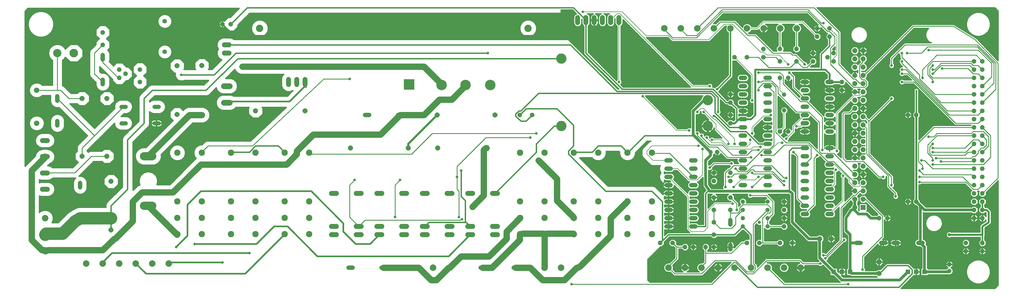
<source format=gbl>
G75*
G70*
%OFA0B0*%
%FSLAX24Y24*%
%IPPOS*%
%LPD*%
%AMOC8*
5,1,8,0,0,1.08239X$1,22.5*
%
%ADD10C,0.0520*%
%ADD11OC8,0.0520*%
%ADD12C,0.0515*%
%ADD13C,0.1000*%
%ADD14OC8,0.1000*%
%ADD15OC8,0.0600*%
%ADD16C,0.0660*%
%ADD17OC8,0.0560*%
%ADD18C,0.0600*%
%ADD19C,0.0594*%
%ADD20C,0.0709*%
%ADD21C,0.1000*%
%ADD22R,0.1266X0.1266*%
%ADD23C,0.1266*%
%ADD24C,0.0520*%
%ADD25C,0.0554*%
%ADD26R,0.0600X0.0600*%
%ADD27C,0.0768*%
%ADD28C,0.1248*%
%ADD29C,0.0787*%
%ADD30OC8,0.0630*%
%ADD31C,0.0630*%
%ADD32R,0.0550X0.0550*%
%ADD33C,0.0886*%
%ADD34C,0.0160*%
%ADD35C,0.0317*%
%ADD36C,0.0396*%
%ADD37C,0.0100*%
%ADD38C,0.0200*%
%ADD39R,0.0396X0.0396*%
%ADD40C,0.0750*%
%ADD41C,0.0531*%
%ADD42C,0.0080*%
%ADD43C,0.0250*%
%ADD44C,0.0320*%
%ADD45C,0.1500*%
%ADD46C,0.0240*%
D10*
X007350Y008840D02*
X007350Y009360D01*
X007350Y012840D02*
X007350Y013360D01*
X004600Y020340D02*
X004600Y020860D01*
X004600Y023340D02*
X004600Y023860D01*
X010100Y025340D02*
X010100Y025860D01*
X010100Y028340D02*
X010100Y028860D01*
X041840Y021600D02*
X042360Y021600D01*
X045840Y021600D02*
X046360Y021600D01*
X078340Y016100D02*
X078860Y016100D01*
X081340Y016100D02*
X081860Y016100D01*
X081860Y015100D02*
X081340Y015100D01*
X081340Y014100D02*
X081860Y014100D01*
X078860Y014100D02*
X078340Y014100D01*
X078340Y015100D02*
X078860Y015100D01*
X078860Y013100D02*
X078340Y013100D01*
X078340Y012100D02*
X078860Y012100D01*
X081340Y012100D02*
X081860Y012100D01*
X081860Y011100D02*
X081340Y011100D01*
X078860Y011100D02*
X078340Y011100D01*
X078340Y010100D02*
X078860Y010100D01*
X081340Y010100D02*
X081860Y010100D01*
X081860Y009100D02*
X081340Y009100D01*
X081340Y008100D02*
X081860Y008100D01*
X078860Y008100D02*
X078340Y008100D01*
X078340Y009100D02*
X078860Y009100D01*
X086100Y008860D02*
X086100Y008340D01*
X086100Y005860D02*
X086100Y005340D01*
X094840Y009600D02*
X095360Y009600D01*
X097840Y009600D02*
X098360Y009600D01*
X098360Y010600D02*
X097840Y010600D01*
X097840Y011600D02*
X098360Y011600D01*
X095360Y011600D02*
X094840Y011600D01*
X094840Y010600D02*
X095360Y010600D01*
X095360Y012600D02*
X094840Y012600D01*
X094840Y013600D02*
X095360Y013600D01*
X097840Y013600D02*
X098360Y013600D01*
X098360Y012600D02*
X097840Y012600D01*
X097840Y014600D02*
X098360Y014600D01*
X095360Y014600D02*
X094840Y014600D01*
X094840Y015600D02*
X095360Y015600D01*
X097840Y015600D02*
X098360Y015600D01*
X098360Y016600D02*
X097840Y016600D01*
X095360Y016600D02*
X094840Y016600D01*
X094840Y017600D02*
X095360Y017600D01*
X097840Y017600D02*
X098360Y017600D01*
X098360Y019600D02*
X097840Y019600D01*
X095360Y019600D02*
X094840Y019600D01*
X094840Y020600D02*
X095360Y020600D01*
X097840Y020600D02*
X098360Y020600D01*
X098360Y021600D02*
X097840Y021600D01*
X095360Y021600D02*
X094840Y021600D01*
X094840Y022600D02*
X095360Y022600D01*
X097840Y022600D02*
X098360Y022600D01*
X098360Y023600D02*
X097840Y023600D01*
X097840Y024600D02*
X098360Y024600D01*
X095360Y024600D02*
X094840Y024600D01*
X094840Y023600D02*
X095360Y023600D01*
X090860Y023100D02*
X090340Y023100D01*
X087860Y023100D02*
X087340Y023100D01*
X087340Y022100D02*
X087860Y022100D01*
X090340Y022100D02*
X090860Y022100D01*
X090860Y021100D02*
X090340Y021100D01*
X090340Y020100D02*
X090860Y020100D01*
X090860Y019100D02*
X090340Y019100D01*
X087860Y019100D02*
X087340Y019100D01*
X087340Y018100D02*
X087860Y018100D01*
X090340Y018100D02*
X090860Y018100D01*
X090860Y017100D02*
X090340Y017100D01*
X087860Y017100D02*
X087340Y017100D01*
X087340Y016100D02*
X087860Y016100D01*
X090340Y016100D02*
X090860Y016100D01*
X090860Y015100D02*
X090340Y015100D01*
X090340Y014100D02*
X090860Y014100D01*
X090860Y013100D02*
X090340Y013100D01*
X087860Y013100D02*
X087340Y013100D01*
X087340Y014100D02*
X087860Y014100D01*
X087860Y015100D02*
X087340Y015100D01*
X081860Y013100D02*
X081340Y013100D01*
X087340Y020100D02*
X087860Y020100D01*
X087860Y021100D02*
X087340Y021100D01*
X087340Y024100D02*
X087860Y024100D01*
X090340Y024100D02*
X090860Y024100D01*
X090860Y025100D02*
X090340Y025100D01*
X087860Y025100D02*
X087340Y025100D01*
X087340Y026100D02*
X087860Y026100D01*
X090340Y026100D02*
X090860Y026100D01*
X094840Y025600D02*
X095360Y025600D01*
X097840Y025600D02*
X098360Y025600D01*
X101340Y006100D02*
X101860Y006100D01*
X104340Y006100D02*
X104860Y006100D01*
X105840Y006100D02*
X106360Y006100D01*
X108840Y006100D02*
X109360Y006100D01*
X060360Y003100D02*
X059840Y003100D01*
X056360Y003100D02*
X055840Y003100D01*
X044360Y003100D02*
X043840Y003100D01*
X040360Y003100D02*
X039840Y003100D01*
D11*
X080600Y005600D03*
X081600Y005600D03*
X083100Y005600D03*
X084100Y005600D03*
X092600Y008100D03*
X092600Y009100D03*
X092600Y010100D03*
X092600Y011100D03*
X086100Y013600D03*
X084100Y013600D03*
X084100Y014600D03*
X086100Y014600D03*
X084500Y017100D03*
X092100Y019600D03*
X093100Y019600D03*
X086100Y020600D03*
X086100Y021600D03*
X086100Y023100D03*
X086100Y024100D03*
X092100Y026100D03*
X093100Y026100D03*
X096100Y028100D03*
X097850Y028600D03*
X098600Y029100D03*
X096100Y029100D03*
X098600Y028100D03*
X099600Y025600D03*
X099600Y024600D03*
X107600Y021600D03*
X108600Y021600D03*
X090100Y028600D03*
X090100Y029600D03*
X096600Y031100D03*
X098100Y031100D03*
X098100Y032100D03*
X096600Y032100D03*
X107600Y011100D03*
X108600Y011100D03*
X105100Y009100D03*
X104100Y009100D03*
X114600Y006100D03*
X116600Y006100D03*
X116600Y005100D03*
X114600Y005100D03*
X112600Y003500D03*
X025600Y032600D03*
X024600Y032600D03*
X012100Y027100D03*
X012850Y026600D03*
X012100Y026100D03*
D12*
X012343Y022600D02*
X012857Y022600D01*
X016343Y022600D02*
X016857Y022600D01*
X016857Y020600D02*
X016343Y020600D01*
X012857Y020600D02*
X012343Y020600D01*
D13*
X004600Y029100D03*
D14*
X006600Y029100D03*
D15*
X019100Y027550D03*
X022100Y027600D03*
X010600Y023600D03*
X007600Y023600D03*
X019100Y021650D03*
X022100Y021600D03*
X028600Y022100D03*
X034600Y022100D03*
X040100Y017600D03*
X047100Y017600D03*
X050650Y017600D03*
X056550Y017600D03*
X057600Y021600D03*
X050600Y021600D03*
X011100Y013550D03*
X010600Y016600D03*
X007600Y016600D03*
X011100Y007650D03*
X101163Y010395D03*
X101163Y011395D03*
X102163Y011395D03*
X102163Y012395D03*
X101163Y012395D03*
X101163Y013395D03*
X102163Y013395D03*
X102163Y014395D03*
X101163Y014395D03*
X101163Y015395D03*
X102163Y015395D03*
X102163Y016395D03*
X101163Y016395D03*
X101163Y017395D03*
X102163Y017395D03*
X102163Y018395D03*
X101163Y018395D03*
X101163Y019395D03*
X102163Y019395D03*
X102163Y020395D03*
X101163Y020395D03*
X101163Y021395D03*
X102163Y021395D03*
X102163Y022395D03*
X101163Y022395D03*
X101163Y023395D03*
X102163Y023395D03*
X102163Y024395D03*
X101163Y024395D03*
X101163Y025395D03*
X102163Y025395D03*
X102163Y026395D03*
X101163Y026395D03*
X101163Y027395D03*
X102163Y027395D03*
X102163Y028395D03*
X101163Y028395D03*
X101163Y029395D03*
X102163Y029395D03*
D16*
X002100Y024600D03*
X002100Y020600D03*
D17*
X014600Y025600D03*
X014600Y027100D03*
X010100Y030100D03*
X010100Y031600D03*
X060600Y021600D03*
X062100Y021600D03*
X086600Y028600D03*
X088100Y028600D03*
X092100Y028100D03*
X094100Y028100D03*
X094100Y029600D03*
X092100Y029600D03*
X115600Y028100D03*
X116600Y028100D03*
X116600Y027100D03*
X115600Y027100D03*
X115600Y026100D03*
X116600Y026100D03*
X116600Y025100D03*
X115600Y025100D03*
X115600Y024100D03*
X116600Y024100D03*
X116600Y023100D03*
X115600Y023100D03*
X115600Y022100D03*
X116600Y022100D03*
X116600Y021100D03*
X115600Y021100D03*
X115600Y020100D03*
X116600Y020100D03*
X116600Y019100D03*
X115600Y019100D03*
X115600Y018100D03*
X116600Y018100D03*
X116600Y017100D03*
X115600Y017100D03*
X115600Y016100D03*
X116600Y016100D03*
X116600Y015100D03*
X115600Y015100D03*
X115600Y014100D03*
X116600Y014100D03*
X116600Y013100D03*
X115600Y013100D03*
X115600Y012100D03*
X116600Y012100D03*
X116600Y011100D03*
X115600Y011100D03*
X115600Y010100D03*
X116600Y010100D03*
X116600Y009100D03*
X115600Y009100D03*
X093600Y006100D03*
X092100Y006100D03*
X089600Y006100D03*
X088100Y006100D03*
X084100Y007100D03*
X084100Y008600D03*
X084100Y010100D03*
X086100Y010100D03*
X086100Y011600D03*
X084100Y011600D03*
X079100Y006100D03*
X077600Y006100D03*
D18*
X057900Y007100D02*
X057300Y007100D01*
X054900Y007100D02*
X054300Y007100D01*
X052400Y007100D02*
X051800Y007100D01*
X049400Y007100D02*
X048800Y007100D01*
X046900Y007100D02*
X046300Y007100D01*
X043900Y007100D02*
X043300Y007100D01*
X041400Y007100D02*
X040800Y007100D01*
X038400Y007100D02*
X037800Y007100D01*
X037800Y008100D02*
X038400Y008100D01*
X040800Y008100D02*
X041400Y008100D01*
X043300Y008100D02*
X043900Y008100D01*
X046300Y008100D02*
X046900Y008100D01*
X048800Y008100D02*
X049400Y008100D01*
X051800Y008100D02*
X052400Y008100D01*
X054300Y008100D02*
X054900Y008100D01*
X057300Y008100D02*
X057900Y008100D01*
X057900Y012100D02*
X057300Y012100D01*
X054900Y012100D02*
X054300Y012100D01*
X052400Y012100D02*
X051800Y012100D01*
X049400Y012100D02*
X048800Y012100D01*
X046900Y012100D02*
X046300Y012100D01*
X043900Y012100D02*
X043300Y012100D01*
X041400Y012100D02*
X040800Y012100D01*
X038400Y012100D02*
X037800Y012100D01*
X003400Y012600D02*
X002800Y012600D01*
X002800Y014570D02*
X003400Y014570D01*
X003400Y016550D02*
X002800Y016550D01*
X002800Y018510D02*
X003400Y018510D01*
X032600Y025300D02*
X032600Y025900D01*
X033600Y025900D02*
X033600Y025300D01*
X034600Y025300D02*
X034600Y025900D01*
X067600Y032800D02*
X067600Y033400D01*
X068600Y033400D02*
X068600Y032800D01*
X069600Y032800D02*
X069600Y033400D01*
X070600Y033400D02*
X070600Y032800D01*
X071600Y032800D02*
X071600Y033400D01*
X072600Y033400D02*
X072600Y032800D01*
D19*
X025397Y030100D02*
X024803Y030100D01*
X024803Y029100D02*
X025397Y029100D01*
D20*
X025454Y025100D02*
X024746Y025100D01*
X024746Y023100D02*
X025454Y023100D01*
D21*
X016100Y016600D02*
X015100Y016600D01*
X015100Y010600D02*
X016100Y010600D01*
D22*
X047183Y025293D03*
D23*
X051104Y025234D03*
X054006Y025234D03*
X057006Y025234D03*
D24*
X083700Y017100D03*
X092600Y022150D03*
X092600Y024050D03*
X090600Y011100D03*
X090600Y010100D03*
X090600Y009100D03*
X090600Y008100D03*
X087600Y008100D03*
X087600Y009100D03*
X087600Y010100D03*
X087600Y011100D03*
X112600Y002700D03*
D25*
X017600Y029250D03*
X017600Y032950D03*
D26*
X102163Y010395D03*
D27*
X076576Y011116D03*
X073624Y011116D03*
X070076Y011116D03*
X067124Y011116D03*
X063576Y011116D03*
X060624Y011116D03*
X060624Y009147D03*
X063576Y009147D03*
X067124Y009147D03*
X070076Y009147D03*
X073624Y009147D03*
X076576Y009147D03*
X076576Y007179D03*
X073624Y007179D03*
X070076Y007179D03*
X067124Y007179D03*
X063576Y007179D03*
X060624Y007179D03*
X035076Y007179D03*
X032124Y007179D03*
X028576Y007179D03*
X025624Y007179D03*
X022076Y007179D03*
X019124Y007179D03*
X019124Y009147D03*
X022076Y009147D03*
X025624Y009147D03*
X028576Y009147D03*
X032124Y009147D03*
X035076Y009147D03*
X035076Y011116D03*
X032124Y011116D03*
X028576Y011116D03*
X025624Y011116D03*
X022076Y011116D03*
X019124Y011116D03*
X019124Y017021D03*
X022076Y017021D03*
X025624Y017021D03*
X028576Y017021D03*
X032124Y017021D03*
X035076Y017021D03*
X060624Y017021D03*
X063576Y017021D03*
X067124Y017021D03*
X070076Y017021D03*
X073624Y017021D03*
X076576Y017021D03*
D28*
X083340Y020256D03*
X083340Y023405D03*
X065624Y020256D03*
X065624Y028444D03*
D29*
X008100Y003610D03*
X010100Y003610D03*
X012100Y003610D03*
X014100Y003610D03*
X016100Y003610D03*
X018100Y003610D03*
X003110Y005108D03*
X003110Y007108D03*
X003110Y009108D03*
X050092Y003110D03*
X052092Y003110D03*
X063592Y003110D03*
X065592Y003110D03*
X067592Y003110D03*
X078592Y003110D03*
X080592Y003110D03*
X082592Y003110D03*
X084592Y003110D03*
X086592Y003110D03*
X088592Y003110D03*
X090592Y003110D03*
X092592Y003110D03*
X094592Y003110D03*
X094108Y032090D03*
X092108Y032090D03*
X090108Y032090D03*
X088100Y032090D03*
X086100Y032090D03*
X084100Y032090D03*
X082100Y032090D03*
X080100Y032090D03*
X078100Y032090D03*
D30*
X098300Y006600D03*
X104100Y003800D03*
D31*
X104100Y002400D03*
X096900Y006600D03*
D32*
X098600Y002600D03*
X099600Y002600D03*
X100600Y002600D03*
X107600Y002600D03*
X108600Y002600D03*
X109600Y002600D03*
D33*
X061600Y032100D03*
X029100Y032100D03*
D34*
X030123Y032117D02*
X060577Y032117D01*
X060577Y032235D02*
X060577Y031965D01*
X060647Y031705D01*
X060781Y031472D01*
X060972Y031281D01*
X061205Y031147D01*
X061465Y031077D01*
X061735Y031077D01*
X061995Y031147D01*
X062228Y031281D01*
X062419Y031472D01*
X062553Y031705D01*
X062623Y031965D01*
X062623Y032235D01*
X062553Y032495D01*
X062419Y032728D01*
X062228Y032919D01*
X061995Y033053D01*
X061735Y033123D01*
X061465Y033123D01*
X061205Y033053D01*
X060972Y032919D01*
X060781Y032728D01*
X060647Y032495D01*
X060577Y032235D01*
X060588Y032276D02*
X030112Y032276D01*
X030123Y032235D02*
X030053Y032495D01*
X029919Y032728D01*
X029728Y032919D01*
X029495Y033053D01*
X029235Y033123D01*
X028965Y033123D01*
X028705Y033053D01*
X028472Y032919D01*
X028281Y032728D01*
X028147Y032495D01*
X028077Y032235D01*
X028077Y031965D01*
X028147Y031705D01*
X028281Y031472D01*
X028472Y031281D01*
X028705Y031147D01*
X028965Y031077D01*
X029235Y031077D01*
X029495Y031147D01*
X029728Y031281D01*
X029919Y031472D01*
X030053Y031705D01*
X030123Y031965D01*
X030123Y032235D01*
X030069Y032434D02*
X060631Y032434D01*
X060703Y032593D02*
X029997Y032593D01*
X029896Y032751D02*
X060804Y032751D01*
X060963Y032910D02*
X029737Y032910D01*
X029439Y033068D02*
X061261Y033068D01*
X061939Y033068D02*
X066720Y033068D01*
X066720Y032910D02*
X062237Y032910D01*
X062396Y032751D02*
X066720Y032751D01*
X066720Y032625D02*
X066854Y032302D01*
X067102Y032054D01*
X067425Y031920D01*
X067775Y031920D01*
X067940Y031988D01*
X067940Y029818D01*
X067285Y030474D01*
X067099Y030660D01*
X066856Y030760D01*
X025977Y030760D01*
X025894Y030843D01*
X025571Y030977D01*
X024629Y030977D01*
X024306Y030843D01*
X024060Y030597D01*
X023926Y030274D01*
X023926Y029926D01*
X024060Y029603D01*
X024063Y029600D01*
X024060Y029597D01*
X023926Y029274D01*
X023926Y028926D01*
X024060Y028603D01*
X024306Y028357D01*
X024477Y028286D01*
X023327Y027135D01*
X022880Y027135D01*
X022980Y027235D01*
X022980Y027965D01*
X022465Y028480D01*
X021735Y028480D01*
X021220Y027965D01*
X021220Y027235D01*
X021320Y027135D01*
X019937Y027135D01*
X019932Y027137D01*
X019980Y027185D01*
X019980Y027915D01*
X019465Y028430D01*
X018735Y028430D01*
X018220Y027915D01*
X018220Y027185D01*
X018735Y026670D01*
X018881Y026670D01*
X018861Y026622D01*
X018861Y026328D01*
X018974Y026057D01*
X019182Y025849D01*
X019453Y025736D01*
X019747Y025736D01*
X019937Y025815D01*
X022882Y025815D01*
X022327Y025260D01*
X015969Y025260D01*
X015726Y025160D01*
X014726Y024160D01*
X014540Y023974D01*
X014440Y023731D01*
X014440Y020873D01*
X012726Y019160D01*
X012540Y018974D01*
X012440Y018731D01*
X012440Y012873D01*
X010726Y011160D01*
X010540Y010974D01*
X010440Y010731D01*
X010440Y010430D01*
X007514Y010430D01*
X007503Y010433D01*
X007339Y010430D01*
X007175Y010430D01*
X007164Y010427D01*
X007153Y010427D01*
X006995Y010382D01*
X006837Y010339D01*
X006827Y010334D01*
X006816Y010331D01*
X006675Y010246D01*
X006533Y010164D01*
X006525Y010156D01*
X006050Y009871D01*
X005908Y009789D01*
X005900Y009781D01*
X005891Y009775D01*
X005777Y009658D01*
X004674Y008555D01*
X003934Y008555D01*
X003935Y008557D01*
X004084Y008915D01*
X004084Y009302D01*
X003935Y009660D01*
X003661Y009934D01*
X003304Y010082D01*
X002916Y010082D01*
X002558Y009934D01*
X002430Y009805D01*
X002430Y011801D01*
X002625Y011720D01*
X003575Y011720D01*
X003898Y011854D01*
X004146Y012102D01*
X004280Y012425D01*
X004280Y012775D01*
X004146Y013098D01*
X003898Y013346D01*
X003575Y013480D01*
X002625Y013480D01*
X002430Y013399D01*
X002430Y013771D01*
X002625Y013690D01*
X003575Y013690D01*
X003898Y013824D01*
X004045Y013970D01*
X006772Y013970D01*
X006638Y013836D01*
X006510Y013527D01*
X006510Y012673D01*
X006638Y012364D01*
X006874Y012128D01*
X007183Y012000D01*
X007517Y012000D01*
X007826Y012128D01*
X008062Y012364D01*
X008190Y012673D01*
X008190Y013527D01*
X008062Y013836D01*
X007826Y014072D01*
X007517Y014200D01*
X007216Y014200D01*
X007259Y014243D01*
X008986Y015970D01*
X009985Y015970D01*
X010235Y015720D01*
X010965Y015720D01*
X011480Y016235D01*
X011480Y016965D01*
X010965Y017480D01*
X010235Y017480D01*
X009985Y017230D01*
X008600Y017230D01*
X008368Y017134D01*
X008339Y017105D01*
X008230Y017215D01*
X008230Y017339D01*
X009457Y018566D01*
X009634Y018743D01*
X011505Y020614D01*
X011505Y020433D01*
X011633Y020126D01*
X011868Y019890D01*
X012176Y019763D01*
X013024Y019763D01*
X013332Y019890D01*
X013567Y020126D01*
X013695Y020433D01*
X013695Y020767D01*
X013567Y021074D01*
X013332Y021310D01*
X013024Y021437D01*
X012328Y021437D01*
X012653Y021763D01*
X013024Y021763D01*
X013332Y021890D01*
X013567Y022126D01*
X013695Y022433D01*
X013695Y022767D01*
X013567Y023074D01*
X013332Y023310D01*
X013024Y023437D01*
X012176Y023437D01*
X011868Y023310D01*
X011633Y023074D01*
X011505Y022767D01*
X011505Y022433D01*
X011516Y022407D01*
X009100Y019991D01*
X006121Y022970D01*
X006985Y022970D01*
X007235Y022720D01*
X007965Y022720D01*
X008480Y023235D01*
X008480Y023965D01*
X007965Y024480D01*
X007235Y024480D01*
X006985Y024230D01*
X006236Y024230D01*
X005509Y024957D01*
X005332Y025134D01*
X005230Y025176D01*
X005230Y028217D01*
X005263Y028236D01*
X005464Y028437D01*
X005564Y028609D01*
X006153Y028020D01*
X007047Y028020D01*
X007680Y028653D01*
X007680Y029547D01*
X007047Y030180D01*
X006153Y030180D01*
X005564Y029591D01*
X005464Y029763D01*
X005263Y029964D01*
X005017Y030106D01*
X004742Y030180D01*
X004458Y030180D01*
X004183Y030106D01*
X003937Y029964D01*
X003736Y029763D01*
X003594Y029517D01*
X003520Y029242D01*
X003520Y028958D01*
X003594Y028683D01*
X003736Y028437D01*
X003937Y028236D01*
X003970Y028217D01*
X003970Y025230D01*
X002757Y025230D01*
X002615Y025371D01*
X002281Y025510D01*
X001919Y025510D01*
X001585Y025371D01*
X001329Y025115D01*
X001190Y024781D01*
X001190Y024419D01*
X001329Y024085D01*
X001585Y023829D01*
X001919Y023690D01*
X002281Y023690D01*
X002615Y023829D01*
X002757Y023970D01*
X003760Y023970D01*
X003760Y023173D01*
X003888Y022864D01*
X004124Y022628D01*
X004433Y022500D01*
X004767Y022500D01*
X004797Y022512D01*
X008209Y019100D01*
X007243Y018134D01*
X007066Y017957D01*
X006970Y017725D01*
X006970Y017215D01*
X006720Y016965D01*
X006720Y016235D01*
X007095Y015861D01*
X006464Y015230D01*
X003985Y015230D01*
X003898Y015316D01*
X003575Y015450D01*
X003426Y015450D01*
X003641Y015665D01*
X003695Y015720D01*
X003898Y015804D01*
X004146Y016052D01*
X004280Y016375D01*
X004280Y016725D01*
X004146Y017048D01*
X003898Y017296D01*
X003575Y017430D01*
X003471Y017430D01*
X003290Y017505D01*
X002910Y017505D01*
X002729Y017430D01*
X002625Y017430D01*
X002302Y017296D01*
X002054Y017048D01*
X001920Y016725D01*
X001920Y016646D01*
X000934Y015660D01*
X000680Y015406D01*
X000680Y034180D01*
X001016Y034516D01*
X026583Y034516D01*
X025507Y033440D01*
X025252Y033440D01*
X024817Y033005D01*
X024782Y033040D01*
X024600Y033040D01*
X024600Y032600D01*
X025975Y031225D01*
X067725Y031225D01*
X067940Y031166D02*
X062028Y031166D01*
X062271Y031325D02*
X067940Y031325D01*
X067940Y031483D02*
X062425Y031483D01*
X062516Y031642D02*
X067940Y031642D01*
X067940Y031800D02*
X062579Y031800D01*
X062621Y031959D02*
X067332Y031959D01*
X067038Y032117D02*
X062623Y032117D01*
X062612Y032276D02*
X066880Y032276D01*
X066799Y032434D02*
X062569Y032434D01*
X062497Y032593D02*
X066733Y032593D01*
X066720Y032625D02*
X066720Y033575D01*
X066854Y033898D01*
X066861Y033906D01*
X066827Y033940D01*
X027873Y033940D01*
X026440Y032507D01*
X026440Y032252D01*
X025948Y031760D01*
X025252Y031760D01*
X024817Y032195D01*
X024782Y032160D01*
X024600Y032160D01*
X024600Y032600D01*
X024600Y032600D01*
X024600Y032600D01*
X024600Y032600D01*
X024160Y032600D01*
X024160Y032782D01*
X024418Y033040D01*
X024600Y033040D01*
X024600Y032600D01*
X024600Y032160D01*
X024418Y032160D01*
X024160Y032418D01*
X024160Y032600D01*
X024600Y032600D01*
X024600Y032593D02*
X024600Y032593D01*
X024600Y032751D02*
X024600Y032751D01*
X024600Y032910D02*
X024600Y032910D01*
X024287Y032910D02*
X018457Y032910D01*
X018457Y032780D02*
X018327Y032465D01*
X018086Y032224D01*
X017771Y032093D01*
X017429Y032093D01*
X017114Y032224D01*
X016873Y032465D01*
X016743Y032780D01*
X016743Y033121D01*
X016873Y033436D01*
X017114Y033677D01*
X017429Y033808D01*
X017771Y033808D01*
X018086Y033677D01*
X018327Y033436D01*
X018457Y033121D01*
X018457Y032780D01*
X018445Y032751D02*
X024160Y032751D01*
X024160Y032593D02*
X018380Y032593D01*
X018296Y032434D02*
X024160Y032434D01*
X024302Y032276D02*
X018137Y032276D01*
X017828Y032117D02*
X024895Y032117D01*
X025054Y031959D02*
X010958Y031959D01*
X010960Y031956D02*
X010456Y032460D01*
X009744Y032460D01*
X009240Y031956D01*
X009240Y031244D01*
X009634Y030850D01*
X009240Y030456D01*
X009240Y030131D01*
X008743Y029634D01*
X008566Y029457D01*
X008470Y029225D01*
X008470Y026475D01*
X008566Y026243D01*
X009260Y025549D01*
X009260Y025173D01*
X009388Y024864D01*
X009624Y024628D01*
X009933Y024500D01*
X010267Y024500D01*
X010576Y024628D01*
X010812Y024864D01*
X010940Y025173D01*
X010940Y026027D01*
X010812Y026336D01*
X010576Y026572D01*
X010267Y026700D01*
X009933Y026700D01*
X009903Y026688D01*
X009730Y026861D01*
X009730Y027454D01*
X009743Y027441D01*
X011260Y025924D01*
X011260Y025752D01*
X011752Y025260D01*
X012448Y025260D01*
X012940Y025752D01*
X012940Y025760D01*
X013198Y025760D01*
X013690Y026252D01*
X013690Y026948D01*
X013198Y027440D01*
X012940Y027440D01*
X012940Y027448D01*
X012448Y027940D01*
X011752Y027940D01*
X011389Y027577D01*
X010897Y028069D01*
X010940Y028173D01*
X010940Y029027D01*
X010812Y029336D01*
X010682Y029466D01*
X010960Y029744D01*
X010960Y030456D01*
X010566Y030850D01*
X010960Y031244D01*
X010960Y031956D01*
X010960Y031800D02*
X025212Y031800D01*
X024600Y032276D02*
X024600Y032276D01*
X024600Y032434D02*
X024600Y032434D01*
X024880Y033068D02*
X018457Y033068D01*
X018413Y033227D02*
X025039Y033227D01*
X025197Y033385D02*
X018348Y033385D01*
X018219Y033544D02*
X025610Y033544D01*
X025769Y033702D02*
X018025Y033702D01*
X017175Y033702D02*
X003710Y033702D01*
X003852Y033560D02*
X003560Y033852D01*
X003204Y034058D01*
X002806Y034164D01*
X002394Y034164D01*
X001996Y034058D01*
X001640Y033852D01*
X001348Y033560D01*
X001142Y033204D01*
X001036Y032806D01*
X001036Y032394D01*
X001142Y031996D01*
X001348Y031640D01*
X001640Y031348D01*
X001996Y031142D01*
X002394Y031036D01*
X002806Y031036D01*
X003204Y031142D01*
X003560Y031348D01*
X003852Y031640D01*
X004058Y031996D01*
X004164Y032394D01*
X004164Y032806D01*
X004058Y033204D01*
X003852Y033560D01*
X003861Y033544D02*
X016981Y033544D01*
X016852Y033385D02*
X003953Y033385D01*
X004045Y033227D02*
X016787Y033227D01*
X016743Y033068D02*
X004094Y033068D01*
X004136Y032910D02*
X016743Y032910D01*
X016755Y032751D02*
X004164Y032751D01*
X004164Y032593D02*
X016820Y032593D01*
X016904Y032434D02*
X010482Y032434D01*
X010641Y032276D02*
X017063Y032276D01*
X017372Y032117D02*
X010799Y032117D01*
X009718Y032434D02*
X004164Y032434D01*
X004132Y032276D02*
X009559Y032276D01*
X009401Y032117D02*
X004090Y032117D01*
X004036Y031959D02*
X009242Y031959D01*
X009240Y031800D02*
X003944Y031800D01*
X003853Y031642D02*
X009240Y031642D01*
X009240Y031483D02*
X003695Y031483D01*
X003519Y031325D02*
X009240Y031325D01*
X009318Y031166D02*
X003245Y031166D01*
X001955Y031166D02*
X000680Y031166D01*
X000680Y031008D02*
X009476Y031008D01*
X009633Y030849D02*
X000680Y030849D01*
X000680Y030691D02*
X009474Y030691D01*
X009316Y030532D02*
X000680Y030532D01*
X000680Y030374D02*
X009240Y030374D01*
X009240Y030215D02*
X000680Y030215D01*
X000680Y030057D02*
X004097Y030057D01*
X003871Y029898D02*
X000680Y029898D01*
X000680Y029740D02*
X003722Y029740D01*
X003631Y029581D02*
X000680Y029581D01*
X000680Y029423D02*
X003568Y029423D01*
X003526Y029264D02*
X000680Y029264D01*
X000680Y029106D02*
X003520Y029106D01*
X003523Y028947D02*
X000680Y028947D01*
X000680Y028789D02*
X003565Y028789D01*
X003624Y028630D02*
X000680Y028630D01*
X000680Y028472D02*
X003716Y028472D01*
X003860Y028313D02*
X000680Y028313D01*
X000680Y028155D02*
X003970Y028155D01*
X003970Y027996D02*
X000680Y027996D01*
X000680Y027838D02*
X003970Y027838D01*
X003970Y027679D02*
X000680Y027679D01*
X000680Y027521D02*
X003970Y027521D01*
X003970Y027362D02*
X000680Y027362D01*
X000680Y027204D02*
X003970Y027204D01*
X003970Y027045D02*
X000680Y027045D01*
X000680Y026887D02*
X003970Y026887D01*
X003970Y026728D02*
X000680Y026728D01*
X000680Y026570D02*
X003970Y026570D01*
X003970Y026411D02*
X000680Y026411D01*
X000680Y026253D02*
X003970Y026253D01*
X003970Y026094D02*
X000680Y026094D01*
X000680Y025936D02*
X003970Y025936D01*
X003970Y025777D02*
X000680Y025777D01*
X000680Y025619D02*
X003970Y025619D01*
X003970Y025460D02*
X002402Y025460D01*
X002685Y025302D02*
X003970Y025302D01*
X005230Y025302D02*
X009260Y025302D01*
X009260Y025460D02*
X005230Y025460D01*
X005230Y025619D02*
X009191Y025619D01*
X009032Y025777D02*
X005230Y025777D01*
X005230Y025936D02*
X008874Y025936D01*
X008715Y026094D02*
X005230Y026094D01*
X005230Y026253D02*
X008562Y026253D01*
X008496Y026411D02*
X005230Y026411D01*
X005230Y026570D02*
X008470Y026570D01*
X008470Y026728D02*
X005230Y026728D01*
X005230Y026887D02*
X008470Y026887D01*
X008470Y027045D02*
X005230Y027045D01*
X005230Y027204D02*
X008470Y027204D01*
X008470Y027362D02*
X005230Y027362D01*
X005230Y027521D02*
X008470Y027521D01*
X008470Y027679D02*
X005230Y027679D01*
X005230Y027838D02*
X008470Y027838D01*
X008470Y027996D02*
X005230Y027996D01*
X005230Y028155D02*
X006018Y028155D01*
X005860Y028313D02*
X005340Y028313D01*
X005484Y028472D02*
X005701Y028472D01*
X007182Y028155D02*
X008470Y028155D01*
X008470Y028313D02*
X007340Y028313D01*
X007499Y028472D02*
X008470Y028472D01*
X008470Y028630D02*
X007657Y028630D01*
X007680Y028789D02*
X008470Y028789D01*
X008470Y028947D02*
X007680Y028947D01*
X007680Y029106D02*
X008470Y029106D01*
X008486Y029264D02*
X007680Y029264D01*
X007680Y029423D02*
X008552Y029423D01*
X008690Y029581D02*
X007646Y029581D01*
X007488Y029740D02*
X008849Y029740D01*
X009007Y029898D02*
X007329Y029898D01*
X007171Y030057D02*
X009166Y030057D01*
X010567Y030849D02*
X024320Y030849D01*
X024154Y030691D02*
X010726Y030691D01*
X010884Y030532D02*
X024033Y030532D01*
X023967Y030374D02*
X010960Y030374D01*
X010960Y030215D02*
X023926Y030215D01*
X023926Y030057D02*
X017892Y030057D01*
X017771Y030107D02*
X018086Y029976D01*
X018327Y029735D01*
X018457Y029420D01*
X018457Y029079D01*
X018327Y028764D01*
X018086Y028523D01*
X017771Y028392D01*
X017429Y028392D01*
X017114Y028523D01*
X016873Y028764D01*
X016743Y029079D01*
X016743Y029420D01*
X016873Y029735D01*
X017114Y029976D01*
X017429Y030107D01*
X017771Y030107D01*
X018164Y029898D02*
X023938Y029898D01*
X024003Y029740D02*
X018322Y029740D01*
X018391Y029581D02*
X024053Y029581D01*
X023988Y029423D02*
X018456Y029423D01*
X018457Y029264D02*
X023926Y029264D01*
X023926Y029106D02*
X018457Y029106D01*
X018402Y028947D02*
X023926Y028947D01*
X023983Y028789D02*
X018337Y028789D01*
X018193Y028630D02*
X024049Y028630D01*
X024192Y028472D02*
X022473Y028472D01*
X022631Y028313D02*
X024412Y028313D01*
X024346Y028155D02*
X022790Y028155D01*
X022948Y027996D02*
X024188Y027996D01*
X024029Y027838D02*
X022980Y027838D01*
X022980Y027679D02*
X023871Y027679D01*
X023712Y027521D02*
X022980Y027521D01*
X022980Y027362D02*
X023554Y027362D01*
X023395Y027204D02*
X022948Y027204D01*
X023600Y026475D02*
X026225Y029100D01*
X056725Y029100D01*
X061172Y031166D02*
X029528Y031166D01*
X029771Y031325D02*
X060929Y031325D01*
X060775Y031483D02*
X029925Y031483D01*
X030016Y031642D02*
X060684Y031642D01*
X060621Y031800D02*
X030079Y031800D01*
X030121Y031959D02*
X060579Y031959D01*
X065600Y031959D02*
X068320Y031959D01*
X068320Y032117D02*
X065600Y032117D01*
X065600Y032276D02*
X068320Y032276D01*
X068320Y032375D02*
X068320Y029044D01*
X068363Y028941D01*
X072549Y024755D01*
X072466Y024755D01*
X066962Y030259D01*
X066884Y030337D01*
X066848Y030352D01*
X065600Y031600D01*
X065600Y034320D01*
X066984Y034320D01*
X067432Y033872D01*
X067317Y033824D01*
X067176Y033683D01*
X067100Y033499D01*
X067100Y032701D01*
X067176Y032517D01*
X067317Y032376D01*
X067501Y032300D01*
X067699Y032300D01*
X067883Y032376D01*
X068024Y032517D01*
X068100Y032701D01*
X068176Y032517D01*
X068317Y032376D01*
X068320Y032375D01*
X068259Y032434D02*
X067941Y032434D01*
X068055Y032593D02*
X068145Y032593D01*
X068100Y032701D02*
X068100Y033204D01*
X068100Y033204D01*
X068100Y032701D01*
X068100Y032751D02*
X068100Y032751D01*
X068100Y032910D02*
X068100Y032910D01*
X068100Y033068D02*
X068100Y033068D01*
X068600Y033100D02*
X067100Y034600D01*
X027600Y034600D01*
X025600Y032600D01*
X026305Y032117D02*
X028077Y032117D01*
X028079Y031959D02*
X026146Y031959D01*
X025988Y031800D02*
X028121Y031800D01*
X028184Y031642D02*
X010960Y031642D01*
X010960Y031483D02*
X028275Y031483D01*
X028429Y031325D02*
X010960Y031325D01*
X010882Y031166D02*
X028672Y031166D01*
X028088Y032276D02*
X026440Y032276D01*
X026440Y032434D02*
X028131Y032434D01*
X028203Y032593D02*
X026526Y032593D01*
X026684Y032751D02*
X028304Y032751D01*
X028463Y032910D02*
X026843Y032910D01*
X027001Y033068D02*
X028761Y033068D01*
X027635Y033702D02*
X066773Y033702D01*
X066720Y033544D02*
X027477Y033544D01*
X027318Y033385D02*
X066720Y033385D01*
X066720Y033227D02*
X027160Y033227D01*
X027794Y033861D02*
X066838Y033861D01*
X067195Y033702D02*
X065600Y033702D01*
X065600Y033544D02*
X067118Y033544D01*
X067100Y033385D02*
X065600Y033385D01*
X065600Y033227D02*
X067100Y033227D01*
X067100Y033068D02*
X065600Y033068D01*
X065600Y032910D02*
X067100Y032910D01*
X067100Y032751D02*
X065600Y032751D01*
X065600Y032593D02*
X067145Y032593D01*
X067259Y032434D02*
X065600Y032434D01*
X065600Y031800D02*
X068320Y031800D01*
X068320Y031642D02*
X065600Y031642D01*
X065717Y031483D02*
X068320Y031483D01*
X068320Y031325D02*
X065875Y031325D01*
X066034Y031166D02*
X068320Y031166D01*
X068320Y031008D02*
X066192Y031008D01*
X066351Y030849D02*
X068320Y030849D01*
X068320Y030691D02*
X066509Y030691D01*
X066668Y030532D02*
X068320Y030532D01*
X068320Y030374D02*
X066826Y030374D01*
X067006Y030215D02*
X068320Y030215D01*
X068320Y030057D02*
X067164Y030057D01*
X067323Y029898D02*
X068320Y029898D01*
X068320Y029740D02*
X067481Y029740D01*
X067640Y029581D02*
X068320Y029581D01*
X068320Y029423D02*
X067798Y029423D01*
X067957Y029264D02*
X068320Y029264D01*
X068320Y029106D02*
X068115Y029106D01*
X068274Y028947D02*
X068360Y028947D01*
X068432Y028789D02*
X068515Y028789D01*
X068591Y028630D02*
X068674Y028630D01*
X068749Y028472D02*
X068832Y028472D01*
X068908Y028313D02*
X068991Y028313D01*
X069066Y028155D02*
X069149Y028155D01*
X069225Y027996D02*
X069308Y027996D01*
X069383Y027838D02*
X069466Y027838D01*
X069542Y027679D02*
X069625Y027679D01*
X069700Y027521D02*
X069783Y027521D01*
X069859Y027362D02*
X069942Y027362D01*
X070017Y027204D02*
X070100Y027204D01*
X070176Y027045D02*
X070259Y027045D01*
X070334Y026887D02*
X070417Y026887D01*
X070493Y026728D02*
X070576Y026728D01*
X070651Y026570D02*
X070734Y026570D01*
X070810Y026411D02*
X070893Y026411D01*
X070968Y026253D02*
X071051Y026253D01*
X071127Y026094D02*
X071210Y026094D01*
X071285Y025936D02*
X071368Y025936D01*
X071444Y025777D02*
X071527Y025777D01*
X071602Y025619D02*
X071685Y025619D01*
X071761Y025460D02*
X071844Y025460D01*
X071919Y025302D02*
X072002Y025302D01*
X072078Y025143D02*
X072161Y025143D01*
X072236Y024985D02*
X072319Y024985D01*
X072395Y024826D02*
X072478Y024826D01*
X072350Y024475D02*
X066725Y030100D01*
X025100Y030100D01*
X025880Y030849D02*
X067940Y030849D01*
X067940Y030691D02*
X067024Y030691D01*
X067226Y030532D02*
X067940Y030532D01*
X067940Y030374D02*
X067385Y030374D01*
X067543Y030215D02*
X067940Y030215D01*
X067940Y030057D02*
X067702Y030057D01*
X067860Y029898D02*
X067940Y029898D01*
X068880Y029898D02*
X072360Y029898D01*
X072360Y029740D02*
X068880Y029740D01*
X068880Y029581D02*
X072360Y029581D01*
X072360Y029423D02*
X068880Y029423D01*
X068880Y029264D02*
X072360Y029264D01*
X072360Y029106D02*
X068990Y029106D01*
X068880Y029216D02*
X068880Y032375D01*
X068883Y032376D01*
X069024Y032517D01*
X069100Y032701D01*
X069100Y033499D01*
X069024Y033683D01*
X068883Y033824D01*
X068796Y033860D01*
X069462Y033860D01*
X069416Y033845D01*
X069348Y033811D01*
X069287Y033766D01*
X069234Y033713D01*
X069189Y033652D01*
X069155Y033584D01*
X069132Y033512D01*
X069120Y033438D01*
X069120Y033120D01*
X069580Y033120D01*
X069580Y033080D01*
X069620Y033080D01*
X069620Y033120D01*
X070080Y033120D01*
X070080Y033438D01*
X070068Y033512D01*
X070045Y033584D01*
X070011Y033652D01*
X069966Y033713D01*
X069913Y033766D01*
X069852Y033811D01*
X069784Y033845D01*
X069738Y033860D01*
X070404Y033860D01*
X070317Y033824D01*
X070176Y033683D01*
X070100Y033499D01*
X070100Y032701D01*
X070176Y032517D01*
X070317Y032376D01*
X070501Y032300D01*
X070699Y032300D01*
X070883Y032376D01*
X071024Y032517D01*
X071100Y032701D01*
X071176Y032517D01*
X071317Y032376D01*
X071501Y032300D01*
X071699Y032300D01*
X071883Y032376D01*
X072024Y032517D01*
X072100Y032701D01*
X072176Y032517D01*
X072317Y032376D01*
X072360Y032358D01*
X072360Y025867D01*
X072296Y025803D01*
X072295Y025801D01*
X068880Y029216D01*
X068600Y029100D02*
X072975Y024725D01*
X083975Y024725D01*
X085600Y023100D01*
X086100Y023100D01*
X086850Y022350D01*
X086850Y020975D01*
X086913Y020913D01*
X086570Y021023D02*
X086467Y020920D01*
X086431Y020920D01*
X086291Y021060D01*
X085909Y021060D01*
X085660Y020811D01*
X084801Y021670D01*
X084803Y021671D01*
X084904Y021772D01*
X084959Y021904D01*
X084959Y022046D01*
X084904Y022178D01*
X084880Y022202D01*
X084880Y023424D01*
X085441Y022863D01*
X085544Y022820D01*
X085729Y022820D01*
X085909Y022640D01*
X086164Y022640D01*
X086570Y022234D01*
X086570Y021023D01*
X086569Y021022D02*
X086329Y021022D01*
X086282Y021160D02*
X086540Y021418D01*
X086540Y021600D01*
X086540Y021782D01*
X086282Y022040D01*
X086100Y022040D01*
X086100Y021600D01*
X086100Y021600D01*
X086540Y021600D01*
X086100Y021600D01*
X086100Y021600D01*
X086100Y021600D01*
X086100Y022040D01*
X086190Y022040D01*
X086190Y022077D01*
X086007Y022260D01*
X085752Y022260D01*
X085572Y022440D01*
X085469Y022440D01*
X085260Y022526D01*
X085260Y022312D01*
X085339Y022122D01*
X085339Y021828D01*
X085292Y021716D01*
X085660Y021348D01*
X085695Y021383D01*
X085660Y021418D01*
X085918Y021160D01*
X086100Y021160D01*
X086282Y021160D01*
X086303Y021181D02*
X086570Y021181D01*
X086570Y021339D02*
X086461Y021339D01*
X086540Y021498D02*
X086570Y021498D01*
X086570Y021656D02*
X086540Y021656D01*
X086570Y021815D02*
X086508Y021815D01*
X086570Y021973D02*
X086349Y021973D01*
X086100Y021973D02*
X086100Y021973D01*
X086100Y021973D01*
X086100Y022040D02*
X085918Y022040D01*
X085660Y021782D01*
X085660Y021600D01*
X086100Y021600D01*
X086100Y021600D01*
X086100Y022040D01*
X085918Y022040D01*
X085660Y021782D01*
X085660Y021600D01*
X086100Y021600D01*
X086100Y021160D01*
X086100Y021600D01*
X086100Y021600D01*
X086100Y021600D01*
X086100Y022040D01*
X086135Y022132D02*
X085335Y022132D01*
X085339Y021973D02*
X085851Y021973D01*
X084959Y021973D01*
X084923Y022132D02*
X086570Y022132D01*
X086514Y022290D02*
X084880Y022290D01*
X084880Y022449D02*
X086355Y022449D01*
X086197Y022607D02*
X084880Y022607D01*
X084880Y022766D02*
X085784Y022766D01*
X085380Y022924D02*
X084880Y022924D01*
X084880Y023083D02*
X085221Y023083D01*
X085063Y023241D02*
X084880Y023241D01*
X084880Y023400D02*
X084904Y023400D01*
X084600Y023725D02*
X083850Y024475D01*
X072350Y024475D01*
X072953Y025143D02*
X081093Y025143D01*
X081231Y025005D02*
X073091Y025005D01*
X072801Y025295D01*
X072803Y025296D01*
X072904Y025397D01*
X072959Y025529D01*
X072959Y025671D01*
X072904Y025803D01*
X072840Y025867D01*
X072840Y032358D01*
X072883Y032376D01*
X073024Y032517D01*
X073100Y032701D01*
X073100Y033136D01*
X081231Y025005D01*
X080934Y025302D02*
X072809Y025302D01*
X072930Y025460D02*
X080776Y025460D01*
X080617Y025619D02*
X072959Y025619D01*
X072915Y025777D02*
X080459Y025777D01*
X080300Y025936D02*
X072840Y025936D01*
X072840Y026094D02*
X080142Y026094D01*
X079983Y026253D02*
X072840Y026253D01*
X072840Y026411D02*
X079825Y026411D01*
X079666Y026570D02*
X072840Y026570D01*
X072840Y026728D02*
X079508Y026728D01*
X079349Y026887D02*
X072840Y026887D01*
X072840Y027045D02*
X079191Y027045D01*
X079032Y027204D02*
X072840Y027204D01*
X072840Y027362D02*
X078874Y027362D01*
X078715Y027521D02*
X072840Y027521D01*
X072840Y027679D02*
X078557Y027679D01*
X078398Y027838D02*
X072840Y027838D01*
X072840Y027996D02*
X078240Y027996D01*
X078081Y028155D02*
X072840Y028155D01*
X072840Y028313D02*
X077923Y028313D01*
X077764Y028472D02*
X072840Y028472D01*
X072840Y028630D02*
X077606Y028630D01*
X077447Y028789D02*
X072840Y028789D01*
X072840Y028947D02*
X077289Y028947D01*
X077130Y029106D02*
X072840Y029106D01*
X072840Y029264D02*
X076972Y029264D01*
X076813Y029423D02*
X072840Y029423D01*
X072840Y029581D02*
X076655Y029581D01*
X076496Y029740D02*
X072840Y029740D01*
X072840Y029898D02*
X076338Y029898D01*
X076179Y030057D02*
X072840Y030057D01*
X072840Y030215D02*
X076021Y030215D01*
X075862Y030374D02*
X072840Y030374D01*
X072840Y030532D02*
X075704Y030532D01*
X075545Y030691D02*
X072840Y030691D01*
X072840Y030849D02*
X075387Y030849D01*
X075228Y031008D02*
X072840Y031008D01*
X072840Y031166D02*
X075070Y031166D01*
X074911Y031325D02*
X072840Y031325D01*
X072840Y031483D02*
X074753Y031483D01*
X074594Y031642D02*
X072840Y031642D01*
X072840Y031800D02*
X074436Y031800D01*
X074277Y031959D02*
X072840Y031959D01*
X072840Y032117D02*
X074119Y032117D01*
X073960Y032276D02*
X072840Y032276D01*
X072941Y032434D02*
X073802Y032434D01*
X073643Y032593D02*
X073055Y032593D01*
X073100Y032751D02*
X073485Y032751D01*
X073326Y032910D02*
X073100Y032910D01*
X073100Y033068D02*
X073168Y033068D01*
X072100Y033068D02*
X072100Y033068D01*
X072100Y032910D02*
X072100Y032910D01*
X072100Y032751D02*
X072100Y032751D01*
X072100Y032701D02*
X072100Y033261D01*
X072100Y033261D01*
X072100Y032701D01*
X072055Y032593D02*
X072145Y032593D01*
X072259Y032434D02*
X071941Y032434D01*
X072360Y032276D02*
X068880Y032276D01*
X068880Y032117D02*
X072360Y032117D01*
X072360Y031959D02*
X068880Y031959D01*
X068880Y031800D02*
X072360Y031800D01*
X072360Y031642D02*
X068880Y031642D01*
X068880Y031483D02*
X072360Y031483D01*
X072360Y031325D02*
X068880Y031325D01*
X068880Y031166D02*
X072360Y031166D01*
X072360Y031008D02*
X068880Y031008D01*
X068880Y030849D02*
X072360Y030849D01*
X072360Y030691D02*
X068880Y030691D01*
X068880Y030532D02*
X072360Y030532D01*
X072360Y030374D02*
X068880Y030374D01*
X068880Y030215D02*
X072360Y030215D01*
X072360Y030057D02*
X068880Y030057D01*
X069260Y030057D02*
X071980Y030057D01*
X071980Y030215D02*
X069260Y030215D01*
X069260Y030374D02*
X071980Y030374D01*
X071980Y030532D02*
X069260Y030532D01*
X069260Y030691D02*
X071980Y030691D01*
X071980Y030849D02*
X069260Y030849D01*
X069260Y031008D02*
X071980Y031008D01*
X071980Y031166D02*
X069260Y031166D01*
X069260Y031325D02*
X071980Y031325D01*
X071980Y031483D02*
X069260Y031483D01*
X069260Y031642D02*
X071980Y031642D01*
X071980Y031800D02*
X069260Y031800D01*
X069260Y031959D02*
X070332Y031959D01*
X070425Y031920D02*
X070775Y031920D01*
X071098Y032054D01*
X071100Y032055D01*
X071102Y032054D01*
X071425Y031920D01*
X071775Y031920D01*
X071980Y032005D01*
X071980Y026653D01*
X069260Y029373D01*
X069260Y032215D01*
X069346Y032302D01*
X069377Y032375D01*
X069416Y032355D01*
X069488Y032332D01*
X069562Y032320D01*
X069580Y032320D01*
X069580Y033080D01*
X069120Y033080D01*
X069120Y032762D01*
X069132Y032688D01*
X069155Y032616D01*
X069189Y032548D01*
X069234Y032487D01*
X069287Y032434D01*
X068941Y032434D01*
X069055Y032593D02*
X069167Y032593D01*
X069122Y032751D02*
X069100Y032751D01*
X069100Y032910D02*
X069120Y032910D01*
X069120Y033068D02*
X069100Y033068D01*
X069100Y033227D02*
X069120Y033227D01*
X069120Y033385D02*
X069100Y033385D01*
X069082Y033544D02*
X069142Y033544D01*
X069226Y033702D02*
X069005Y033702D01*
X068600Y033100D02*
X068600Y029100D01*
X069149Y028947D02*
X072360Y028947D01*
X072360Y028789D02*
X069307Y028789D01*
X069466Y028630D02*
X072360Y028630D01*
X072360Y028472D02*
X069624Y028472D01*
X069783Y028313D02*
X072360Y028313D01*
X072360Y028155D02*
X069941Y028155D01*
X070100Y027996D02*
X072360Y027996D01*
X072360Y027838D02*
X070258Y027838D01*
X070417Y027679D02*
X072360Y027679D01*
X072360Y027521D02*
X070575Y027521D01*
X070734Y027362D02*
X072360Y027362D01*
X072360Y027204D02*
X070892Y027204D01*
X071051Y027045D02*
X072360Y027045D01*
X072360Y026887D02*
X071209Y026887D01*
X071368Y026728D02*
X072360Y026728D01*
X072360Y026570D02*
X071526Y026570D01*
X071685Y026411D02*
X072360Y026411D01*
X072360Y026253D02*
X071843Y026253D01*
X072002Y026094D02*
X072360Y026094D01*
X072360Y025936D02*
X072160Y025936D01*
X073220Y026025D02*
X073220Y032175D01*
X073346Y032302D01*
X073361Y032337D01*
X080313Y025385D01*
X073311Y025385D01*
X073339Y025453D01*
X073339Y025747D01*
X073226Y026018D01*
X073220Y026025D01*
X073220Y026094D02*
X079604Y026094D01*
X079446Y026253D02*
X073220Y026253D01*
X073220Y026411D02*
X079287Y026411D01*
X079129Y026570D02*
X073220Y026570D01*
X073220Y026728D02*
X078970Y026728D01*
X078812Y026887D02*
X073220Y026887D01*
X073220Y027045D02*
X078653Y027045D01*
X078495Y027204D02*
X073220Y027204D01*
X073220Y027362D02*
X078336Y027362D01*
X078178Y027521D02*
X073220Y027521D01*
X073220Y027679D02*
X078019Y027679D01*
X077861Y027838D02*
X073220Y027838D01*
X073220Y027996D02*
X077702Y027996D01*
X077544Y028155D02*
X073220Y028155D01*
X073220Y028313D02*
X077385Y028313D01*
X077227Y028472D02*
X073220Y028472D01*
X073220Y028630D02*
X077068Y028630D01*
X076910Y028789D02*
X073220Y028789D01*
X073220Y028947D02*
X076751Y028947D01*
X076593Y029106D02*
X073220Y029106D01*
X073220Y029264D02*
X076434Y029264D01*
X076276Y029423D02*
X073220Y029423D01*
X073220Y029581D02*
X076117Y029581D01*
X075959Y029740D02*
X073220Y029740D01*
X073220Y029898D02*
X075800Y029898D01*
X075642Y030057D02*
X073220Y030057D01*
X073220Y030215D02*
X075483Y030215D01*
X075325Y030374D02*
X073220Y030374D01*
X073220Y030532D02*
X075166Y030532D01*
X075008Y030691D02*
X073220Y030691D01*
X073220Y030849D02*
X074849Y030849D01*
X074691Y031008D02*
X073220Y031008D01*
X073220Y031166D02*
X074532Y031166D01*
X074374Y031325D02*
X073220Y031325D01*
X073220Y031483D02*
X074215Y031483D01*
X074057Y031642D02*
X073220Y031642D01*
X073220Y031800D02*
X073898Y031800D01*
X073740Y031959D02*
X073220Y031959D01*
X073220Y032117D02*
X073581Y032117D01*
X073423Y032276D02*
X073320Y032276D01*
X071980Y031959D02*
X071868Y031959D01*
X071332Y031959D02*
X070868Y031959D01*
X070425Y031920D02*
X070102Y032054D01*
X069854Y032302D01*
X069823Y032375D01*
X069784Y032355D01*
X069852Y032389D01*
X069913Y032434D01*
X070259Y032434D01*
X070145Y032593D02*
X070033Y032593D01*
X070045Y032616D02*
X070068Y032688D01*
X070080Y032762D01*
X070080Y033080D01*
X069620Y033080D01*
X069620Y032320D01*
X069638Y032320D01*
X069712Y032332D01*
X069784Y032355D01*
X069712Y032332D01*
X069638Y032320D01*
X069620Y032320D01*
X069620Y033080D01*
X069580Y033080D01*
X069580Y032320D01*
X069562Y032320D01*
X069488Y032332D01*
X069416Y032355D01*
X069348Y032389D01*
X069287Y032434D01*
X069320Y032276D02*
X069880Y032276D01*
X069913Y032434D02*
X069966Y032487D01*
X070011Y032548D01*
X070045Y032616D01*
X070078Y032751D02*
X070100Y032751D01*
X070100Y032910D02*
X070080Y032910D01*
X070080Y033068D02*
X070100Y033068D01*
X070100Y033227D02*
X070080Y033227D01*
X070080Y033385D02*
X070100Y033385D01*
X070118Y033544D02*
X070058Y033544D01*
X069974Y033702D02*
X070195Y033702D01*
X070796Y033860D02*
X071404Y033860D01*
X071317Y033824D01*
X071176Y033683D01*
X071100Y033499D01*
X071100Y032701D01*
X071100Y033499D01*
X071024Y033683D01*
X070883Y033824D01*
X070796Y033860D01*
X071005Y033702D02*
X071195Y033702D01*
X071118Y033544D02*
X071082Y033544D01*
X071100Y033385D02*
X071100Y033385D01*
X071100Y033227D02*
X071100Y033227D01*
X071100Y033068D02*
X071100Y033068D01*
X071100Y032910D02*
X071100Y032910D01*
X071100Y032751D02*
X071100Y032751D01*
X071055Y032593D02*
X071145Y032593D01*
X071259Y032434D02*
X070941Y032434D01*
X070038Y032117D02*
X069260Y032117D01*
X069580Y032434D02*
X069620Y032434D01*
X069580Y032434D01*
X069580Y032593D02*
X069620Y032593D01*
X069580Y032593D01*
X069580Y032751D02*
X069620Y032751D01*
X069580Y032751D01*
X069580Y032910D02*
X069620Y032910D01*
X069580Y032910D01*
X069580Y033068D02*
X069620Y033068D01*
X069580Y033068D01*
X072100Y033227D02*
X072100Y033227D01*
X067940Y031959D02*
X067868Y031959D01*
X067940Y031008D02*
X010724Y031008D01*
X010960Y030057D02*
X017308Y030057D01*
X017036Y029898D02*
X010960Y029898D01*
X010956Y029740D02*
X016878Y029740D01*
X016809Y029581D02*
X010797Y029581D01*
X010725Y029423D02*
X016744Y029423D01*
X016743Y029264D02*
X010842Y029264D01*
X010908Y029106D02*
X016743Y029106D01*
X016798Y028947D02*
X010940Y028947D01*
X010940Y028789D02*
X016863Y028789D01*
X017007Y028630D02*
X010940Y028630D01*
X010940Y028472D02*
X017239Y028472D01*
X017961Y028472D02*
X021727Y028472D01*
X021569Y028313D02*
X019581Y028313D01*
X019740Y028155D02*
X021410Y028155D01*
X021252Y027996D02*
X019898Y027996D01*
X019980Y027838D02*
X021220Y027838D01*
X021220Y027679D02*
X019980Y027679D01*
X019980Y027521D02*
X021220Y027521D01*
X021220Y027362D02*
X019980Y027362D01*
X019980Y027204D02*
X021252Y027204D01*
X019600Y026475D02*
X023600Y026475D01*
X022844Y025777D02*
X019845Y025777D01*
X019355Y025777D02*
X015460Y025777D01*
X015460Y025619D02*
X022685Y025619D01*
X022527Y025460D02*
X015460Y025460D01*
X015460Y025302D02*
X022368Y025302D01*
X023160Y024226D02*
X023822Y024889D01*
X023954Y024571D01*
X024216Y024308D01*
X024560Y024166D01*
X025640Y024166D01*
X025984Y024308D01*
X026246Y024571D01*
X026389Y024914D01*
X026389Y025286D01*
X026246Y025629D01*
X025984Y025892D01*
X025640Y026034D01*
X024968Y026034D01*
X026078Y027145D01*
X026165Y026934D01*
X026434Y026665D01*
X026785Y026520D01*
X031975Y026520D01*
X031854Y026398D01*
X031720Y026075D01*
X031720Y025125D01*
X031854Y024802D01*
X032102Y024554D01*
X032425Y024420D01*
X032775Y024420D01*
X033088Y024550D01*
X032443Y023905D01*
X025952Y023905D01*
X025640Y024034D01*
X024560Y024034D01*
X024216Y023892D01*
X023954Y023629D01*
X023811Y023286D01*
X023811Y022914D01*
X023954Y022571D01*
X024216Y022308D01*
X024560Y022166D01*
X025640Y022166D01*
X025984Y022308D01*
X026221Y022545D01*
X027800Y022545D01*
X027720Y022465D01*
X027720Y021735D01*
X028235Y021220D01*
X028965Y021220D01*
X029480Y021735D01*
X029480Y022465D01*
X029400Y022545D01*
X032290Y022545D01*
X027975Y018480D01*
X022725Y018480D01*
X022493Y018384D01*
X022094Y017985D01*
X021885Y017985D01*
X021530Y017838D01*
X021259Y017567D01*
X021113Y017213D01*
X021113Y016830D01*
X021259Y016475D01*
X021379Y016355D01*
X021165Y016141D01*
X018204Y013180D01*
X016657Y013180D01*
X016730Y013451D01*
X016730Y013749D01*
X016653Y014036D01*
X016504Y014294D01*
X016294Y014504D01*
X016036Y014653D01*
X015749Y014730D01*
X015451Y014730D01*
X015164Y014653D01*
X014906Y014504D01*
X014696Y014294D01*
X014547Y014036D01*
X014470Y013749D01*
X014470Y013451D01*
X014547Y013164D01*
X014561Y013139D01*
X014309Y013035D01*
X014040Y012766D01*
X013760Y012486D01*
X013760Y018327D01*
X015660Y020226D01*
X015760Y020469D01*
X015760Y021998D01*
X015868Y021890D01*
X016176Y021763D01*
X017024Y021763D01*
X017332Y021890D01*
X017567Y022126D01*
X017695Y022433D01*
X017695Y022767D01*
X017567Y023074D01*
X017332Y023310D01*
X017024Y023437D01*
X016176Y023437D01*
X015868Y023310D01*
X015760Y023202D01*
X015760Y023327D01*
X016373Y023940D01*
X022731Y023940D01*
X022974Y024040D01*
X023160Y024226D01*
X023125Y024192D02*
X024496Y024192D01*
X024558Y024034D02*
X022957Y024034D01*
X023284Y024351D02*
X024174Y024351D01*
X024015Y024509D02*
X023442Y024509D01*
X023601Y024668D02*
X023913Y024668D01*
X023848Y024826D02*
X023759Y024826D01*
X022600Y024600D02*
X016100Y024600D01*
X015100Y023600D01*
X015100Y020600D01*
X013100Y018600D01*
X013100Y012600D01*
X011100Y010600D01*
X011100Y009100D01*
X011100Y007650D01*
X005571Y009452D02*
X004022Y009452D01*
X004084Y009293D02*
X005412Y009293D01*
X005254Y009135D02*
X004084Y009135D01*
X004084Y008976D02*
X005095Y008976D01*
X004937Y008818D02*
X004043Y008818D01*
X003978Y008659D02*
X004778Y008659D01*
X003956Y009610D02*
X005729Y009610D01*
X005884Y009769D02*
X003827Y009769D01*
X003668Y009927D02*
X006143Y009927D01*
X006407Y010086D02*
X002430Y010086D01*
X002430Y010244D02*
X006671Y010244D01*
X007067Y010403D02*
X002430Y010403D01*
X002430Y010561D02*
X010440Y010561D01*
X010440Y010720D02*
X002430Y010720D01*
X002430Y010878D02*
X010501Y010878D01*
X010603Y011037D02*
X002430Y011037D01*
X002430Y011195D02*
X010762Y011195D01*
X010920Y011354D02*
X002430Y011354D01*
X002430Y011512D02*
X011079Y011512D01*
X011237Y011671D02*
X002430Y011671D01*
X003838Y011829D02*
X011396Y011829D01*
X011554Y011988D02*
X004032Y011988D01*
X004164Y012146D02*
X006856Y012146D01*
X006698Y012305D02*
X004230Y012305D01*
X004280Y012463D02*
X006597Y012463D01*
X006531Y012622D02*
X004280Y012622D01*
X004278Y012780D02*
X006510Y012780D01*
X006510Y012939D02*
X004212Y012939D01*
X004147Y013097D02*
X006510Y013097D01*
X006510Y013256D02*
X003989Y013256D01*
X003734Y013414D02*
X006510Y013414D01*
X006529Y013573D02*
X002430Y013573D01*
X002430Y013731D02*
X002526Y013731D01*
X002466Y013414D02*
X002430Y013414D01*
X003674Y013731D02*
X006594Y013731D01*
X006692Y013890D02*
X003964Y013890D01*
X007222Y014207D02*
X010512Y014207D01*
X010671Y014365D02*
X007381Y014365D01*
X007539Y014524D02*
X012440Y014524D01*
X012440Y014682D02*
X007698Y014682D01*
X007856Y014841D02*
X012440Y014841D01*
X012440Y014999D02*
X008015Y014999D01*
X008173Y015158D02*
X012440Y015158D01*
X012440Y015316D02*
X008332Y015316D01*
X008490Y015475D02*
X012440Y015475D01*
X012440Y015633D02*
X008649Y015633D01*
X008807Y015792D02*
X010164Y015792D01*
X010005Y015950D02*
X008966Y015950D01*
X007026Y015792D02*
X003868Y015792D01*
X004045Y015950D02*
X007005Y015950D01*
X006847Y016109D02*
X004170Y016109D01*
X004235Y016267D02*
X006720Y016267D01*
X006720Y016426D02*
X004280Y016426D01*
X004280Y016584D02*
X006720Y016584D01*
X006720Y016743D02*
X004273Y016743D01*
X004207Y016901D02*
X006720Y016901D01*
X006815Y017060D02*
X004135Y017060D01*
X003976Y017218D02*
X006970Y017218D01*
X006970Y017377D02*
X003704Y017377D01*
X003575Y017630D02*
X002625Y017630D01*
X002302Y017764D01*
X002054Y018012D01*
X001920Y018335D01*
X001920Y018685D01*
X002054Y019008D01*
X002302Y019256D01*
X002625Y019390D01*
X003575Y019390D01*
X003898Y019256D01*
X004146Y019008D01*
X004280Y018685D01*
X004280Y018335D01*
X004146Y018012D01*
X003898Y017764D01*
X003575Y017630D01*
X003728Y017694D02*
X006970Y017694D01*
X006970Y017535D02*
X000680Y017535D01*
X000680Y017377D02*
X002496Y017377D01*
X002224Y017218D02*
X000680Y017218D01*
X000680Y017060D02*
X002065Y017060D01*
X001993Y016901D02*
X000680Y016901D01*
X000680Y016743D02*
X001927Y016743D01*
X001858Y016584D02*
X000680Y016584D01*
X000680Y016426D02*
X001700Y016426D01*
X001541Y016267D02*
X000680Y016267D01*
X000680Y016109D02*
X001383Y016109D01*
X001224Y015950D02*
X000680Y015950D01*
X000680Y015792D02*
X001066Y015792D01*
X000907Y015633D02*
X000680Y015633D01*
X000680Y015475D02*
X000749Y015475D01*
X003450Y015475D02*
X006709Y015475D01*
X006867Y015633D02*
X003609Y015633D01*
X003641Y015665D02*
X003641Y015665D01*
X003898Y015316D02*
X006550Y015316D01*
X007850Y014048D02*
X010354Y014048D01*
X010220Y013915D02*
X010220Y013185D01*
X010735Y012670D01*
X011465Y012670D01*
X011980Y013185D01*
X011980Y013915D01*
X011465Y014430D01*
X010735Y014430D01*
X010220Y013915D01*
X010220Y013890D02*
X008008Y013890D01*
X008106Y013731D02*
X010220Y013731D01*
X010220Y013573D02*
X008171Y013573D01*
X008190Y013414D02*
X010220Y013414D01*
X010220Y013256D02*
X008190Y013256D01*
X008190Y013097D02*
X010308Y013097D01*
X010467Y012939D02*
X008190Y012939D01*
X008190Y012780D02*
X010625Y012780D01*
X011575Y012780D02*
X012347Y012780D01*
X012440Y012939D02*
X011733Y012939D01*
X011892Y013097D02*
X012440Y013097D01*
X012440Y013256D02*
X011980Y013256D01*
X011980Y013414D02*
X012440Y013414D01*
X012440Y013573D02*
X011980Y013573D01*
X011980Y013731D02*
X012440Y013731D01*
X012440Y013890D02*
X011980Y013890D01*
X011846Y014048D02*
X012440Y014048D01*
X012440Y014207D02*
X011688Y014207D01*
X011529Y014365D02*
X012440Y014365D01*
X013760Y014365D02*
X014767Y014365D01*
X014645Y014207D02*
X013760Y014207D01*
X013760Y014048D02*
X014554Y014048D01*
X014508Y013890D02*
X013760Y013890D01*
X013760Y013731D02*
X014470Y013731D01*
X014470Y013573D02*
X013760Y013573D01*
X013760Y013414D02*
X014480Y013414D01*
X014522Y013256D02*
X013760Y013256D01*
X013760Y013097D02*
X014460Y013097D01*
X014213Y012939D02*
X013760Y012939D01*
X013760Y012780D02*
X014054Y012780D01*
X013896Y012622D02*
X013760Y012622D01*
X012188Y012622D02*
X008169Y012622D01*
X008103Y012463D02*
X012030Y012463D01*
X011871Y012305D02*
X008002Y012305D01*
X007844Y012146D02*
X011713Y012146D01*
X016678Y013256D02*
X018280Y013256D01*
X018438Y013414D02*
X016720Y013414D01*
X016730Y013573D02*
X018597Y013573D01*
X018755Y013731D02*
X016730Y013731D01*
X016692Y013890D02*
X018914Y013890D01*
X019072Y014048D02*
X016646Y014048D01*
X016555Y014207D02*
X019231Y014207D01*
X019389Y014365D02*
X016433Y014365D01*
X016260Y014524D02*
X019548Y014524D01*
X019706Y014682D02*
X015928Y014682D01*
X015272Y014682D02*
X013760Y014682D01*
X013760Y014524D02*
X014940Y014524D01*
X013760Y014841D02*
X019865Y014841D01*
X020023Y014999D02*
X013760Y014999D01*
X013760Y015158D02*
X020182Y015158D01*
X020340Y015316D02*
X013760Y015316D01*
X013760Y015475D02*
X020499Y015475D01*
X020657Y015633D02*
X016585Y015633D01*
X016517Y015594D02*
X016763Y015736D01*
X016964Y015937D01*
X017106Y016183D01*
X017180Y016458D01*
X017180Y016742D01*
X017162Y016811D01*
X020996Y020645D01*
X022290Y020645D01*
X022641Y020790D01*
X022910Y021059D01*
X023055Y021410D01*
X023055Y021790D01*
X022910Y022141D01*
X022641Y022410D01*
X022290Y022555D01*
X020410Y022555D01*
X020059Y022410D01*
X019822Y022173D01*
X019465Y022530D01*
X018735Y022530D01*
X018220Y022015D01*
X018220Y021285D01*
X018577Y020928D01*
X015329Y017680D01*
X014958Y017680D01*
X014683Y017606D01*
X014437Y017464D01*
X014236Y017263D01*
X014094Y017017D01*
X014020Y016742D01*
X014020Y016458D01*
X014094Y016183D01*
X014236Y015937D01*
X014437Y015736D01*
X014683Y015594D01*
X014958Y015520D01*
X016242Y015520D01*
X016517Y015594D01*
X016819Y015792D02*
X020816Y015792D01*
X020974Y015950D02*
X016972Y015950D01*
X017063Y016109D02*
X018808Y016109D01*
X018932Y016057D02*
X019315Y016057D01*
X019670Y016204D01*
X019941Y016475D01*
X020087Y016830D01*
X020087Y017213D01*
X019941Y017567D01*
X019670Y017838D01*
X019315Y017985D01*
X018932Y017985D01*
X018578Y017838D01*
X018307Y017567D01*
X018160Y017213D01*
X018160Y016830D01*
X018307Y016475D01*
X018578Y016204D01*
X018932Y016057D01*
X018515Y016267D02*
X017129Y016267D01*
X017171Y016426D02*
X018356Y016426D01*
X018261Y016584D02*
X017180Y016584D01*
X017180Y016743D02*
X018196Y016743D01*
X018160Y016901D02*
X017252Y016901D01*
X017410Y017060D02*
X018160Y017060D01*
X018162Y017218D02*
X017569Y017218D01*
X017727Y017377D02*
X018228Y017377D01*
X018293Y017535D02*
X017886Y017535D01*
X018044Y017694D02*
X018433Y017694D01*
X018611Y017852D02*
X018203Y017852D01*
X018361Y018011D02*
X022120Y018011D01*
X022278Y018169D02*
X018520Y018169D01*
X018678Y018328D02*
X022437Y018328D01*
X021563Y017852D02*
X019637Y017852D01*
X019814Y017694D02*
X021386Y017694D01*
X021246Y017535D02*
X019954Y017535D01*
X020020Y017377D02*
X021180Y017377D01*
X021115Y017218D02*
X020085Y017218D01*
X020087Y017060D02*
X021113Y017060D01*
X021113Y016901D02*
X020087Y016901D01*
X020051Y016743D02*
X021149Y016743D01*
X021214Y016584D02*
X019986Y016584D01*
X019891Y016426D02*
X021309Y016426D01*
X021291Y016267D02*
X019732Y016267D01*
X019439Y016109D02*
X021133Y016109D01*
X025624Y017021D02*
X025725Y017100D01*
X027850Y017100D01*
X028600Y017850D01*
X031350Y017850D01*
X032100Y017100D01*
X032124Y017021D01*
X028150Y018645D02*
X018995Y018645D01*
X019154Y018803D02*
X028318Y018803D01*
X028486Y018962D02*
X019312Y018962D01*
X019471Y019120D02*
X028654Y019120D01*
X028823Y019279D02*
X019629Y019279D01*
X019788Y019437D02*
X028991Y019437D01*
X029159Y019596D02*
X019946Y019596D01*
X020105Y019754D02*
X029327Y019754D01*
X029496Y019913D02*
X020263Y019913D01*
X020422Y020071D02*
X029664Y020071D01*
X029832Y020230D02*
X020580Y020230D01*
X020739Y020388D02*
X030000Y020388D01*
X030169Y020547D02*
X020897Y020547D01*
X022435Y020705D02*
X030337Y020705D01*
X030505Y020864D02*
X022714Y020864D01*
X022873Y021022D02*
X030673Y021022D01*
X030842Y021181D02*
X022960Y021181D01*
X023026Y021339D02*
X028116Y021339D01*
X027958Y021498D02*
X023055Y021498D01*
X023055Y021656D02*
X027799Y021656D01*
X027720Y021815D02*
X023045Y021815D01*
X022979Y021973D02*
X027720Y021973D01*
X027720Y022132D02*
X022914Y022132D01*
X022761Y022290D02*
X024260Y022290D01*
X024076Y022449D02*
X022547Y022449D01*
X023811Y022924D02*
X017630Y022924D01*
X017695Y022766D02*
X023873Y022766D01*
X023939Y022607D02*
X017695Y022607D01*
X017695Y022449D02*
X018654Y022449D01*
X018496Y022290D02*
X017636Y022290D01*
X017570Y022132D02*
X018337Y022132D01*
X018220Y021973D02*
X017415Y021973D01*
X017150Y021815D02*
X018220Y021815D01*
X018220Y021656D02*
X015760Y021656D01*
X015760Y021498D02*
X018220Y021498D01*
X018220Y021339D02*
X015760Y021339D01*
X015760Y021181D02*
X018325Y021181D01*
X018483Y021022D02*
X016974Y021022D01*
X016960Y021027D02*
X016892Y021037D01*
X016600Y021037D01*
X016308Y021037D01*
X016240Y021027D01*
X016175Y021005D01*
X016113Y020974D01*
X016058Y020934D01*
X016009Y020885D01*
X015968Y020829D01*
X015937Y020768D01*
X015916Y020702D01*
X015905Y020634D01*
X015905Y020600D01*
X016600Y020600D01*
X016600Y020600D01*
X016600Y021037D01*
X016600Y020600D01*
X017295Y020600D01*
X017295Y020634D01*
X017284Y020702D01*
X017263Y020768D01*
X017232Y020829D01*
X017191Y020885D01*
X017142Y020934D01*
X017087Y020974D01*
X017025Y021005D01*
X016960Y021027D01*
X017207Y020864D02*
X018513Y020864D01*
X018354Y020705D02*
X017283Y020705D01*
X017295Y020600D02*
X016600Y020600D01*
X016600Y020600D01*
X016600Y020163D01*
X016892Y020163D01*
X016960Y020173D01*
X017025Y020195D01*
X017087Y020226D01*
X017142Y020266D01*
X017191Y020315D01*
X017232Y020371D01*
X017263Y020432D01*
X017284Y020498D01*
X017295Y020566D01*
X017295Y020600D01*
X017292Y020547D02*
X018196Y020547D01*
X018037Y020388D02*
X017240Y020388D01*
X017092Y020230D02*
X017879Y020230D01*
X017720Y020071D02*
X015504Y020071D01*
X015661Y020230D02*
X016108Y020230D01*
X016113Y020226D02*
X016175Y020195D01*
X016240Y020173D01*
X016308Y020163D01*
X016600Y020163D01*
X016600Y020600D01*
X016600Y020600D01*
X016600Y020600D01*
X015905Y020600D01*
X015905Y020566D01*
X015916Y020498D01*
X015937Y020432D01*
X015968Y020371D01*
X016009Y020315D01*
X016058Y020266D01*
X016113Y020226D01*
X015960Y020388D02*
X015727Y020388D01*
X015760Y020547D02*
X015908Y020547D01*
X015917Y020705D02*
X015760Y020705D01*
X015760Y020864D02*
X015993Y020864D01*
X015760Y021022D02*
X016226Y021022D01*
X016600Y021022D02*
X016600Y021022D01*
X016600Y020864D02*
X016600Y020864D01*
X016600Y020705D02*
X016600Y020705D01*
X016600Y020547D02*
X016600Y020547D01*
X016600Y020388D02*
X016600Y020388D01*
X016600Y020230D02*
X016600Y020230D01*
X017403Y019754D02*
X015187Y019754D01*
X015029Y019596D02*
X017245Y019596D01*
X017086Y019437D02*
X014870Y019437D01*
X014712Y019279D02*
X016928Y019279D01*
X016769Y019120D02*
X014553Y019120D01*
X014395Y018962D02*
X016611Y018962D01*
X016452Y018803D02*
X014236Y018803D01*
X014078Y018645D02*
X016294Y018645D01*
X016135Y018486D02*
X013919Y018486D01*
X013761Y018328D02*
X015977Y018328D01*
X015818Y018169D02*
X013760Y018169D01*
X013760Y018011D02*
X015660Y018011D01*
X015501Y017852D02*
X013760Y017852D01*
X013760Y017694D02*
X015343Y017694D01*
X014560Y017535D02*
X013760Y017535D01*
X013760Y017377D02*
X014349Y017377D01*
X014210Y017218D02*
X013760Y017218D01*
X013760Y017060D02*
X014118Y017060D01*
X014063Y016901D02*
X013760Y016901D01*
X013760Y016743D02*
X014020Y016743D01*
X014020Y016584D02*
X013760Y016584D01*
X013760Y016426D02*
X014029Y016426D01*
X014071Y016267D02*
X013760Y016267D01*
X013760Y016109D02*
X014137Y016109D01*
X014228Y015950D02*
X013760Y015950D01*
X013760Y015792D02*
X014381Y015792D01*
X014615Y015633D02*
X013760Y015633D01*
X012440Y015792D02*
X011036Y015792D01*
X011195Y015950D02*
X012440Y015950D01*
X012440Y016109D02*
X011353Y016109D01*
X011480Y016267D02*
X012440Y016267D01*
X012440Y016426D02*
X011480Y016426D01*
X011480Y016584D02*
X012440Y016584D01*
X012440Y016743D02*
X011480Y016743D01*
X011480Y016901D02*
X012440Y016901D01*
X012440Y017060D02*
X011385Y017060D01*
X011226Y017218D02*
X012440Y017218D01*
X012440Y017377D02*
X011068Y017377D01*
X010132Y017377D02*
X008267Y017377D01*
X008230Y017218D02*
X008571Y017218D01*
X008426Y017535D02*
X012440Y017535D01*
X012440Y017694D02*
X008584Y017694D01*
X008743Y017852D02*
X012440Y017852D01*
X012440Y018011D02*
X008901Y018011D01*
X009060Y018169D02*
X012440Y018169D01*
X012440Y018328D02*
X009218Y018328D01*
X009377Y018486D02*
X012440Y018486D01*
X012440Y018645D02*
X009535Y018645D01*
X009694Y018803D02*
X012470Y018803D01*
X012535Y018962D02*
X009852Y018962D01*
X010011Y019120D02*
X012687Y019120D01*
X012845Y019279D02*
X010169Y019279D01*
X010328Y019437D02*
X013004Y019437D01*
X013162Y019596D02*
X010486Y019596D01*
X010645Y019754D02*
X013321Y019754D01*
X013354Y019913D02*
X013479Y019913D01*
X013513Y020071D02*
X013638Y020071D01*
X013611Y020230D02*
X013796Y020230D01*
X013676Y020388D02*
X013955Y020388D01*
X014113Y020547D02*
X013695Y020547D01*
X013695Y020705D02*
X014272Y020705D01*
X014430Y020864D02*
X013655Y020864D01*
X013589Y021022D02*
X014440Y021022D01*
X014440Y021181D02*
X013461Y021181D01*
X013262Y021339D02*
X014440Y021339D01*
X014440Y021498D02*
X012388Y021498D01*
X012547Y021656D02*
X014440Y021656D01*
X014440Y021815D02*
X013150Y021815D01*
X013415Y021973D02*
X014440Y021973D01*
X014440Y022132D02*
X013570Y022132D01*
X013636Y022290D02*
X014440Y022290D01*
X014440Y022449D02*
X013695Y022449D01*
X013695Y022607D02*
X014440Y022607D01*
X014440Y022766D02*
X013695Y022766D01*
X013630Y022924D02*
X014440Y022924D01*
X014440Y023083D02*
X013559Y023083D01*
X013401Y023241D02*
X014440Y023241D01*
X014440Y023400D02*
X013116Y023400D01*
X012084Y023400D02*
X011480Y023400D01*
X011480Y023558D02*
X014440Y023558D01*
X014440Y023717D02*
X011480Y023717D01*
X011480Y023875D02*
X014500Y023875D01*
X014600Y024034D02*
X011411Y024034D01*
X011480Y023965D02*
X010965Y024480D01*
X010235Y024480D01*
X009720Y023965D01*
X009720Y023235D01*
X010235Y022720D01*
X010965Y022720D01*
X011480Y023235D01*
X011480Y023965D01*
X011252Y024192D02*
X014759Y024192D01*
X014917Y024351D02*
X011094Y024351D01*
X010774Y024826D02*
X014158Y024826D01*
X014244Y024740D02*
X014956Y024740D01*
X015460Y025244D01*
X015460Y025956D01*
X015066Y026350D01*
X015460Y026744D01*
X015460Y027456D01*
X014956Y027960D01*
X014244Y027960D01*
X013740Y027456D01*
X013740Y026744D01*
X014134Y026350D01*
X013740Y025956D01*
X013740Y025244D01*
X014244Y024740D01*
X013999Y024985D02*
X010862Y024985D01*
X010928Y025143D02*
X013841Y025143D01*
X013740Y025302D02*
X012489Y025302D01*
X012648Y025460D02*
X013740Y025460D01*
X013740Y025619D02*
X012806Y025619D01*
X013215Y025777D02*
X013740Y025777D01*
X013740Y025936D02*
X013373Y025936D01*
X013532Y026094D02*
X013878Y026094D01*
X014036Y026253D02*
X013690Y026253D01*
X013690Y026411D02*
X014073Y026411D01*
X013914Y026570D02*
X013690Y026570D01*
X013690Y026728D02*
X013756Y026728D01*
X013740Y026887D02*
X013690Y026887D01*
X013740Y027045D02*
X013593Y027045D01*
X013740Y027204D02*
X013434Y027204D01*
X013276Y027362D02*
X013740Y027362D01*
X013804Y027521D02*
X012867Y027521D01*
X012709Y027679D02*
X013963Y027679D01*
X014121Y027838D02*
X012550Y027838D01*
X011650Y027838D02*
X011128Y027838D01*
X010970Y027996D02*
X018302Y027996D01*
X018220Y027838D02*
X015079Y027838D01*
X015237Y027679D02*
X018220Y027679D01*
X018220Y027521D02*
X015396Y027521D01*
X015460Y027362D02*
X018220Y027362D01*
X018220Y027204D02*
X015460Y027204D01*
X015460Y027045D02*
X018360Y027045D01*
X018519Y026887D02*
X015460Y026887D01*
X015444Y026728D02*
X018677Y026728D01*
X018861Y026570D02*
X015286Y026570D01*
X015127Y026411D02*
X018861Y026411D01*
X018893Y026253D02*
X015164Y026253D01*
X015322Y026094D02*
X018958Y026094D01*
X019095Y025936D02*
X015460Y025936D01*
X015359Y025143D02*
X015710Y025143D01*
X015551Y024985D02*
X015201Y024985D01*
X015042Y024826D02*
X015393Y024826D01*
X015234Y024668D02*
X010615Y024668D01*
X010289Y024509D02*
X015076Y024509D01*
X016150Y023717D02*
X024041Y023717D01*
X023924Y023558D02*
X015991Y023558D01*
X016084Y023400D02*
X015833Y023400D01*
X015799Y023241D02*
X015760Y023241D01*
X016308Y023875D02*
X024199Y023875D01*
X023858Y023400D02*
X017116Y023400D01*
X017401Y023241D02*
X023811Y023241D01*
X023811Y023083D02*
X017559Y023083D01*
X019546Y022449D02*
X020153Y022449D01*
X019939Y022290D02*
X019704Y022290D01*
X016050Y021815D02*
X015760Y021815D01*
X015760Y021973D02*
X015785Y021973D01*
X011799Y023241D02*
X011480Y023241D01*
X011327Y023083D02*
X011641Y023083D01*
X011570Y022924D02*
X011169Y022924D01*
X011010Y022766D02*
X011505Y022766D01*
X011505Y022607D02*
X006484Y022607D01*
X006642Y022449D02*
X011505Y022449D01*
X011399Y022290D02*
X006801Y022290D01*
X006959Y022132D02*
X011241Y022132D01*
X011082Y021973D02*
X007118Y021973D01*
X007276Y021815D02*
X010924Y021815D01*
X010765Y021656D02*
X007435Y021656D01*
X007593Y021498D02*
X010607Y021498D01*
X010448Y021339D02*
X007752Y021339D01*
X007910Y021181D02*
X010290Y021181D01*
X010131Y021022D02*
X008069Y021022D01*
X008227Y020864D02*
X009973Y020864D01*
X009814Y020705D02*
X008386Y020705D01*
X008544Y020547D02*
X009656Y020547D01*
X009497Y020388D02*
X008703Y020388D01*
X008861Y020230D02*
X009339Y020230D01*
X009180Y020071D02*
X009020Y020071D01*
X007555Y019754D02*
X005202Y019754D01*
X005312Y019864D02*
X005440Y020173D01*
X005440Y021027D01*
X005312Y021336D01*
X005076Y021572D01*
X004767Y021700D01*
X004433Y021700D01*
X004124Y021572D01*
X003888Y021336D01*
X003760Y021027D01*
X003760Y020173D01*
X003888Y019864D01*
X004124Y019628D01*
X004433Y019500D01*
X004767Y019500D01*
X005076Y019628D01*
X005312Y019864D01*
X005332Y019913D02*
X007397Y019913D01*
X007238Y020071D02*
X005398Y020071D01*
X005440Y020230D02*
X007080Y020230D01*
X006921Y020388D02*
X005440Y020388D01*
X005440Y020547D02*
X006763Y020547D01*
X006604Y020705D02*
X005440Y020705D01*
X005440Y020864D02*
X006446Y020864D01*
X006287Y021022D02*
X005440Y021022D01*
X005376Y021181D02*
X006129Y021181D01*
X005970Y021339D02*
X005309Y021339D01*
X005150Y021498D02*
X005812Y021498D01*
X005653Y021656D02*
X004873Y021656D01*
X004327Y021656D02*
X000680Y021656D01*
X000680Y021498D02*
X001889Y021498D01*
X001919Y021510D02*
X001585Y021371D01*
X001329Y021115D01*
X001190Y020781D01*
X001190Y020419D01*
X001329Y020085D01*
X001585Y019829D01*
X001919Y019690D01*
X002281Y019690D01*
X002615Y019829D01*
X002871Y020085D01*
X003010Y020419D01*
X003010Y020781D01*
X002871Y021115D01*
X002615Y021371D01*
X002281Y021510D01*
X001919Y021510D01*
X002311Y021498D02*
X004050Y021498D01*
X003891Y021339D02*
X002648Y021339D01*
X002806Y021181D02*
X003824Y021181D01*
X003760Y021022D02*
X002910Y021022D01*
X002976Y020864D02*
X003760Y020864D01*
X003760Y020705D02*
X003010Y020705D01*
X003010Y020547D02*
X003760Y020547D01*
X003760Y020388D02*
X002997Y020388D01*
X002932Y020230D02*
X003760Y020230D01*
X003802Y020071D02*
X002858Y020071D01*
X002699Y019913D02*
X003868Y019913D01*
X003998Y019754D02*
X002436Y019754D01*
X001764Y019754D02*
X000680Y019754D01*
X000680Y019596D02*
X004202Y019596D01*
X003844Y019279D02*
X008031Y019279D01*
X008189Y019120D02*
X004034Y019120D01*
X004165Y018962D02*
X008071Y018962D01*
X007912Y018803D02*
X004231Y018803D01*
X004280Y018645D02*
X007754Y018645D01*
X007595Y018486D02*
X004280Y018486D01*
X004277Y018328D02*
X007437Y018328D01*
X007278Y018169D02*
X004211Y018169D01*
X004145Y018011D02*
X007120Y018011D01*
X007022Y017852D02*
X003987Y017852D01*
X002472Y017694D02*
X000680Y017694D01*
X000680Y017852D02*
X002213Y017852D01*
X002055Y018011D02*
X000680Y018011D01*
X000680Y018169D02*
X001989Y018169D01*
X001923Y018328D02*
X000680Y018328D01*
X000680Y018486D02*
X001920Y018486D01*
X001920Y018645D02*
X000680Y018645D01*
X000680Y018803D02*
X001969Y018803D01*
X002035Y018962D02*
X000680Y018962D01*
X000680Y019120D02*
X002166Y019120D01*
X002356Y019279D02*
X000680Y019279D01*
X000680Y019437D02*
X007872Y019437D01*
X007714Y019596D02*
X004998Y019596D01*
X001501Y019913D02*
X000680Y019913D01*
X000680Y020071D02*
X001342Y020071D01*
X001268Y020230D02*
X000680Y020230D01*
X000680Y020388D02*
X001203Y020388D01*
X001190Y020547D02*
X000680Y020547D01*
X000680Y020705D02*
X001190Y020705D01*
X001224Y020864D02*
X000680Y020864D01*
X000680Y021022D02*
X001290Y021022D01*
X001394Y021181D02*
X000680Y021181D01*
X000680Y021339D02*
X001552Y021339D01*
X000680Y021815D02*
X005495Y021815D01*
X005336Y021973D02*
X000680Y021973D01*
X000680Y022132D02*
X005178Y022132D01*
X005019Y022290D02*
X000680Y022290D01*
X000680Y022449D02*
X004861Y022449D01*
X004175Y022607D02*
X000680Y022607D01*
X000680Y022766D02*
X003987Y022766D01*
X003863Y022924D02*
X000680Y022924D01*
X000680Y023083D02*
X003797Y023083D01*
X003760Y023241D02*
X000680Y023241D01*
X000680Y023400D02*
X003760Y023400D01*
X003760Y023558D02*
X000680Y023558D01*
X000680Y023717D02*
X001855Y023717D01*
X001538Y023875D02*
X000680Y023875D01*
X000680Y024034D02*
X001380Y024034D01*
X001284Y024192D02*
X000680Y024192D01*
X000680Y024351D02*
X001218Y024351D01*
X001190Y024509D02*
X000680Y024509D01*
X000680Y024668D02*
X001190Y024668D01*
X001209Y024826D02*
X000680Y024826D01*
X000680Y024985D02*
X001274Y024985D01*
X001356Y025143D02*
X000680Y025143D01*
X000680Y025302D02*
X001515Y025302D01*
X001798Y025460D02*
X000680Y025460D01*
X005310Y025143D02*
X009272Y025143D01*
X009338Y024985D02*
X005481Y024985D01*
X005640Y024826D02*
X009426Y024826D01*
X009585Y024668D02*
X005798Y024668D01*
X005957Y024509D02*
X009911Y024509D01*
X010106Y024351D02*
X008094Y024351D01*
X008252Y024192D02*
X009948Y024192D01*
X009789Y024034D02*
X008411Y024034D01*
X008480Y023875D02*
X009720Y023875D01*
X009720Y023717D02*
X008480Y023717D01*
X008480Y023558D02*
X009720Y023558D01*
X009720Y023400D02*
X008480Y023400D01*
X008480Y023241D02*
X009720Y023241D01*
X009873Y023083D02*
X008327Y023083D01*
X008169Y022924D02*
X010031Y022924D01*
X010190Y022766D02*
X008010Y022766D01*
X007190Y022766D02*
X006325Y022766D01*
X006167Y022924D02*
X007031Y022924D01*
X003760Y023717D02*
X002345Y023717D01*
X002662Y023875D02*
X003760Y023875D01*
X006115Y024351D02*
X007106Y024351D01*
X010940Y025302D02*
X011711Y025302D01*
X011552Y025460D02*
X010940Y025460D01*
X010940Y025619D02*
X011394Y025619D01*
X011260Y025777D02*
X010940Y025777D01*
X010940Y025936D02*
X011249Y025936D01*
X011090Y026094D02*
X010912Y026094D01*
X010932Y026253D02*
X010847Y026253D01*
X010773Y026411D02*
X010737Y026411D01*
X010615Y026570D02*
X010578Y026570D01*
X010456Y026728D02*
X009863Y026728D01*
X009730Y026887D02*
X010298Y026887D01*
X010139Y027045D02*
X009730Y027045D01*
X009730Y027204D02*
X009981Y027204D01*
X009822Y027362D02*
X009730Y027362D01*
X011287Y027679D02*
X011491Y027679D01*
X010932Y028155D02*
X018460Y028155D01*
X018619Y028313D02*
X010940Y028313D01*
X006029Y030057D02*
X005103Y030057D01*
X005329Y029898D02*
X005871Y029898D01*
X005712Y029740D02*
X005478Y029740D01*
X001681Y031325D02*
X000680Y031325D01*
X000680Y031483D02*
X001505Y031483D01*
X001347Y031642D02*
X000680Y031642D01*
X000680Y031800D02*
X001256Y031800D01*
X001164Y031959D02*
X000680Y031959D01*
X000680Y032117D02*
X001110Y032117D01*
X001068Y032276D02*
X000680Y032276D01*
X000680Y032434D02*
X001036Y032434D01*
X001036Y032593D02*
X000680Y032593D01*
X000680Y032751D02*
X001036Y032751D01*
X001064Y032910D02*
X000680Y032910D01*
X000680Y033068D02*
X001106Y033068D01*
X001155Y033227D02*
X000680Y033227D01*
X000680Y033385D02*
X001247Y033385D01*
X001339Y033544D02*
X000680Y033544D01*
X000680Y033702D02*
X001490Y033702D01*
X001655Y033861D02*
X000680Y033861D01*
X000680Y034019D02*
X001929Y034019D01*
X000836Y034336D02*
X026403Y034336D01*
X026561Y034495D02*
X000995Y034495D01*
X000680Y034178D02*
X026244Y034178D01*
X026086Y034019D02*
X003271Y034019D01*
X003545Y033861D02*
X025927Y033861D01*
X026444Y028444D02*
X022600Y024600D01*
X025642Y024034D02*
X032572Y024034D01*
X032730Y024192D02*
X025704Y024192D01*
X026026Y024351D02*
X032889Y024351D01*
X032990Y024509D02*
X033047Y024509D01*
X032210Y024509D02*
X026185Y024509D01*
X026287Y024668D02*
X031988Y024668D01*
X031844Y024826D02*
X026352Y024826D01*
X026389Y024985D02*
X031778Y024985D01*
X031720Y025143D02*
X026389Y025143D01*
X026382Y025302D02*
X031720Y025302D01*
X031720Y025460D02*
X026317Y025460D01*
X026251Y025619D02*
X031720Y025619D01*
X031720Y025777D02*
X026099Y025777D01*
X025879Y025936D02*
X031720Y025936D01*
X031728Y026094D02*
X025027Y026094D01*
X025186Y026253D02*
X031794Y026253D01*
X031867Y026411D02*
X025344Y026411D01*
X025503Y026570D02*
X026665Y026570D01*
X026371Y026728D02*
X025661Y026728D01*
X025820Y026887D02*
X026213Y026887D01*
X026119Y027045D02*
X025978Y027045D01*
X026444Y028444D02*
X065624Y028444D01*
X069260Y029423D02*
X071980Y029423D01*
X071980Y029581D02*
X069260Y029581D01*
X069260Y029740D02*
X071980Y029740D01*
X071980Y029898D02*
X069260Y029898D01*
X069369Y029264D02*
X071980Y029264D01*
X071980Y029106D02*
X069528Y029106D01*
X069686Y028947D02*
X071980Y028947D01*
X071980Y028789D02*
X069845Y028789D01*
X070003Y028630D02*
X071980Y028630D01*
X071980Y028472D02*
X070162Y028472D01*
X070320Y028313D02*
X071980Y028313D01*
X071980Y028155D02*
X070479Y028155D01*
X070637Y027996D02*
X071980Y027996D01*
X071980Y027838D02*
X070796Y027838D01*
X070954Y027679D02*
X071980Y027679D01*
X071980Y027521D02*
X071113Y027521D01*
X071271Y027362D02*
X071980Y027362D01*
X071980Y027204D02*
X071430Y027204D01*
X071588Y027045D02*
X071980Y027045D01*
X071980Y026887D02*
X071747Y026887D01*
X071905Y026728D02*
X071980Y026728D01*
X073261Y025936D02*
X079763Y025936D01*
X079921Y025777D02*
X073326Y025777D01*
X073339Y025619D02*
X080080Y025619D01*
X080238Y025460D02*
X073339Y025460D01*
X075824Y023945D02*
X082715Y023945D01*
X082642Y023872D01*
X082516Y023569D01*
X082516Y023525D01*
X081396Y022405D01*
X081295Y022304D01*
X081240Y022172D01*
X081240Y020055D01*
X081171Y020084D01*
X081029Y020084D01*
X080897Y020029D01*
X080833Y019965D01*
X079699Y019965D01*
X075834Y023831D01*
X075834Y023921D01*
X075824Y023945D01*
X075834Y023875D02*
X082645Y023875D01*
X082577Y023717D02*
X075948Y023717D01*
X076106Y023558D02*
X082516Y023558D01*
X082390Y023400D02*
X076265Y023400D01*
X076423Y023241D02*
X082232Y023241D01*
X082073Y023083D02*
X076582Y023083D01*
X076740Y022924D02*
X081915Y022924D01*
X081756Y022766D02*
X076899Y022766D01*
X077057Y022607D02*
X081598Y022607D01*
X081439Y022449D02*
X077216Y022449D01*
X077374Y022290D02*
X081289Y022290D01*
X081240Y022132D02*
X077533Y022132D01*
X077691Y021973D02*
X081240Y021973D01*
X081240Y021815D02*
X077850Y021815D01*
X078008Y021656D02*
X081240Y021656D01*
X081240Y021498D02*
X078167Y021498D01*
X078325Y021339D02*
X081240Y021339D01*
X081240Y021181D02*
X078484Y021181D01*
X078642Y021022D02*
X081240Y021022D01*
X081240Y020864D02*
X078801Y020864D01*
X078959Y020705D02*
X081240Y020705D01*
X081240Y020547D02*
X079118Y020547D01*
X079276Y020388D02*
X081240Y020388D01*
X081240Y020230D02*
X079435Y020230D01*
X079593Y020071D02*
X080998Y020071D01*
X081202Y020071D02*
X081240Y020071D01*
X080860Y020425D02*
X080682Y020351D01*
X080675Y020345D01*
X079857Y020345D01*
X076637Y023565D01*
X082018Y023565D01*
X081181Y022727D01*
X080973Y022519D01*
X080860Y022247D01*
X080860Y020425D01*
X080770Y020388D02*
X079814Y020388D01*
X079655Y020547D02*
X080860Y020547D01*
X080860Y020705D02*
X079497Y020705D01*
X079338Y020864D02*
X080860Y020864D01*
X080860Y021022D02*
X079180Y021022D01*
X079021Y021181D02*
X080860Y021181D01*
X080860Y021339D02*
X078863Y021339D01*
X078704Y021498D02*
X080860Y021498D01*
X080860Y021656D02*
X078546Y021656D01*
X078387Y021815D02*
X080860Y021815D01*
X080860Y021973D02*
X078229Y021973D01*
X078070Y022132D02*
X080860Y022132D01*
X080878Y022290D02*
X077912Y022290D01*
X077753Y022449D02*
X080943Y022449D01*
X081061Y022607D02*
X077595Y022607D01*
X077436Y022766D02*
X081219Y022766D01*
X081378Y022924D02*
X077278Y022924D01*
X077119Y023083D02*
X081536Y023083D01*
X081695Y023241D02*
X076961Y023241D01*
X076802Y023400D02*
X081853Y023400D01*
X082012Y023558D02*
X076644Y023558D01*
X081574Y025340D02*
X075929Y030985D01*
X078501Y030985D01*
X078964Y030522D01*
X079052Y030485D01*
X083523Y030485D01*
X083611Y030522D01*
X083678Y030589D01*
X085449Y032360D01*
X085569Y032360D01*
X085506Y032208D01*
X085506Y031972D01*
X085597Y031754D01*
X085764Y031587D01*
X085820Y031564D01*
X085820Y026466D01*
X084438Y025084D01*
X084404Y025084D01*
X084272Y025029D01*
X084171Y024928D01*
X084170Y024926D01*
X084134Y024962D01*
X084031Y025005D01*
X083949Y025005D01*
X083959Y025029D01*
X083959Y025171D01*
X083904Y025303D01*
X083803Y025404D01*
X083671Y025459D01*
X083529Y025459D01*
X083397Y025404D01*
X083333Y025340D01*
X081574Y025340D01*
X081454Y025460D02*
X084814Y025460D01*
X084656Y025302D02*
X083905Y025302D01*
X083959Y025143D02*
X084497Y025143D01*
X084227Y024985D02*
X084080Y024985D01*
X084475Y024725D02*
X086100Y026350D01*
X086100Y032090D01*
X085506Y032117D02*
X085206Y032117D01*
X085048Y031959D02*
X085512Y031959D01*
X085578Y031800D02*
X084889Y031800D01*
X084731Y031642D02*
X085709Y031642D01*
X085820Y031483D02*
X084572Y031483D01*
X084414Y031325D02*
X085820Y031325D01*
X085820Y031166D02*
X084255Y031166D01*
X084097Y031008D02*
X085820Y031008D01*
X085820Y030849D02*
X083938Y030849D01*
X083780Y030691D02*
X085820Y030691D01*
X085820Y030532D02*
X083621Y030532D01*
X083842Y030215D02*
X085440Y030215D01*
X085440Y030057D02*
X077395Y030057D01*
X077237Y030215D02*
X078733Y030215D01*
X078749Y030199D02*
X078343Y030605D01*
X076847Y030605D01*
X081732Y025720D01*
X083175Y025720D01*
X083182Y025726D01*
X083453Y025839D01*
X083747Y025839D01*
X084018Y025726D01*
X084226Y025518D01*
X084258Y025442D01*
X085440Y026623D01*
X085440Y031373D01*
X085275Y031539D01*
X085243Y031616D01*
X084001Y030374D01*
X083826Y030199D01*
X083598Y030105D01*
X078977Y030105D01*
X078749Y030199D01*
X078575Y030374D02*
X077078Y030374D01*
X076920Y030532D02*
X078416Y030532D01*
X078637Y030849D02*
X076065Y030849D01*
X076224Y030691D02*
X078795Y030691D01*
X078954Y030532D02*
X076382Y030532D01*
X076541Y030374D02*
X085820Y030374D01*
X085820Y030215D02*
X076699Y030215D01*
X076858Y030057D02*
X085820Y030057D01*
X085820Y029898D02*
X077016Y029898D01*
X077175Y029740D02*
X085820Y029740D01*
X085820Y029581D02*
X077333Y029581D01*
X077492Y029423D02*
X085820Y029423D01*
X085820Y029264D02*
X077650Y029264D01*
X077809Y029106D02*
X085820Y029106D01*
X085820Y028947D02*
X077967Y028947D01*
X078126Y028789D02*
X085820Y028789D01*
X085820Y028630D02*
X078284Y028630D01*
X078443Y028472D02*
X085820Y028472D01*
X085820Y028313D02*
X078601Y028313D01*
X078760Y028155D02*
X085820Y028155D01*
X085820Y027996D02*
X078918Y027996D01*
X079077Y027838D02*
X085820Y027838D01*
X085820Y027679D02*
X079235Y027679D01*
X079394Y027521D02*
X085820Y027521D01*
X085820Y027362D02*
X079552Y027362D01*
X079711Y027204D02*
X085820Y027204D01*
X085820Y027045D02*
X079869Y027045D01*
X080028Y026887D02*
X085820Y026887D01*
X085820Y026728D02*
X080186Y026728D01*
X080345Y026570D02*
X085820Y026570D01*
X085765Y026411D02*
X080503Y026411D01*
X080662Y026253D02*
X085607Y026253D01*
X085448Y026094D02*
X080820Y026094D01*
X080979Y025936D02*
X085290Y025936D01*
X085131Y025777D02*
X081137Y025777D01*
X081296Y025619D02*
X084973Y025619D01*
X084752Y025936D02*
X081516Y025936D01*
X081358Y026094D02*
X084911Y026094D01*
X085069Y026253D02*
X081199Y026253D01*
X081041Y026411D02*
X085228Y026411D01*
X085386Y026570D02*
X080882Y026570D01*
X080724Y026728D02*
X085440Y026728D01*
X085440Y026887D02*
X080565Y026887D01*
X080407Y027045D02*
X085440Y027045D01*
X085440Y027204D02*
X080248Y027204D01*
X080090Y027362D02*
X085440Y027362D01*
X085440Y027521D02*
X079931Y027521D01*
X079773Y027679D02*
X085440Y027679D01*
X085440Y027838D02*
X079614Y027838D01*
X079456Y027996D02*
X085440Y027996D01*
X085440Y028155D02*
X079297Y028155D01*
X079139Y028313D02*
X085440Y028313D01*
X085440Y028472D02*
X078980Y028472D01*
X078822Y028630D02*
X085440Y028630D01*
X085440Y028789D02*
X078663Y028789D01*
X078505Y028947D02*
X085440Y028947D01*
X085440Y029106D02*
X078346Y029106D01*
X078188Y029264D02*
X085440Y029264D01*
X085440Y029423D02*
X078029Y029423D01*
X077871Y029581D02*
X085440Y029581D01*
X085440Y029740D02*
X077712Y029740D01*
X077554Y029898D02*
X085440Y029898D01*
X085440Y030374D02*
X084000Y030374D01*
X084159Y030532D02*
X085440Y030532D01*
X085440Y030691D02*
X084317Y030691D01*
X084476Y030849D02*
X085440Y030849D01*
X085440Y031008D02*
X084634Y031008D01*
X084793Y031166D02*
X085440Y031166D01*
X085440Y031325D02*
X084951Y031325D01*
X085110Y031483D02*
X085330Y031483D01*
X085365Y032276D02*
X085534Y032276D01*
X084708Y033062D02*
X084297Y032651D01*
X084218Y032684D01*
X084037Y032684D01*
X085204Y033850D01*
X095371Y033850D01*
X096681Y032540D01*
X096600Y032540D01*
X096600Y032100D01*
X096600Y032100D01*
X097040Y032100D01*
X097040Y032181D01*
X097708Y031513D01*
X097800Y031475D01*
X097824Y031475D01*
X097640Y031291D01*
X097640Y030909D01*
X097820Y030729D01*
X097820Y030091D01*
X096941Y029212D01*
X096863Y029134D01*
X096820Y029031D01*
X096820Y027420D01*
X095774Y027420D01*
X095994Y027640D01*
X096291Y027640D01*
X096560Y027909D01*
X096560Y028291D01*
X096291Y028560D01*
X095909Y028560D01*
X095640Y028291D01*
X095640Y027994D01*
X095454Y027808D01*
X095404Y027928D01*
X095303Y028029D01*
X095171Y028084D01*
X095095Y028084D01*
X094187Y028992D01*
X094117Y029062D01*
X094025Y029100D01*
X093704Y029100D01*
X093562Y029242D01*
X093492Y029312D01*
X093400Y029350D01*
X092529Y029350D01*
X092580Y029401D01*
X092580Y029799D01*
X092350Y030029D01*
X092350Y031548D01*
X092445Y031587D01*
X092612Y031754D01*
X092702Y031972D01*
X092702Y032208D01*
X092612Y032426D01*
X092445Y032593D01*
X092405Y032610D01*
X093812Y032610D01*
X093772Y032593D01*
X093605Y032426D01*
X093515Y032208D01*
X093515Y031972D01*
X093605Y031754D01*
X093772Y031587D01*
X093850Y031555D01*
X093850Y030029D01*
X093620Y029799D01*
X093620Y029401D01*
X093901Y029120D01*
X094299Y029120D01*
X094580Y029401D01*
X094580Y029799D01*
X094350Y030029D01*
X094350Y031548D01*
X094445Y031587D01*
X094612Y031754D01*
X094702Y031972D01*
X094702Y032208D01*
X094612Y032426D01*
X094445Y032593D01*
X094405Y032610D01*
X094751Y032610D01*
X096140Y031221D01*
X096140Y030909D01*
X096409Y030640D01*
X096791Y030640D01*
X097060Y030909D01*
X097060Y031291D01*
X096791Y031560D01*
X096479Y031560D01*
X094986Y033053D01*
X094898Y033090D01*
X090052Y033090D01*
X089964Y033053D01*
X089897Y032986D01*
X089251Y032340D01*
X088639Y032340D01*
X088603Y032426D01*
X088436Y032593D01*
X088218Y032684D01*
X087982Y032684D01*
X087764Y032593D01*
X087597Y032426D01*
X087532Y032271D01*
X086812Y032992D01*
X086742Y033062D01*
X086650Y033100D01*
X084800Y033100D01*
X084708Y033062D01*
X084723Y033068D02*
X084422Y033068D01*
X084556Y032910D02*
X084263Y032910D01*
X084397Y032751D02*
X084105Y032751D01*
X084580Y033227D02*
X095995Y033227D01*
X095836Y033385D02*
X084739Y033385D01*
X084897Y033544D02*
X095678Y033544D01*
X095519Y033702D02*
X085056Y033702D01*
X086727Y033068D02*
X089999Y033068D01*
X089820Y032910D02*
X086894Y032910D01*
X087053Y032751D02*
X089662Y032751D01*
X089503Y032593D02*
X088437Y032593D01*
X088596Y032434D02*
X089345Y032434D01*
X090060Y032042D02*
X090156Y032042D01*
X090156Y031517D01*
X090243Y031531D01*
X090329Y031558D01*
X090409Y031599D01*
X090482Y031653D01*
X090546Y031716D01*
X090599Y031789D01*
X090640Y031870D01*
X090668Y031956D01*
X090682Y032042D01*
X090156Y032042D01*
X090156Y032138D01*
X090682Y032138D01*
X090668Y032224D01*
X090640Y032310D01*
X090599Y032391D01*
X090546Y032464D01*
X090482Y032528D01*
X090409Y032581D01*
X090352Y032610D01*
X091812Y032610D01*
X091772Y032593D01*
X091605Y032426D01*
X091515Y032208D01*
X091515Y031972D01*
X091605Y031754D01*
X091772Y031587D01*
X091850Y031555D01*
X091850Y030029D01*
X091620Y029799D01*
X091620Y029401D01*
X091671Y029350D01*
X091329Y029350D01*
X089312Y031367D01*
X089242Y031437D01*
X089150Y031475D01*
X088329Y031475D01*
X088281Y031523D01*
X088436Y031587D01*
X088603Y031754D01*
X088647Y031860D01*
X089398Y031860D01*
X089486Y031897D01*
X089548Y031959D01*
X089549Y031956D01*
X089577Y031870D01*
X089618Y031789D01*
X089671Y031716D01*
X089735Y031653D01*
X089808Y031599D01*
X089888Y031558D01*
X089974Y031531D01*
X090060Y031517D01*
X090060Y032042D01*
X090060Y031959D02*
X090156Y031959D01*
X090085Y031959D01*
X090060Y031934D02*
X090156Y032029D01*
X090156Y031517D01*
X090243Y031531D01*
X090329Y031558D01*
X090409Y031599D01*
X090482Y031653D01*
X090546Y031716D01*
X090599Y031789D01*
X090640Y031870D01*
X090668Y031956D01*
X090682Y032042D01*
X090169Y032042D01*
X090265Y032138D01*
X090682Y032138D01*
X090668Y032224D01*
X090666Y032230D01*
X091135Y032230D01*
X091135Y031896D01*
X091283Y031539D01*
X091470Y031351D01*
X091470Y030186D01*
X091250Y029966D01*
X089659Y031557D01*
X089701Y031574D01*
X089761Y031634D01*
X089808Y031599D01*
X089888Y031558D01*
X089974Y031531D01*
X090060Y031517D01*
X090060Y031934D01*
X090060Y031800D02*
X090156Y031800D01*
X090060Y031800D01*
X090060Y031642D02*
X090156Y031642D01*
X090060Y031642D01*
X089750Y031642D02*
X088491Y031642D01*
X088622Y031800D02*
X089612Y031800D01*
X089548Y031959D02*
X089548Y031959D01*
X089733Y031483D02*
X091338Y031483D01*
X091240Y031642D02*
X090467Y031642D01*
X091717Y031642D01*
X091586Y031800D02*
X090604Y031800D01*
X091175Y031800D01*
X091135Y031959D02*
X090668Y031959D01*
X091520Y031959D01*
X091515Y032117D02*
X090156Y032117D01*
X090244Y032117D02*
X091135Y032117D01*
X091542Y032276D02*
X090651Y032276D01*
X090568Y032434D02*
X091613Y032434D01*
X091771Y032593D02*
X090386Y032593D01*
X092446Y032593D02*
X093771Y032593D01*
X093613Y032434D02*
X092604Y032434D01*
X092674Y032276D02*
X093542Y032276D01*
X093515Y032117D02*
X092702Y032117D01*
X092696Y031959D02*
X093520Y031959D01*
X093586Y031800D02*
X092631Y031800D01*
X092499Y031642D02*
X093717Y031642D01*
X093850Y031483D02*
X092350Y031483D01*
X092350Y031325D02*
X093850Y031325D01*
X093850Y031166D02*
X092350Y031166D01*
X092350Y031008D02*
X093850Y031008D01*
X093850Y030849D02*
X092350Y030849D01*
X092350Y030691D02*
X093850Y030691D01*
X093850Y030532D02*
X092350Y030532D01*
X092350Y030374D02*
X093850Y030374D01*
X093850Y030215D02*
X092350Y030215D01*
X092350Y030057D02*
X093850Y030057D01*
X093719Y029898D02*
X092481Y029898D01*
X092580Y029740D02*
X093620Y029740D01*
X093620Y029581D02*
X092580Y029581D01*
X092580Y029423D02*
X093620Y029423D01*
X093540Y029264D02*
X093757Y029264D01*
X093698Y029106D02*
X095660Y029106D01*
X094822Y029106D01*
X094716Y029000D02*
X094960Y029244D01*
X094960Y029956D01*
X094730Y030186D01*
X094730Y031335D01*
X094934Y031539D01*
X095037Y031787D01*
X095760Y031063D01*
X095760Y030752D01*
X096252Y030260D01*
X096948Y030260D01*
X097350Y030662D01*
X097440Y030572D01*
X097440Y030248D01*
X096726Y029535D01*
X096540Y029349D01*
X096521Y029301D01*
X096282Y029540D01*
X096100Y029540D01*
X096100Y029100D01*
X096100Y029100D01*
X096540Y029100D01*
X096540Y029282D01*
X096282Y029540D01*
X096100Y029540D01*
X096100Y029100D01*
X096100Y029100D01*
X096100Y029100D01*
X096100Y029100D01*
X095660Y029100D01*
X095660Y029282D01*
X095918Y029540D01*
X096100Y029540D01*
X096100Y029100D01*
X096540Y029100D01*
X096540Y028918D01*
X096282Y028660D01*
X096100Y028660D01*
X096100Y029100D01*
X096100Y029100D01*
X096100Y029100D01*
X095660Y029100D01*
X095660Y029282D01*
X095918Y029540D01*
X096100Y029540D01*
X096100Y029100D01*
X095660Y029100D01*
X095660Y028918D01*
X095918Y028660D01*
X096100Y028660D01*
X096100Y029100D01*
X095660Y029100D01*
X095660Y028918D01*
X095695Y028883D01*
X095267Y028455D01*
X095256Y028460D01*
X094716Y029000D01*
X094769Y028947D02*
X095660Y028947D01*
X094232Y028947D01*
X094390Y028789D02*
X095789Y028789D01*
X095601Y028789D02*
X094927Y028789D01*
X095086Y028630D02*
X095442Y028630D01*
X095284Y028472D02*
X095244Y028472D01*
X095024Y028155D02*
X095640Y028155D01*
X095640Y027996D02*
X095336Y027996D01*
X095442Y027838D02*
X095484Y027838D01*
X095874Y027521D02*
X096820Y027521D01*
X096820Y027679D02*
X096330Y027679D01*
X096488Y027838D02*
X096820Y027838D01*
X096820Y027996D02*
X096560Y027996D01*
X096560Y028155D02*
X096820Y028155D01*
X096820Y028313D02*
X096537Y028313D01*
X096379Y028472D02*
X096820Y028472D01*
X096820Y028630D02*
X094549Y028630D01*
X094707Y028472D02*
X095821Y028472D01*
X095663Y028313D02*
X094866Y028313D01*
X096100Y028789D02*
X096100Y028789D01*
X096100Y028947D02*
X096100Y028947D01*
X096100Y029106D02*
X096100Y029106D01*
X096100Y029106D01*
X096100Y029264D02*
X096100Y029264D01*
X096100Y029264D01*
X096100Y029423D02*
X096100Y029423D01*
X096100Y029423D01*
X096400Y029423D02*
X097152Y029423D01*
X097310Y029581D02*
X094580Y029581D01*
X094580Y029423D02*
X095800Y029423D01*
X094960Y029423D01*
X094960Y029581D02*
X096773Y029581D01*
X096931Y029740D02*
X094960Y029740D01*
X094960Y029898D02*
X097090Y029898D01*
X097248Y030057D02*
X094860Y030057D01*
X094730Y030215D02*
X097407Y030215D01*
X097440Y030374D02*
X097061Y030374D01*
X097220Y030532D02*
X097440Y030532D01*
X097820Y030532D02*
X094350Y030532D01*
X094350Y030374D02*
X097820Y030374D01*
X097820Y030215D02*
X094350Y030215D01*
X094350Y030057D02*
X097786Y030057D01*
X097627Y029898D02*
X094481Y029898D01*
X094580Y029740D02*
X097469Y029740D01*
X096993Y029264D02*
X096540Y029264D01*
X096540Y029106D02*
X096851Y029106D01*
X096820Y028947D02*
X096540Y028947D01*
X096411Y028789D02*
X096820Y028789D01*
X097100Y028975D02*
X097100Y027100D01*
X097467Y026780D02*
X097780Y026467D01*
X097780Y026060D01*
X097748Y026060D01*
X097579Y025990D01*
X097450Y025861D01*
X097380Y025691D01*
X097380Y025508D01*
X097450Y025339D01*
X097579Y025210D01*
X097748Y025140D01*
X098451Y025140D01*
X098621Y025210D01*
X098691Y025280D01*
X099269Y025280D01*
X099409Y025140D01*
X099791Y025140D01*
X100060Y025409D01*
X100060Y025536D01*
X100833Y024763D01*
X100847Y024758D01*
X100683Y024594D01*
X100683Y024415D01*
X101143Y024415D01*
X101143Y024375D01*
X100683Y024375D01*
X100683Y024196D01*
X100833Y024047D01*
X098772Y021986D01*
X098735Y021898D01*
X098735Y021876D01*
X098621Y021990D01*
X098451Y022060D01*
X097748Y022060D01*
X097579Y021990D01*
X097450Y021861D01*
X097380Y021691D01*
X097380Y021549D01*
X095670Y023259D01*
X095750Y023339D01*
X095820Y023508D01*
X095820Y023691D01*
X095750Y023861D01*
X095621Y023990D01*
X095451Y024060D01*
X094994Y024060D01*
X094914Y024140D01*
X095451Y024140D01*
X095621Y024210D01*
X095750Y024339D01*
X095820Y024508D01*
X095820Y024691D01*
X095750Y024861D01*
X095621Y024990D01*
X095451Y025060D01*
X094748Y025060D01*
X094579Y024990D01*
X094450Y024861D01*
X094380Y024691D01*
X094380Y024674D01*
X093975Y025079D01*
X093975Y026275D01*
X093937Y026367D01*
X093584Y026720D01*
X093584Y026780D01*
X097467Y026780D01*
X097519Y026728D02*
X093584Y026728D01*
X093734Y026570D02*
X097678Y026570D01*
X097780Y026411D02*
X093893Y026411D01*
X093975Y026253D02*
X097780Y026253D01*
X097780Y026094D02*
X093975Y026094D01*
X093975Y025936D02*
X094553Y025936D01*
X094504Y025887D01*
X094464Y025831D01*
X094432Y025769D01*
X094411Y025703D01*
X094400Y025635D01*
X094400Y025600D01*
X095100Y025600D01*
X097100Y025600D01*
X098100Y024600D01*
X098100Y024600D01*
X098100Y025040D01*
X098395Y025040D01*
X098463Y025029D01*
X098529Y025008D01*
X098591Y024976D01*
X098647Y024936D01*
X098696Y024887D01*
X098736Y024831D01*
X098768Y024769D01*
X098789Y024703D01*
X098800Y024635D01*
X098800Y024600D01*
X098100Y024600D01*
X098100Y024600D01*
X098800Y024600D01*
X098800Y024635D01*
X098789Y024703D01*
X098768Y024769D01*
X098736Y024831D01*
X098727Y024843D01*
X098836Y024888D01*
X098848Y024900D01*
X099112Y024900D01*
X099195Y024817D01*
X099160Y024782D01*
X099160Y024600D01*
X099600Y024600D01*
X099600Y024600D01*
X099600Y025040D01*
X099782Y025040D01*
X100040Y024782D01*
X100040Y024600D01*
X099600Y024600D01*
X099600Y024600D01*
X100040Y024600D01*
X100040Y024782D01*
X100005Y024817D01*
X100123Y024936D01*
X100618Y024441D01*
X100668Y024420D01*
X100574Y024326D01*
X098797Y022549D01*
X098800Y022565D01*
X098789Y022497D01*
X098768Y022431D01*
X098736Y022369D01*
X098696Y022313D01*
X098647Y022264D01*
X098591Y022224D01*
X098529Y022192D01*
X098463Y022171D01*
X098395Y022160D01*
X098100Y022160D01*
X098100Y022600D01*
X098100Y022600D01*
X098100Y023040D01*
X098395Y023040D01*
X098463Y023029D01*
X098529Y023008D01*
X098591Y022976D01*
X098647Y022936D01*
X098696Y022887D01*
X098736Y022831D01*
X098768Y022769D01*
X098789Y022703D01*
X098800Y022635D01*
X098800Y022600D01*
X098100Y022600D01*
X098100Y022600D01*
X098800Y022600D01*
X098800Y022635D01*
X098789Y022703D01*
X098768Y022769D01*
X098736Y022831D01*
X098727Y022843D01*
X098836Y022888D01*
X099072Y023124D01*
X099200Y023433D01*
X099200Y023767D01*
X099072Y024076D01*
X098836Y024312D01*
X098727Y024357D01*
X098736Y024369D01*
X098768Y024431D01*
X098789Y024497D01*
X098800Y024565D01*
X098800Y024600D01*
X098100Y024600D01*
X098100Y024600D01*
X098100Y024160D01*
X098395Y024160D01*
X098463Y024171D01*
X098529Y024192D01*
X098591Y024224D01*
X098647Y024264D01*
X098696Y024313D01*
X098736Y024369D01*
X098768Y024431D01*
X098789Y024497D01*
X098800Y024565D01*
X098800Y024600D01*
X098100Y024600D01*
X098100Y024600D01*
X098100Y024600D01*
X097400Y024600D01*
X097400Y024635D01*
X097411Y024703D01*
X097432Y024769D01*
X097464Y024831D01*
X097504Y024887D01*
X097553Y024936D01*
X097609Y024976D01*
X097671Y025008D01*
X097737Y025029D01*
X097805Y025040D01*
X098100Y025040D01*
X098100Y024600D01*
X098100Y024600D01*
X097400Y024600D01*
X097400Y024635D01*
X097411Y024703D01*
X097432Y024769D01*
X097464Y024831D01*
X097473Y024843D01*
X097364Y024888D01*
X097128Y025124D01*
X097000Y025433D01*
X097000Y025767D01*
X097128Y026076D01*
X097364Y026312D01*
X097388Y026322D01*
X097310Y026400D01*
X094334Y026400D01*
X094355Y026350D01*
X094355Y025303D01*
X094364Y025312D01*
X094473Y025357D01*
X094464Y025369D01*
X094504Y025313D01*
X094553Y025264D01*
X094609Y025224D01*
X094671Y025192D01*
X094737Y025171D01*
X094805Y025160D01*
X095100Y025160D01*
X095395Y025160D01*
X095463Y025171D01*
X095529Y025192D01*
X095591Y025224D01*
X095647Y025264D01*
X095696Y025313D01*
X095736Y025369D01*
X095768Y025431D01*
X095789Y025497D01*
X095800Y025565D01*
X095800Y025600D01*
X095800Y025635D01*
X095789Y025703D01*
X095768Y025769D01*
X095736Y025831D01*
X095696Y025887D01*
X095647Y025936D01*
X095591Y025976D01*
X095529Y026008D01*
X095463Y026029D01*
X095395Y026040D01*
X095100Y026040D01*
X095100Y025600D01*
X095100Y025600D01*
X095800Y025600D01*
X095800Y025635D01*
X095789Y025703D01*
X095768Y025769D01*
X095736Y025831D01*
X095696Y025887D01*
X095647Y025936D01*
X095591Y025976D01*
X095529Y026008D01*
X095463Y026029D01*
X095395Y026040D01*
X095100Y026040D01*
X095100Y025600D01*
X095100Y025600D01*
X095100Y025600D01*
X095800Y025600D01*
X095100Y025600D01*
X095100Y025600D01*
X095100Y025160D01*
X095100Y025600D01*
X095100Y025600D01*
X095100Y025600D01*
X095100Y026040D01*
X094805Y026040D01*
X094737Y026029D01*
X094671Y026008D01*
X094609Y025976D01*
X094553Y025936D01*
X094504Y025887D01*
X094464Y025831D01*
X094432Y025769D01*
X094411Y025703D01*
X094400Y025635D01*
X094400Y025600D01*
X095100Y025600D01*
X095100Y025600D01*
X095100Y026040D01*
X094805Y026040D01*
X094737Y026029D01*
X094671Y026008D01*
X094609Y025976D01*
X094553Y025936D01*
X094355Y025936D01*
X094355Y026094D02*
X097146Y026094D01*
X097070Y025936D02*
X095647Y025936D01*
X097525Y025936D01*
X097415Y025777D02*
X095764Y025777D01*
X097004Y025777D01*
X097000Y025619D02*
X095800Y025619D01*
X097380Y025619D01*
X097400Y025460D02*
X095777Y025460D01*
X097000Y025460D01*
X097054Y025302D02*
X095846Y025302D01*
X095836Y025312D02*
X095727Y025357D01*
X095736Y025369D01*
X095768Y025431D01*
X095789Y025497D01*
X095800Y025565D01*
X095800Y025600D01*
X095100Y025600D01*
X094400Y025600D01*
X094400Y025565D01*
X094411Y025497D01*
X094432Y025431D01*
X094464Y025369D01*
X094432Y025431D01*
X094411Y025497D01*
X094400Y025565D01*
X094400Y025600D01*
X095100Y025600D01*
X095100Y025619D02*
X095100Y025619D01*
X095100Y025619D01*
X095100Y025777D02*
X095100Y025777D01*
X095100Y025777D01*
X095100Y025936D02*
X095100Y025936D01*
X095100Y025936D01*
X095100Y025460D02*
X095100Y025460D01*
X095100Y025302D02*
X095100Y025302D01*
X095684Y025302D02*
X097488Y025302D01*
X097741Y025143D02*
X093975Y025143D01*
X093975Y025302D02*
X094516Y025302D01*
X094423Y025460D02*
X093975Y025460D01*
X093975Y025619D02*
X094400Y025619D01*
X094355Y025619D01*
X094355Y025777D02*
X094436Y025777D01*
X093975Y025777D01*
X094355Y025460D02*
X094423Y025460D01*
X093475Y025460D02*
X092725Y025460D01*
X092725Y025454D02*
X092725Y025853D01*
X092918Y025660D01*
X093100Y025660D01*
X093282Y025660D01*
X093475Y025853D01*
X093475Y024925D01*
X093513Y024833D01*
X093583Y024763D01*
X094468Y023878D01*
X094450Y023861D01*
X094411Y023767D01*
X092725Y025454D01*
X092725Y025619D02*
X093475Y025619D01*
X093475Y025777D02*
X093399Y025777D01*
X093100Y025777D02*
X093100Y025777D01*
X093100Y025660D02*
X093100Y026100D01*
X093100Y026100D01*
X093100Y025660D01*
X093100Y025936D02*
X093100Y025936D01*
X093100Y026094D02*
X093100Y026094D01*
X092801Y025777D02*
X092725Y025777D01*
X092877Y025302D02*
X093475Y025302D01*
X093475Y025143D02*
X093036Y025143D01*
X093194Y024985D02*
X093475Y024985D01*
X093520Y024826D02*
X093353Y024826D01*
X093511Y024668D02*
X093679Y024668D01*
X093670Y024509D02*
X093837Y024509D01*
X093828Y024351D02*
X093996Y024351D01*
X093987Y024192D02*
X094154Y024192D01*
X094145Y024034D02*
X094313Y024034D01*
X094304Y023875D02*
X094465Y023875D01*
X095515Y024034D02*
X097685Y024034D01*
X097748Y024060D02*
X097579Y023990D01*
X097450Y023861D01*
X097380Y023691D01*
X097380Y023508D01*
X097450Y023339D01*
X097579Y023210D01*
X097748Y023140D01*
X098451Y023140D01*
X098621Y023210D01*
X098750Y023339D01*
X098820Y023508D01*
X098820Y023691D01*
X098750Y023861D01*
X098621Y023990D01*
X098451Y024060D01*
X097748Y024060D01*
X097737Y024171D02*
X097805Y024160D01*
X098100Y024160D01*
X098100Y024600D01*
X097400Y024600D01*
X097400Y024565D01*
X097411Y024497D01*
X097432Y024431D01*
X097464Y024369D01*
X097504Y024313D01*
X097553Y024264D01*
X097609Y024224D01*
X097671Y024192D01*
X097737Y024171D01*
X097672Y024192D02*
X095577Y024192D01*
X095755Y024351D02*
X097477Y024351D01*
X097473Y024357D02*
X097364Y024312D01*
X097128Y024076D01*
X097000Y023767D01*
X097000Y023433D01*
X097128Y023124D01*
X097364Y022888D01*
X097473Y022843D01*
X097464Y022831D01*
X097432Y022769D01*
X097411Y022703D01*
X097400Y022635D01*
X097400Y022600D01*
X098100Y022600D01*
X098100Y022600D01*
X098100Y022600D01*
X098100Y022600D01*
X098100Y023040D01*
X097805Y023040D01*
X097737Y023029D01*
X097671Y023008D01*
X097609Y022976D01*
X097553Y022936D01*
X097504Y022887D01*
X097464Y022831D01*
X097432Y022769D01*
X097411Y022703D01*
X097400Y022635D01*
X097400Y022600D01*
X098100Y022600D01*
X098800Y022600D01*
X098800Y022565D01*
X098800Y022600D01*
X098100Y022600D01*
X098100Y022600D01*
X098100Y022160D01*
X097805Y022160D01*
X097737Y022171D01*
X097671Y022192D01*
X097609Y022224D01*
X097553Y022264D01*
X097504Y022313D01*
X097464Y022369D01*
X097432Y022431D01*
X097411Y022497D01*
X097400Y022565D01*
X097400Y022600D01*
X098100Y022600D01*
X097400Y022600D01*
X097400Y022565D01*
X097411Y022497D01*
X097432Y022431D01*
X097464Y022369D01*
X097473Y022357D01*
X097364Y022312D01*
X097259Y022207D01*
X096151Y023315D01*
X096200Y023433D01*
X096200Y023767D01*
X096072Y024076D01*
X096048Y024100D01*
X096072Y024124D01*
X096200Y024433D01*
X096200Y024767D01*
X096072Y025076D01*
X095836Y025312D01*
X096005Y025143D02*
X097120Y025143D01*
X097268Y024985D02*
X096110Y024985D01*
X096176Y024826D02*
X097461Y024826D01*
X095764Y024826D01*
X095820Y024668D02*
X097405Y024668D01*
X096200Y024668D01*
X096200Y024509D02*
X097409Y024509D01*
X095820Y024509D01*
X096166Y024351D02*
X097457Y024351D01*
X097473Y024357D02*
X097464Y024369D01*
X097432Y024431D01*
X097411Y024497D01*
X097400Y024565D01*
X097400Y024600D01*
X098100Y024600D01*
X098100Y024668D02*
X098100Y024668D01*
X098100Y024826D02*
X098100Y024826D01*
X098100Y024985D02*
X098100Y024985D01*
X098459Y025143D02*
X099406Y025143D01*
X099418Y025040D02*
X099160Y024782D01*
X099160Y024600D01*
X099600Y024600D01*
X099600Y024600D01*
X099600Y024600D01*
X099600Y025040D01*
X099418Y025040D01*
X099362Y024985D02*
X098574Y024985D01*
X098739Y024826D02*
X099204Y024826D01*
X099186Y024826D02*
X098739Y024826D01*
X098795Y024668D02*
X099160Y024668D01*
X098795Y024668D01*
X098791Y024509D02*
X099160Y024509D01*
X098791Y024509D01*
X098743Y024351D02*
X099227Y024351D01*
X098723Y024351D01*
X098528Y024192D02*
X099386Y024192D01*
X098956Y024192D01*
X099090Y024034D02*
X100282Y024034D01*
X100440Y024192D02*
X099814Y024192D01*
X100687Y024192D01*
X100683Y024351D02*
X099973Y024351D01*
X100599Y024351D01*
X100550Y024509D02*
X100040Y024509D01*
X100683Y024509D01*
X100756Y024668D02*
X100040Y024668D01*
X100392Y024668D01*
X100233Y024826D02*
X100014Y024826D01*
X099996Y024826D02*
X100770Y024826D01*
X100612Y024985D02*
X099838Y024985D01*
X099794Y025143D02*
X100453Y025143D01*
X100295Y025302D02*
X099952Y025302D01*
X100060Y025460D02*
X100136Y025460D01*
X099600Y024985D02*
X099600Y024985D01*
X099600Y024826D02*
X099600Y024826D01*
X099600Y024668D02*
X099600Y024668D01*
X099600Y024600D02*
X099600Y024600D01*
X100040Y024600D01*
X100040Y024418D01*
X099782Y024160D01*
X099600Y024160D01*
X099600Y024600D01*
X099600Y024600D01*
X100040Y024600D01*
X100040Y024418D01*
X099782Y024160D01*
X099600Y024160D01*
X099600Y024600D01*
X099600Y024600D01*
X099160Y024600D01*
X099160Y024418D01*
X099418Y024160D01*
X099600Y024160D01*
X099600Y024600D01*
X099160Y024600D01*
X099160Y024418D01*
X099418Y024160D01*
X099600Y024160D01*
X099600Y024600D01*
X099600Y024509D02*
X099600Y024509D01*
X099600Y024509D01*
X099600Y024351D02*
X099600Y024351D01*
X099600Y024351D01*
X099600Y024192D02*
X099600Y024192D01*
X099600Y024192D01*
X099155Y023875D02*
X100123Y023875D01*
X099965Y023717D02*
X099200Y023717D01*
X099200Y023558D02*
X099806Y023558D01*
X099648Y023400D02*
X099186Y023400D01*
X099121Y023241D02*
X099489Y023241D01*
X099331Y023083D02*
X099030Y023083D01*
X099172Y022924D02*
X098872Y022924D01*
X098769Y022766D02*
X099551Y022766D01*
X099710Y022924D02*
X098658Y022924D01*
X098769Y022766D02*
X099014Y022766D01*
X098855Y022607D02*
X098800Y022607D01*
X099393Y022607D01*
X099234Y022449D02*
X098773Y022449D01*
X098672Y022290D02*
X099076Y022290D01*
X098917Y022132D02*
X096797Y022132D01*
X096639Y022290D02*
X097528Y022290D01*
X097342Y022290D02*
X097176Y022290D01*
X097017Y022449D02*
X097427Y022449D01*
X096480Y022449D01*
X096322Y022607D02*
X097400Y022607D01*
X096859Y022607D01*
X096700Y022766D02*
X097431Y022766D01*
X096163Y022766D01*
X096005Y022924D02*
X097542Y022924D01*
X097328Y022924D02*
X096542Y022924D01*
X096383Y023083D02*
X097170Y023083D01*
X097079Y023241D02*
X096225Y023241D01*
X096186Y023400D02*
X097014Y023400D01*
X097000Y023558D02*
X096200Y023558D01*
X096200Y023717D02*
X097000Y023717D01*
X097045Y023875D02*
X096155Y023875D01*
X096090Y024034D02*
X097110Y024034D01*
X097244Y024192D02*
X096100Y024192D01*
X095735Y023875D02*
X097464Y023875D01*
X097390Y023717D02*
X095810Y023717D01*
X095820Y023558D02*
X097380Y023558D01*
X097425Y023400D02*
X095775Y023400D01*
X095688Y023241D02*
X097548Y023241D01*
X098100Y022924D02*
X098100Y022924D01*
X098100Y022766D02*
X098100Y022766D01*
X098100Y022607D02*
X098100Y022607D01*
X098100Y022449D02*
X098100Y022449D01*
X098100Y022290D02*
X098100Y022290D01*
X098638Y021973D02*
X098766Y021973D01*
X099215Y021751D02*
X100663Y023199D01*
X100663Y023188D01*
X100956Y022895D01*
X100663Y022602D01*
X100663Y022392D01*
X100371Y022100D01*
X099800Y022100D01*
X099708Y022062D01*
X099583Y021937D01*
X099513Y021867D01*
X099475Y021775D01*
X099475Y016454D01*
X099058Y016871D01*
X099178Y016921D01*
X099279Y017022D01*
X099334Y017154D01*
X099334Y017296D01*
X099279Y017428D01*
X099215Y017492D01*
X099215Y021751D01*
X099279Y021815D02*
X099491Y021815D01*
X099475Y021656D02*
X099215Y021656D01*
X099215Y021498D02*
X099475Y021498D01*
X099475Y021339D02*
X099215Y021339D01*
X099215Y021181D02*
X099475Y021181D01*
X099475Y021022D02*
X099215Y021022D01*
X099215Y020864D02*
X099475Y020864D01*
X099475Y020705D02*
X099215Y020705D01*
X099215Y020547D02*
X099475Y020547D01*
X099475Y020388D02*
X099215Y020388D01*
X099215Y020230D02*
X099475Y020230D01*
X099475Y020071D02*
X099215Y020071D01*
X099215Y019913D02*
X099475Y019913D01*
X099475Y019754D02*
X099215Y019754D01*
X099215Y019596D02*
X099475Y019596D01*
X099475Y019437D02*
X099215Y019437D01*
X099215Y019279D02*
X099475Y019279D01*
X099475Y019120D02*
X099215Y019120D01*
X099215Y018962D02*
X099475Y018962D01*
X099475Y018803D02*
X099215Y018803D01*
X099215Y018645D02*
X099475Y018645D01*
X099475Y018486D02*
X099215Y018486D01*
X099215Y018328D02*
X099475Y018328D01*
X099475Y018169D02*
X099215Y018169D01*
X099215Y018011D02*
X099475Y018011D01*
X099475Y017852D02*
X099215Y017852D01*
X099215Y017694D02*
X099475Y017694D01*
X099475Y017535D02*
X099215Y017535D01*
X099301Y017377D02*
X099475Y017377D01*
X099475Y017218D02*
X099334Y017218D01*
X099295Y017060D02*
X099475Y017060D01*
X099475Y016901D02*
X099130Y016901D01*
X099186Y016743D02*
X099475Y016743D01*
X099475Y016584D02*
X099345Y016584D01*
X099975Y016584D02*
X100683Y016584D01*
X100683Y016594D02*
X100683Y016415D01*
X101143Y016415D01*
X101143Y016375D01*
X100683Y016375D01*
X100683Y016225D01*
X100204Y016225D01*
X099975Y016454D01*
X099975Y021600D01*
X100525Y021600D01*
X100617Y021638D01*
X100915Y021936D01*
X100956Y021895D01*
X100663Y021602D01*
X100663Y021188D01*
X100956Y020895D01*
X100663Y020602D01*
X100663Y020188D01*
X100956Y019895D01*
X101370Y019895D01*
X101663Y020188D01*
X101663Y020602D01*
X101370Y020895D01*
X100956Y020895D01*
X101370Y020895D01*
X101663Y021188D01*
X101663Y021602D01*
X101370Y021895D01*
X100956Y021895D01*
X101370Y021895D01*
X101663Y022188D01*
X101663Y022602D01*
X101370Y022895D01*
X100956Y022895D01*
X101370Y022895D01*
X101663Y023188D01*
X101956Y022895D01*
X102370Y022895D01*
X102663Y023188D01*
X102663Y023602D01*
X102370Y023895D01*
X101985Y023895D01*
X102370Y023895D01*
X102663Y024188D01*
X102663Y024602D01*
X102497Y024768D01*
X102562Y024833D01*
X102812Y025083D01*
X102850Y025175D01*
X102850Y025650D01*
X102812Y025742D01*
X102742Y025812D01*
X102514Y026039D01*
X102663Y026188D01*
X102663Y026434D01*
X108329Y032100D01*
X110065Y032100D01*
X109905Y031940D01*
X109770Y031707D01*
X109701Y031447D01*
X109701Y031178D01*
X109770Y030918D01*
X109905Y030685D01*
X110095Y030495D01*
X110328Y030361D01*
X110368Y030350D01*
X107175Y030350D01*
X107083Y030312D01*
X107013Y030242D01*
X105388Y028617D01*
X105350Y028525D01*
X105350Y027857D01*
X105296Y027803D01*
X105241Y027671D01*
X105241Y027529D01*
X105296Y027397D01*
X105397Y027296D01*
X105529Y027241D01*
X105671Y027241D01*
X105803Y027296D01*
X105904Y027397D01*
X105959Y027529D01*
X105959Y027671D01*
X105904Y027803D01*
X105850Y027857D01*
X105850Y028371D01*
X106496Y029017D01*
X106546Y028897D01*
X106600Y028843D01*
X106600Y028550D01*
X106638Y028458D01*
X106679Y028417D01*
X106647Y028404D01*
X106546Y028303D01*
X106491Y028171D01*
X106491Y028029D01*
X106546Y027897D01*
X106600Y027843D01*
X106600Y027800D01*
X106638Y027708D01*
X106888Y027459D01*
X106779Y027459D01*
X106647Y027404D01*
X106546Y027303D01*
X106491Y027171D01*
X106491Y027029D01*
X106546Y026897D01*
X106593Y026850D01*
X106546Y026803D01*
X106491Y026671D01*
X106491Y026529D01*
X106546Y026397D01*
X106647Y026296D01*
X106779Y026241D01*
X106921Y026241D01*
X107053Y026296D01*
X107107Y026350D01*
X107496Y026350D01*
X107996Y025850D01*
X107107Y025850D01*
X107053Y025904D01*
X106921Y025959D01*
X106779Y025959D01*
X106647Y025904D01*
X106546Y025803D01*
X106491Y025671D01*
X106491Y025529D01*
X106546Y025397D01*
X106647Y025296D01*
X106779Y025241D01*
X106921Y025241D01*
X107053Y025296D01*
X107107Y025350D01*
X108246Y025350D01*
X113138Y020458D01*
X113208Y020388D01*
X113300Y020350D01*
X115171Y020350D01*
X110675Y020350D01*
X110583Y020312D01*
X110513Y020242D01*
X108920Y018649D01*
X108920Y021269D01*
X109060Y021409D01*
X109060Y021791D01*
X108880Y021971D01*
X108880Y024656D01*
X108837Y024759D01*
X108759Y024837D01*
X108656Y024880D01*
X108544Y024880D01*
X108441Y024837D01*
X108363Y024759D01*
X108320Y024656D01*
X108320Y021971D01*
X108140Y021791D01*
X108140Y021409D01*
X108280Y021269D01*
X108280Y011431D01*
X108140Y011291D01*
X108140Y010909D01*
X108409Y010640D01*
X108551Y010640D01*
X108740Y010451D01*
X108740Y006556D01*
X108579Y006490D01*
X108450Y006361D01*
X108380Y006191D01*
X108380Y006008D01*
X108450Y005839D01*
X108579Y005710D01*
X108748Y005640D01*
X109051Y005640D01*
X109240Y005451D01*
X109240Y003073D01*
X109125Y002958D01*
X109125Y002242D01*
X109242Y002125D01*
X109958Y002125D01*
X110073Y002240D01*
X112691Y002240D01*
X112861Y002310D01*
X112990Y002439D01*
X113060Y002608D01*
X113060Y002791D01*
X112990Y002961D01*
X112861Y003090D01*
X112826Y003104D01*
X113040Y003318D01*
X113040Y003500D01*
X113040Y003682D01*
X112782Y003940D01*
X112600Y003940D01*
X112600Y003500D01*
X112600Y003500D01*
X113040Y003500D01*
X113040Y003682D01*
X112782Y003940D01*
X112600Y003940D01*
X112600Y003540D01*
X112600Y003540D01*
X112600Y003940D01*
X112418Y003940D01*
X112160Y003682D01*
X112160Y003500D01*
X112600Y003500D01*
X112600Y003500D01*
X112600Y003500D01*
X112600Y003940D01*
X112418Y003940D01*
X112160Y003682D01*
X112160Y003500D01*
X112336Y003500D01*
X112160Y003500D01*
X112160Y003318D01*
X112374Y003104D01*
X112339Y003090D01*
X112210Y002961D01*
X112210Y002960D01*
X110073Y002960D01*
X109960Y003073D01*
X109960Y005672D01*
X109905Y005804D01*
X109785Y005924D01*
X109820Y006008D01*
X109820Y006191D01*
X109750Y006361D01*
X109621Y006490D01*
X109460Y006556D01*
X109460Y009768D01*
X109528Y009740D01*
X115281Y009740D01*
X115401Y009620D01*
X115799Y009620D01*
X116080Y009901D01*
X116080Y010299D01*
X115799Y010580D01*
X115401Y010580D01*
X115281Y010460D01*
X109749Y010460D01*
X109405Y010804D01*
X109060Y011149D01*
X109060Y011291D01*
X108920Y011431D01*
X108920Y013116D01*
X109046Y013116D01*
X109178Y013171D01*
X109232Y013225D01*
X114496Y013225D01*
X115263Y012458D01*
X115271Y012450D01*
X115120Y012299D01*
X115120Y011901D01*
X115401Y011620D01*
X115799Y011620D01*
X116080Y011901D01*
X116080Y012299D01*
X116029Y012350D01*
X116150Y012350D01*
X116186Y012365D01*
X116120Y012299D01*
X116120Y011901D01*
X116401Y011620D01*
X116799Y011620D01*
X117080Y011901D01*
X117080Y012226D01*
X118490Y013637D01*
X118490Y000990D01*
X118100Y000600D01*
X106746Y000600D01*
X108259Y002113D01*
X108293Y002147D01*
X108301Y002145D01*
X108600Y002145D01*
X108899Y002145D01*
X108944Y002157D01*
X108986Y002181D01*
X109019Y002214D01*
X109043Y002256D01*
X109055Y002301D01*
X109055Y002600D01*
X109055Y002899D01*
X109043Y002944D01*
X109019Y002986D01*
X108986Y003019D01*
X108944Y003043D01*
X108899Y003055D01*
X108600Y003055D01*
X108600Y002600D01*
X108600Y003600D01*
X106100Y006100D01*
X106100Y006100D01*
X106100Y006540D01*
X106395Y006540D01*
X106463Y006529D01*
X106529Y006508D01*
X106591Y006476D01*
X106647Y006436D01*
X106696Y006387D01*
X106736Y006331D01*
X106768Y006269D01*
X106789Y006203D01*
X106800Y006135D01*
X106800Y006100D01*
X106100Y006100D01*
X106100Y006100D01*
X106100Y006100D01*
X106100Y006540D01*
X106395Y006540D01*
X106463Y006529D01*
X106529Y006508D01*
X106591Y006476D01*
X106647Y006436D01*
X106696Y006387D01*
X106736Y006331D01*
X106768Y006269D01*
X106789Y006203D01*
X106800Y006135D01*
X106800Y006100D01*
X106100Y006100D01*
X106100Y006100D01*
X106100Y006540D01*
X105805Y006540D01*
X105737Y006529D01*
X105671Y006508D01*
X105609Y006476D01*
X105553Y006436D01*
X105504Y006387D01*
X105464Y006331D01*
X105432Y006269D01*
X105411Y006203D01*
X105400Y006135D01*
X105400Y006100D01*
X106100Y006100D01*
X106800Y006100D01*
X106800Y006065D01*
X106789Y005997D01*
X106768Y005931D01*
X106736Y005869D01*
X106696Y005813D01*
X106647Y005764D01*
X106591Y005724D01*
X106529Y005692D01*
X106463Y005671D01*
X106395Y005660D01*
X106100Y005660D01*
X106100Y006100D01*
X106100Y006100D01*
X106100Y006100D01*
X106100Y006540D01*
X105805Y006540D01*
X105737Y006529D01*
X105671Y006508D01*
X105609Y006476D01*
X105553Y006436D01*
X105504Y006387D01*
X105464Y006331D01*
X105432Y006269D01*
X105411Y006203D01*
X105400Y006135D01*
X105400Y006100D01*
X106100Y006100D01*
X106800Y006100D01*
X106800Y006065D01*
X106789Y005997D01*
X106768Y005931D01*
X106736Y005869D01*
X106696Y005813D01*
X106647Y005764D01*
X106591Y005724D01*
X106529Y005692D01*
X106463Y005671D01*
X106395Y005660D01*
X106100Y005660D01*
X106100Y006100D01*
X106100Y006100D01*
X106100Y006100D01*
X106100Y005660D01*
X105805Y005660D01*
X105737Y005671D01*
X105671Y005692D01*
X105609Y005724D01*
X105553Y005764D01*
X105504Y005813D01*
X105464Y005869D01*
X105432Y005931D01*
X105411Y005997D01*
X105400Y006065D01*
X105400Y006100D01*
X106100Y006100D01*
X106100Y005660D01*
X105805Y005660D01*
X105737Y005671D01*
X105671Y005692D01*
X105609Y005724D01*
X105553Y005764D01*
X105504Y005813D01*
X105464Y005869D01*
X105432Y005931D01*
X105411Y005997D01*
X105400Y006065D01*
X105400Y006100D01*
X106100Y006100D01*
X106100Y006123D02*
X106100Y006123D01*
X106100Y006123D01*
X106100Y005965D02*
X106100Y005965D01*
X106100Y005965D01*
X106100Y005806D02*
X106100Y005806D01*
X106100Y005806D01*
X106100Y006282D02*
X106100Y006282D01*
X106100Y006282D01*
X106100Y006440D02*
X106100Y006440D01*
X106100Y006440D01*
X106641Y006440D02*
X108529Y006440D01*
X108417Y006282D02*
X106761Y006282D01*
X108006Y006282D01*
X108000Y006267D02*
X108000Y005933D01*
X108128Y005624D01*
X108364Y005388D01*
X108673Y005260D01*
X108860Y005260D01*
X108860Y003230D01*
X108833Y003204D01*
X108772Y003055D01*
X108729Y003055D01*
X108660Y003224D01*
X108160Y003724D01*
X107974Y003910D01*
X107731Y004010D01*
X104969Y004010D01*
X104726Y003910D01*
X104595Y003778D01*
X104595Y003800D01*
X104595Y004005D01*
X104305Y004295D01*
X104100Y004295D01*
X104100Y003800D01*
X104100Y005600D01*
X104600Y006100D01*
X105100Y006600D01*
X105100Y009100D01*
X105100Y009100D01*
X105100Y009540D01*
X105282Y009540D01*
X105540Y009282D01*
X105540Y009100D01*
X105100Y009100D01*
X105100Y009100D01*
X105100Y009540D01*
X105100Y009487D01*
X105100Y009487D01*
X105100Y009540D01*
X105282Y009540D01*
X105540Y009282D01*
X105540Y009100D01*
X105105Y009100D01*
X105105Y009100D01*
X105540Y009100D01*
X105100Y009100D01*
X105100Y008660D01*
X105282Y008660D01*
X105540Y008918D01*
X105540Y009100D01*
X105540Y008918D01*
X105282Y008660D01*
X105105Y008660D01*
X105105Y006725D01*
X105017Y006512D01*
X105029Y006508D01*
X104963Y006529D01*
X104895Y006540D01*
X104600Y006540D01*
X104600Y006100D01*
X104600Y006100D01*
X105300Y006100D01*
X105300Y006135D01*
X105289Y006203D01*
X105268Y006269D01*
X105236Y006331D01*
X105196Y006387D01*
X105147Y006436D01*
X105091Y006476D01*
X105029Y006508D01*
X105091Y006476D01*
X105147Y006436D01*
X105196Y006387D01*
X105236Y006331D01*
X105268Y006269D01*
X105289Y006203D01*
X105300Y006135D01*
X105300Y006100D01*
X104616Y006100D01*
X104616Y006100D01*
X105300Y006100D01*
X104600Y006100D01*
X104600Y006100D01*
X104600Y006540D01*
X104519Y006540D01*
X104687Y006708D01*
X104725Y006800D01*
X104725Y008853D01*
X104918Y008660D01*
X105100Y008660D01*
X105100Y009100D01*
X105100Y009100D01*
X105100Y009135D02*
X105100Y009135D01*
X105100Y009293D02*
X105100Y009293D01*
X105100Y009452D02*
X105100Y009452D01*
X105100Y009540D02*
X104918Y009540D01*
X104725Y009347D01*
X104725Y009400D01*
X104687Y009492D01*
X104617Y009562D01*
X102663Y011516D01*
X102663Y011602D01*
X102370Y011895D01*
X101956Y011895D01*
X101663Y011602D01*
X101497Y011768D01*
X101790Y012061D01*
X101956Y011895D01*
X102370Y011895D01*
X102663Y012188D01*
X102663Y012602D01*
X102370Y012895D01*
X101985Y012895D01*
X102370Y012895D01*
X102663Y013188D01*
X102663Y013602D01*
X102370Y013895D01*
X101956Y013895D01*
X101663Y013602D01*
X101370Y013895D01*
X101033Y013895D01*
X101370Y013895D01*
X101663Y014188D01*
X101663Y014602D01*
X101370Y014895D01*
X101033Y014895D01*
X101370Y014895D01*
X101663Y015188D01*
X101956Y014895D01*
X102370Y014895D01*
X102661Y015186D01*
X103958Y013888D01*
X104050Y013850D01*
X104343Y013850D01*
X104397Y013796D01*
X104529Y013741D01*
X104671Y013741D01*
X104803Y013796D01*
X104904Y013897D01*
X104959Y014029D01*
X104959Y014138D01*
X104975Y014121D01*
X104975Y012925D01*
X105013Y012833D01*
X105083Y012763D01*
X105850Y011996D01*
X105850Y011982D01*
X105796Y011928D01*
X105741Y011796D01*
X105741Y011654D01*
X105796Y011522D01*
X105897Y011421D01*
X106029Y011366D01*
X106171Y011366D01*
X106303Y011421D01*
X106404Y011522D01*
X106459Y011654D01*
X106459Y011796D01*
X106404Y011928D01*
X106350Y011982D01*
X106350Y012150D01*
X106312Y012242D01*
X105771Y012783D01*
X105803Y012796D01*
X105904Y012897D01*
X105959Y013029D01*
X105959Y013171D01*
X105904Y013303D01*
X105850Y013357D01*
X105850Y014150D01*
X105812Y014242D01*
X103100Y016954D01*
X103100Y020746D01*
X105595Y023241D01*
X105671Y023241D01*
X105803Y023296D01*
X105904Y023397D01*
X105959Y023529D01*
X105959Y023671D01*
X105904Y023803D01*
X105803Y023904D01*
X105671Y023959D01*
X105529Y023959D01*
X105397Y023904D01*
X105296Y023803D01*
X105241Y023671D01*
X105241Y023595D01*
X102850Y021204D01*
X102663Y021391D01*
X102663Y021602D01*
X102370Y021895D01*
X101956Y021895D01*
X101663Y021602D01*
X101663Y021188D01*
X101956Y020895D01*
X101663Y020602D01*
X101663Y020188D01*
X101956Y019895D01*
X101663Y019602D01*
X101663Y019188D01*
X101956Y018895D01*
X101663Y018602D01*
X101370Y018895D01*
X100956Y018895D01*
X100663Y018602D01*
X100663Y018188D01*
X100956Y017895D01*
X100663Y017602D01*
X100663Y017188D01*
X100956Y016895D01*
X101370Y016895D01*
X101663Y017188D01*
X101663Y017602D01*
X101370Y017895D01*
X100956Y017895D01*
X101370Y017895D01*
X101663Y018188D01*
X101663Y018602D01*
X101663Y018188D01*
X101956Y017895D01*
X101663Y017602D01*
X101663Y017188D01*
X101956Y016895D01*
X101663Y016602D01*
X101663Y016225D01*
X101643Y016225D01*
X101643Y016375D01*
X101183Y016375D01*
X101183Y016415D01*
X101643Y016415D01*
X101643Y016594D01*
X101362Y016875D01*
X101183Y016875D01*
X101183Y016415D01*
X101143Y016415D01*
X101143Y016875D01*
X100964Y016875D01*
X100683Y016594D01*
X100683Y016426D02*
X100003Y016426D01*
X100100Y016600D02*
X100100Y018475D01*
X100975Y019350D01*
X101118Y019350D01*
X101163Y019395D01*
X101183Y019375D02*
X101183Y018915D01*
X101362Y018915D01*
X101643Y019196D01*
X101643Y019375D01*
X101183Y019375D01*
X101143Y019375D01*
X101143Y018915D01*
X100964Y018915D01*
X100683Y019196D01*
X100683Y019375D01*
X101143Y019375D01*
X101143Y019415D01*
X100683Y019415D01*
X100683Y019594D01*
X100964Y019875D01*
X101143Y019875D01*
X101143Y019415D01*
X101143Y019375D01*
X100683Y019375D01*
X100683Y019196D01*
X100701Y019178D01*
X100355Y018832D01*
X100355Y019959D01*
X100701Y019612D01*
X100683Y019594D01*
X100683Y019415D01*
X101143Y019415D01*
X101183Y019415D01*
X101643Y019415D01*
X101643Y019594D01*
X101362Y019875D01*
X101183Y019875D01*
X101183Y019415D01*
X101183Y019375D01*
X101183Y019437D02*
X101143Y019437D01*
X101143Y019279D02*
X101183Y019279D01*
X101183Y019120D02*
X101143Y019120D01*
X101143Y018962D02*
X101183Y018962D01*
X101408Y018962D02*
X101890Y018962D01*
X101956Y018895D02*
X102350Y018895D01*
X101956Y018895D01*
X101864Y018803D02*
X101462Y018803D01*
X101621Y018645D02*
X101705Y018645D01*
X101663Y018486D02*
X101663Y018486D01*
X101663Y018328D02*
X101663Y018328D01*
X101644Y018169D02*
X101682Y018169D01*
X101841Y018011D02*
X101485Y018011D01*
X101413Y017852D02*
X101913Y017852D01*
X101956Y017895D02*
X102350Y017895D01*
X102350Y017895D01*
X101956Y017895D01*
X101754Y017694D02*
X101572Y017694D01*
X101663Y017535D02*
X101663Y017535D01*
X101663Y017377D02*
X101663Y017377D01*
X101663Y017218D02*
X101663Y017218D01*
X101534Y017060D02*
X101792Y017060D01*
X101950Y016901D02*
X101376Y016901D01*
X101495Y016743D02*
X101803Y016743D01*
X101663Y016584D02*
X101643Y016584D01*
X101643Y016426D02*
X101663Y016426D01*
X101663Y016267D02*
X101643Y016267D01*
X101183Y016426D02*
X101143Y016426D01*
X101163Y016395D02*
X100305Y016395D01*
X100100Y016600D01*
X099975Y016743D02*
X100831Y016743D01*
X100950Y016901D02*
X099975Y016901D01*
X099975Y017060D02*
X100792Y017060D01*
X100663Y017218D02*
X099975Y017218D01*
X099975Y017377D02*
X100663Y017377D01*
X100663Y017535D02*
X099975Y017535D01*
X099975Y017694D02*
X100754Y017694D01*
X100913Y017852D02*
X099975Y017852D01*
X099975Y018011D02*
X100841Y018011D01*
X100682Y018169D02*
X099975Y018169D01*
X099975Y018328D02*
X100663Y018328D01*
X100663Y018486D02*
X099975Y018486D01*
X099975Y018645D02*
X100705Y018645D01*
X100864Y018803D02*
X099975Y018803D01*
X099975Y018962D02*
X100918Y018962D01*
X100759Y019120D02*
X099975Y019120D01*
X099975Y019279D02*
X100683Y019279D01*
X100355Y019279D01*
X100355Y019437D02*
X100683Y019437D01*
X099975Y019437D01*
X099975Y019596D02*
X100684Y019596D01*
X100355Y019596D01*
X100355Y019754D02*
X100560Y019754D01*
X100401Y019913D02*
X100355Y019913D01*
X099975Y019913D02*
X100939Y019913D01*
X100843Y019754D02*
X099975Y019754D01*
X099975Y020071D02*
X100780Y020071D01*
X100663Y020230D02*
X099975Y020230D01*
X099975Y020388D02*
X100663Y020388D01*
X100663Y020547D02*
X099975Y020547D01*
X099975Y020705D02*
X100766Y020705D01*
X100924Y020864D02*
X099975Y020864D01*
X099975Y021022D02*
X100829Y021022D01*
X100671Y021181D02*
X099975Y021181D01*
X099975Y021339D02*
X100663Y021339D01*
X100663Y021498D02*
X099975Y021498D01*
X099619Y021973D02*
X099437Y021973D01*
X099596Y022132D02*
X100403Y022132D01*
X100561Y022290D02*
X099754Y022290D01*
X099913Y022449D02*
X100663Y022449D01*
X100668Y022607D02*
X100071Y022607D01*
X100230Y022766D02*
X100826Y022766D01*
X100927Y022924D02*
X100388Y022924D01*
X100547Y023083D02*
X100769Y023083D01*
X100344Y023558D02*
X098820Y023558D01*
X098810Y023717D02*
X100502Y023717D01*
X100661Y023875D02*
X098735Y023875D01*
X098515Y024034D02*
X100819Y024034D01*
X101183Y024375D02*
X101183Y024415D01*
X101643Y024415D01*
X101643Y024594D01*
X101512Y024725D01*
X101786Y024725D01*
X101663Y024602D01*
X101663Y024252D01*
X101643Y024232D01*
X101643Y024375D01*
X101183Y024375D01*
X101643Y024351D02*
X101663Y024351D01*
X101663Y024509D02*
X101643Y024509D01*
X101570Y024668D02*
X101728Y024668D01*
X102555Y024826D02*
X108430Y024826D01*
X108325Y024668D02*
X102598Y024668D01*
X102663Y024509D02*
X108320Y024509D01*
X108320Y024351D02*
X102663Y024351D01*
X102663Y024192D02*
X108320Y024192D01*
X108320Y024034D02*
X102508Y024034D01*
X102390Y023875D02*
X105368Y023875D01*
X105260Y023717D02*
X102549Y023717D01*
X102663Y023558D02*
X105204Y023558D01*
X105046Y023400D02*
X102663Y023400D01*
X102663Y023241D02*
X104887Y023241D01*
X104729Y023083D02*
X102557Y023083D01*
X102399Y022924D02*
X104570Y022924D01*
X104412Y022766D02*
X102472Y022766D01*
X102362Y022875D02*
X102643Y022594D01*
X102643Y022415D01*
X102183Y022415D01*
X102183Y022375D01*
X102183Y021915D01*
X102362Y021915D01*
X102643Y022196D01*
X102643Y022375D01*
X102183Y022375D01*
X102143Y022375D01*
X102143Y021915D01*
X101964Y021915D01*
X101683Y022196D01*
X101683Y022375D01*
X102143Y022375D01*
X102143Y022415D01*
X101683Y022415D01*
X101683Y022594D01*
X101964Y022875D01*
X102143Y022875D01*
X102143Y022415D01*
X102183Y022415D01*
X102643Y022415D01*
X102643Y022594D01*
X102625Y022612D01*
X103043Y023031D01*
X103043Y023760D01*
X102907Y023895D01*
X103043Y024031D01*
X103043Y024760D01*
X103034Y024768D01*
X103134Y024868D01*
X103230Y025100D01*
X103230Y025725D01*
X103134Y025957D01*
X103043Y026048D01*
X103043Y026277D01*
X104970Y028204D01*
X104970Y028009D01*
X104861Y027747D01*
X104861Y027453D01*
X104974Y027182D01*
X105182Y026974D01*
X105453Y026861D01*
X105747Y026861D01*
X106018Y026974D01*
X106111Y027067D01*
X106111Y026953D01*
X106154Y026850D01*
X106111Y026747D01*
X106111Y026453D01*
X106224Y026182D01*
X106305Y026100D01*
X106224Y026018D01*
X106111Y025747D01*
X106111Y025453D01*
X106224Y025182D01*
X106432Y024974D01*
X106703Y024861D01*
X106997Y024861D01*
X107259Y024970D01*
X108039Y024970D01*
X107940Y024731D01*
X107940Y022128D01*
X107817Y022005D01*
X107782Y022040D01*
X107600Y022040D01*
X107600Y021600D01*
X107600Y011100D01*
X108040Y011100D01*
X108040Y011282D01*
X107782Y011540D01*
X107600Y011540D01*
X107600Y011100D01*
X107600Y011100D01*
X107600Y011100D01*
X107600Y011100D01*
X107600Y011540D01*
X107782Y011540D01*
X107817Y011505D01*
X107900Y011588D01*
X107900Y021112D01*
X107817Y021195D01*
X107782Y021160D01*
X108040Y021418D01*
X108040Y021600D01*
X108040Y021782D01*
X107782Y022040D01*
X107600Y022040D01*
X107600Y021600D01*
X108040Y021600D01*
X107600Y021600D01*
X107600Y021600D01*
X107600Y021600D01*
X107600Y021600D01*
X107600Y021160D01*
X107782Y021160D01*
X107600Y021160D01*
X107600Y021600D01*
X107600Y021600D01*
X107600Y021600D01*
X107160Y021600D01*
X107160Y021782D01*
X107418Y022040D01*
X107600Y022040D01*
X107600Y021600D01*
X107600Y021600D01*
X107600Y021600D01*
X107160Y021600D01*
X107160Y021782D01*
X107418Y022040D01*
X107600Y022040D01*
X107600Y021600D01*
X107600Y021160D01*
X107418Y021160D01*
X107160Y021418D01*
X107160Y021600D01*
X107600Y021600D01*
X107600Y021160D01*
X107418Y021160D01*
X107160Y021418D01*
X107160Y021600D01*
X107600Y021600D01*
X107600Y021656D02*
X107600Y021656D01*
X107600Y021656D01*
X107600Y021498D02*
X107600Y021498D01*
X107600Y021498D01*
X107600Y021339D02*
X107600Y021339D01*
X107600Y021339D01*
X107600Y021181D02*
X107600Y021181D01*
X107600Y021181D01*
X107803Y021181D02*
X107832Y021181D01*
X107803Y021181D02*
X108280Y021181D01*
X108280Y021022D02*
X103376Y021022D01*
X103534Y021181D02*
X107397Y021181D01*
X104071Y021181D01*
X103913Y021022D02*
X107900Y021022D01*
X107900Y020864D02*
X103754Y020864D01*
X103596Y020705D02*
X107900Y020705D01*
X107900Y020547D02*
X103480Y020547D01*
X103480Y020589D02*
X105756Y022865D01*
X106018Y022974D01*
X106226Y023182D01*
X106339Y023453D01*
X106339Y023747D01*
X106226Y024018D01*
X106018Y024226D01*
X105747Y024339D01*
X105453Y024339D01*
X105182Y024226D01*
X104974Y024018D01*
X104865Y023756D01*
X102956Y021847D01*
X102625Y022178D01*
X102643Y022196D01*
X102643Y022375D01*
X102183Y022375D01*
X102183Y022415D01*
X102183Y022875D01*
X102362Y022875D01*
X102183Y022766D02*
X102143Y022766D01*
X102143Y022607D02*
X102183Y022607D01*
X102183Y022449D02*
X102143Y022449D01*
X102143Y022290D02*
X102183Y022290D01*
X102183Y022132D02*
X102143Y022132D01*
X102143Y021973D02*
X102183Y021973D01*
X102420Y021973D02*
X103619Y021973D01*
X103461Y021815D02*
X102451Y021815D01*
X102609Y021656D02*
X103302Y021656D01*
X103144Y021498D02*
X102663Y021498D01*
X102715Y021339D02*
X102985Y021339D01*
X103217Y020864D02*
X108280Y020864D01*
X108280Y020705D02*
X103100Y020705D01*
X103100Y020547D02*
X108280Y020547D01*
X108280Y020388D02*
X103100Y020388D01*
X103100Y020230D02*
X108280Y020230D01*
X108280Y020071D02*
X103100Y020071D01*
X103100Y019913D02*
X108280Y019913D01*
X108280Y019754D02*
X103100Y019754D01*
X103100Y019596D02*
X108280Y019596D01*
X108280Y019437D02*
X103100Y019437D01*
X103100Y019279D02*
X108280Y019279D01*
X108280Y019120D02*
X103100Y019120D01*
X103100Y018962D02*
X108280Y018962D01*
X108280Y018803D02*
X103100Y018803D01*
X103100Y018645D02*
X108280Y018645D01*
X108280Y018486D02*
X103100Y018486D01*
X103100Y018328D02*
X108280Y018328D01*
X108280Y018169D02*
X103100Y018169D01*
X103100Y018011D02*
X108280Y018011D01*
X108280Y017852D02*
X103100Y017852D01*
X103100Y017694D02*
X108280Y017694D01*
X108280Y017535D02*
X103100Y017535D01*
X103100Y017377D02*
X108280Y017377D01*
X108280Y017218D02*
X103100Y017218D01*
X103100Y017060D02*
X108280Y017060D01*
X108280Y016901D02*
X103153Y016901D01*
X103311Y016743D02*
X108280Y016743D01*
X108280Y016584D02*
X103470Y016584D01*
X103628Y016426D02*
X108280Y016426D01*
X108280Y016267D02*
X103787Y016267D01*
X103945Y016109D02*
X108280Y016109D01*
X108280Y015950D02*
X104104Y015950D01*
X104262Y015792D02*
X108280Y015792D01*
X108280Y015633D02*
X104421Y015633D01*
X104579Y015475D02*
X108280Y015475D01*
X108280Y015316D02*
X104738Y015316D01*
X104896Y015158D02*
X108280Y015158D01*
X108280Y014999D02*
X105055Y014999D01*
X105213Y014841D02*
X108280Y014841D01*
X108280Y014682D02*
X105372Y014682D01*
X105530Y014524D02*
X108280Y014524D01*
X108280Y014365D02*
X105689Y014365D01*
X105826Y014207D02*
X108280Y014207D01*
X108280Y014048D02*
X105850Y014048D01*
X105850Y013890D02*
X108280Y013890D01*
X108280Y013731D02*
X105850Y013731D01*
X105850Y013573D02*
X108280Y013573D01*
X108280Y013414D02*
X105850Y013414D01*
X105924Y013256D02*
X108280Y013256D01*
X108280Y013097D02*
X105959Y013097D01*
X105921Y012939D02*
X108280Y012939D01*
X108280Y012780D02*
X105774Y012780D01*
X105932Y012622D02*
X108280Y012622D01*
X108280Y012463D02*
X106091Y012463D01*
X106249Y012305D02*
X108280Y012305D01*
X108280Y012146D02*
X106350Y012146D01*
X106350Y011988D02*
X108280Y011988D01*
X108280Y011829D02*
X106445Y011829D01*
X106459Y011671D02*
X108280Y011671D01*
X108280Y011512D02*
X107810Y011512D01*
X107824Y011512D01*
X107900Y011671D02*
X106839Y011671D01*
X106839Y011578D02*
X106839Y011872D01*
X106730Y012134D01*
X106730Y012225D01*
X106634Y012457D01*
X106280Y012811D01*
X106339Y012953D01*
X106339Y013247D01*
X106230Y013509D01*
X106230Y014225D01*
X106134Y014457D01*
X103480Y017111D01*
X103480Y020589D01*
X103480Y020388D02*
X107900Y020388D01*
X107900Y020230D02*
X103480Y020230D01*
X103480Y020071D02*
X107900Y020071D01*
X107900Y019913D02*
X103480Y019913D01*
X103480Y019754D02*
X107900Y019754D01*
X107900Y019596D02*
X103480Y019596D01*
X103480Y019437D02*
X107900Y019437D01*
X107900Y019279D02*
X103480Y019279D01*
X103480Y019120D02*
X107900Y019120D01*
X107900Y018962D02*
X103480Y018962D01*
X103480Y018803D02*
X107900Y018803D01*
X107900Y018645D02*
X103480Y018645D01*
X103480Y018486D02*
X107900Y018486D01*
X107900Y018328D02*
X103480Y018328D01*
X103480Y018169D02*
X107900Y018169D01*
X107900Y018011D02*
X103480Y018011D01*
X103480Y017852D02*
X107900Y017852D01*
X107900Y017694D02*
X103480Y017694D01*
X103480Y017535D02*
X107900Y017535D01*
X107900Y017377D02*
X103480Y017377D01*
X103480Y017218D02*
X107900Y017218D01*
X107900Y017060D02*
X103531Y017060D01*
X103690Y016901D02*
X107900Y016901D01*
X107900Y016743D02*
X103848Y016743D01*
X104007Y016584D02*
X107900Y016584D01*
X107900Y016426D02*
X104165Y016426D01*
X104324Y016267D02*
X107900Y016267D01*
X107900Y016109D02*
X104482Y016109D01*
X104641Y015950D02*
X107900Y015950D01*
X107900Y015792D02*
X104799Y015792D01*
X104958Y015633D02*
X107900Y015633D01*
X107900Y015475D02*
X105116Y015475D01*
X105275Y015316D02*
X107900Y015316D01*
X107900Y015158D02*
X105433Y015158D01*
X105592Y014999D02*
X107900Y014999D01*
X107900Y014841D02*
X105750Y014841D01*
X105909Y014682D02*
X107900Y014682D01*
X107900Y014524D02*
X106067Y014524D01*
X106172Y014365D02*
X107900Y014365D01*
X107900Y014207D02*
X106230Y014207D01*
X106230Y014048D02*
X107900Y014048D01*
X107900Y013890D02*
X106230Y013890D01*
X106230Y013731D02*
X107900Y013731D01*
X107900Y013573D02*
X106230Y013573D01*
X106270Y013414D02*
X107900Y013414D01*
X107900Y013256D02*
X106335Y013256D01*
X106339Y013097D02*
X107900Y013097D01*
X107900Y012939D02*
X106333Y012939D01*
X106311Y012780D02*
X107900Y012780D01*
X107900Y012622D02*
X106469Y012622D01*
X106628Y012463D02*
X107900Y012463D01*
X107900Y012305D02*
X106697Y012305D01*
X106730Y012146D02*
X107900Y012146D01*
X107900Y011988D02*
X106791Y011988D01*
X106839Y011829D02*
X107900Y011829D01*
X107600Y011540D02*
X107418Y011540D01*
X107160Y011282D01*
X107160Y011100D01*
X107600Y011100D01*
X108040Y011100D01*
X108040Y010918D01*
X107782Y010660D01*
X107600Y010660D01*
X107600Y011100D01*
X107600Y011100D01*
X107600Y011100D01*
X107600Y011540D01*
X107418Y011540D01*
X107160Y011282D01*
X107160Y011100D01*
X107600Y011100D01*
X107600Y010660D01*
X107782Y010660D01*
X107817Y010695D01*
X108252Y010260D01*
X108360Y010260D01*
X108360Y006808D01*
X108128Y006576D01*
X108000Y006267D01*
X108000Y006123D02*
X106800Y006123D01*
X108380Y006123D01*
X108398Y005965D02*
X106779Y005965D01*
X108000Y005965D01*
X108053Y005806D02*
X106688Y005806D01*
X108483Y005806D01*
X108730Y005648D02*
X103626Y005648D01*
X103785Y005806D02*
X104012Y005806D01*
X104004Y005813D02*
X104053Y005764D01*
X104109Y005724D01*
X104171Y005692D01*
X104237Y005671D01*
X104305Y005660D01*
X104600Y005660D01*
X104895Y005660D01*
X104963Y005671D01*
X105029Y005692D01*
X105091Y005724D01*
X105147Y005764D01*
X105196Y005813D01*
X105236Y005869D01*
X105268Y005931D01*
X105289Y005997D01*
X105300Y006065D01*
X105300Y006100D01*
X105300Y006065D01*
X105289Y005997D01*
X105268Y005931D01*
X105236Y005869D01*
X105196Y005813D01*
X105147Y005764D01*
X105091Y005724D01*
X105029Y005692D01*
X104963Y005671D01*
X104895Y005660D01*
X104600Y005660D01*
X104600Y006100D01*
X104600Y006100D01*
X104600Y005660D01*
X104600Y006084D01*
X104600Y006084D01*
X104600Y005660D01*
X104305Y005660D01*
X104237Y005671D01*
X104199Y005683D01*
X102730Y004214D01*
X102730Y003259D01*
X102779Y003140D01*
X103574Y003140D01*
X103593Y003159D01*
X103922Y003295D01*
X104112Y003295D01*
X104122Y003305D01*
X104100Y003305D01*
X104305Y003305D01*
X104595Y003595D01*
X104595Y003800D01*
X104100Y003800D01*
X104100Y003800D01*
X104100Y003800D01*
X104100Y003800D01*
X104100Y004295D01*
X104305Y004295D01*
X104595Y004005D01*
X104595Y003800D01*
X104100Y003800D01*
X104100Y003800D01*
X104100Y003800D01*
X103605Y003800D01*
X103605Y004005D01*
X103895Y004295D01*
X104100Y004295D01*
X104100Y003800D01*
X104595Y003800D01*
X104100Y003800D01*
X104100Y003305D01*
X104100Y003800D01*
X104100Y003800D01*
X104100Y003800D01*
X104100Y003800D01*
X103605Y003800D01*
X103605Y004005D01*
X103895Y004295D01*
X104100Y004295D01*
X104100Y003800D01*
X103605Y003800D01*
X103605Y003595D01*
X103895Y003305D01*
X104100Y003305D01*
X104100Y003800D01*
X104100Y003305D01*
X103895Y003305D01*
X103605Y003595D01*
X103605Y003800D01*
X104100Y003800D01*
X104100Y003746D02*
X104100Y003746D01*
X104100Y003746D01*
X104100Y003904D02*
X104100Y003904D01*
X104100Y003904D01*
X104100Y004063D02*
X104100Y004063D01*
X104100Y004063D01*
X104100Y004221D02*
X104100Y004221D01*
X104100Y004221D01*
X104379Y004221D02*
X109240Y004221D01*
X109240Y004063D02*
X104538Y004063D01*
X108860Y004063D01*
X108860Y004221D02*
X104379Y004221D01*
X104595Y003904D02*
X109240Y003904D01*
X109240Y003746D02*
X104595Y003746D01*
X104595Y003904D02*
X104721Y003904D01*
X104587Y003587D02*
X104941Y003587D01*
X104250Y002895D01*
X104202Y002915D01*
X103998Y002915D01*
X103808Y002837D01*
X103732Y002760D01*
X102451Y002760D01*
X102459Y002779D01*
X102459Y002921D01*
X102404Y003053D01*
X102350Y003107D01*
X102350Y004371D01*
X103927Y005948D01*
X103932Y005931D01*
X103964Y005869D01*
X104004Y005813D01*
X104163Y005648D02*
X108118Y005648D01*
X108263Y005489D02*
X104005Y005489D01*
X103846Y005331D02*
X108503Y005331D01*
X108860Y005172D02*
X103688Y005172D01*
X103529Y005014D02*
X108860Y005014D01*
X108860Y004855D02*
X103371Y004855D01*
X103212Y004697D02*
X108860Y004697D01*
X108860Y004538D02*
X103054Y004538D01*
X102895Y004380D02*
X108860Y004380D01*
X109240Y004380D02*
X102358Y004380D01*
X102350Y004221D02*
X103821Y004221D01*
X102737Y004221D01*
X102730Y004063D02*
X103662Y004063D01*
X102350Y004063D01*
X102350Y003904D02*
X103605Y003904D01*
X102730Y003904D01*
X102730Y003746D02*
X103605Y003746D01*
X102350Y003746D01*
X102350Y003587D02*
X103613Y003587D01*
X102730Y003587D01*
X102730Y003429D02*
X103771Y003429D01*
X102350Y003429D01*
X102350Y003270D02*
X104624Y003270D01*
X104466Y003112D02*
X102350Y003112D01*
X102446Y002953D02*
X104307Y002953D01*
X104225Y002475D02*
X104100Y002400D01*
X104225Y002475D02*
X105100Y003350D01*
X107600Y003350D01*
X108100Y002850D01*
X108100Y002350D01*
X106475Y000725D01*
X089350Y000725D01*
X086975Y003100D01*
X086600Y003100D01*
X086592Y003110D01*
X085825Y003429D02*
X085069Y003429D01*
X085082Y003411D02*
X085029Y003484D01*
X084965Y003547D01*
X084892Y003601D01*
X084812Y003642D01*
X084726Y003669D01*
X084640Y003683D01*
X084640Y003158D01*
X085165Y003158D01*
X085151Y003244D01*
X085123Y003330D01*
X085082Y003411D01*
X085143Y003270D02*
X085666Y003270D01*
X085508Y003112D02*
X084640Y003112D01*
X084640Y003158D02*
X084640Y003062D01*
X085165Y003062D01*
X085151Y002975D01*
X085123Y002890D01*
X085082Y002809D01*
X085029Y002736D01*
X084965Y002672D01*
X084892Y002619D01*
X084812Y002578D01*
X084726Y002550D01*
X084640Y002537D01*
X084640Y003062D01*
X084544Y003062D01*
X084544Y002537D01*
X084457Y002550D01*
X084371Y002578D01*
X084291Y002619D01*
X084218Y002672D01*
X084154Y002736D01*
X084101Y002809D01*
X084060Y002890D01*
X084032Y002975D01*
X084018Y003062D01*
X084544Y003062D01*
X084544Y003158D01*
X084544Y003683D01*
X084457Y003669D01*
X084371Y003642D01*
X084291Y003601D01*
X084218Y003547D01*
X084154Y003484D01*
X084101Y003411D01*
X084060Y003330D01*
X084032Y003244D01*
X084018Y003158D01*
X084544Y003158D01*
X084640Y003158D01*
X084544Y003112D02*
X083715Y003112D01*
X083874Y003270D02*
X084041Y003270D01*
X084032Y003429D02*
X084114Y003429D01*
X084191Y003587D02*
X084272Y003587D01*
X084329Y003725D02*
X086121Y003725D01*
X083746Y001350D01*
X076350Y001350D01*
X076100Y001600D01*
X076100Y004100D01*
X077620Y005620D01*
X077799Y005620D01*
X078080Y005901D01*
X078080Y006080D01*
X078100Y006100D01*
X078100Y006204D01*
X078716Y006820D01*
X083701Y006820D01*
X083901Y006620D01*
X084299Y006620D01*
X084499Y006820D01*
X086656Y006820D01*
X086759Y006863D01*
X087536Y007640D01*
X087664Y007640D01*
X088320Y006984D01*
X088320Y006559D01*
X088299Y006580D01*
X087901Y006580D01*
X087671Y006350D01*
X087425Y006350D01*
X087333Y006312D01*
X086540Y005519D01*
X086540Y005600D01*
X086540Y005895D01*
X086529Y005963D01*
X086508Y006029D01*
X086476Y006091D01*
X086436Y006147D01*
X086387Y006196D01*
X086331Y006236D01*
X086269Y006268D01*
X086203Y006289D01*
X086135Y006300D01*
X086100Y006300D01*
X086100Y005600D01*
X086100Y005600D01*
X086540Y005600D01*
X086100Y005600D01*
X086100Y005600D01*
X086100Y005600D01*
X085660Y005600D01*
X085660Y005895D01*
X085671Y005963D01*
X085692Y006029D01*
X085724Y006091D01*
X085764Y006147D01*
X085813Y006196D01*
X085869Y006236D01*
X085931Y006268D01*
X085997Y006289D01*
X086065Y006300D01*
X086100Y006300D01*
X086100Y005616D01*
X086100Y005616D01*
X086100Y006300D01*
X086135Y006300D01*
X086203Y006289D01*
X086269Y006268D01*
X086331Y006236D01*
X086387Y006196D01*
X086436Y006147D01*
X086476Y006091D01*
X086508Y006029D01*
X086509Y006025D01*
X087118Y006634D01*
X087350Y006730D01*
X087514Y006730D01*
X087744Y006960D01*
X087807Y006960D01*
X087600Y007167D01*
X086974Y006540D01*
X086731Y006440D01*
X084656Y006440D01*
X084456Y006240D01*
X083744Y006240D01*
X083544Y006440D01*
X079960Y006440D01*
X079960Y006230D01*
X080042Y006230D01*
X080252Y006440D01*
X080948Y006440D01*
X081383Y006005D01*
X081418Y006040D01*
X081160Y005782D01*
X081160Y005600D01*
X081600Y005600D01*
X082040Y005600D01*
X082040Y005782D01*
X081782Y006040D01*
X081600Y006040D01*
X081600Y005600D01*
X081600Y005600D01*
X081600Y005600D01*
X081600Y005600D01*
X081600Y006040D01*
X081782Y006040D01*
X082040Y005782D01*
X082040Y005600D01*
X081600Y005600D01*
X081600Y005600D01*
X082040Y005600D01*
X082040Y005418D01*
X081782Y005160D01*
X081600Y005160D01*
X081600Y005600D01*
X081600Y005600D01*
X081600Y005600D01*
X081600Y006040D01*
X081418Y006040D01*
X081600Y006040D01*
X081600Y005600D01*
X082040Y005600D01*
X082040Y005418D01*
X081782Y005160D01*
X081600Y005160D01*
X081600Y005600D01*
X081600Y005600D01*
X081600Y005160D01*
X081418Y005160D01*
X081160Y005418D01*
X081160Y005600D01*
X081600Y005600D01*
X081600Y005160D01*
X081418Y005160D01*
X081383Y005195D01*
X080948Y004760D01*
X080252Y004760D01*
X080230Y004782D01*
X080230Y004100D01*
X080134Y003868D01*
X079565Y003299D01*
X079565Y003026D01*
X079611Y002980D01*
X080031Y002980D01*
X080018Y003062D01*
X080032Y002975D01*
X080060Y002890D01*
X080101Y002809D01*
X080154Y002736D01*
X080218Y002672D01*
X080291Y002619D01*
X080329Y002600D01*
X079454Y002600D01*
X079149Y002904D01*
X079185Y002992D01*
X079185Y003228D01*
X079118Y003390D01*
X079812Y004083D01*
X079850Y004175D01*
X079850Y005350D01*
X080199Y005350D01*
X080409Y005140D01*
X080791Y005140D01*
X081060Y005409D01*
X081060Y005791D01*
X080791Y006060D01*
X080409Y006060D01*
X080199Y005850D01*
X079704Y005850D01*
X079580Y005974D01*
X079580Y006299D01*
X079299Y006580D01*
X078901Y006580D01*
X078620Y006299D01*
X078620Y005901D01*
X078901Y005620D01*
X079226Y005620D01*
X079350Y005496D01*
X079350Y004329D01*
X078721Y003699D01*
X078710Y003704D01*
X078474Y003704D01*
X078255Y003613D01*
X078088Y003446D01*
X077998Y003228D01*
X077998Y002992D01*
X078088Y002774D01*
X078255Y002607D01*
X078474Y002516D01*
X078710Y002516D01*
X078795Y002551D01*
X079208Y002138D01*
X079300Y002100D01*
X082650Y002100D01*
X082742Y002138D01*
X082812Y002208D01*
X084329Y003725D01*
X084544Y003587D02*
X084640Y003587D01*
X084640Y003429D02*
X084544Y003429D01*
X084544Y003270D02*
X084640Y003270D01*
X084640Y002953D02*
X084544Y002953D01*
X084544Y002795D02*
X084640Y002795D01*
X084640Y002636D02*
X084544Y002636D01*
X084268Y002636D02*
X083240Y002636D01*
X083398Y002795D02*
X084112Y002795D01*
X084039Y002953D02*
X083557Y002953D01*
X083081Y002478D02*
X084874Y002478D01*
X084916Y002636D02*
X085032Y002636D01*
X085072Y002795D02*
X085191Y002795D01*
X085144Y002953D02*
X085349Y002953D01*
X084911Y003587D02*
X085983Y003587D01*
X088600Y003225D02*
X088592Y003110D01*
X088600Y003225D02*
X088600Y007100D01*
X087600Y008100D01*
X086600Y007100D01*
X084100Y007100D01*
X078600Y007100D01*
X077850Y006350D01*
X077850Y011100D01*
X076600Y012350D01*
X070975Y012350D01*
X066475Y016850D01*
X066475Y017225D01*
X067100Y017850D01*
X067100Y020350D01*
X065100Y022350D01*
X061350Y022350D01*
X060600Y021600D01*
X060100Y021475D02*
X060725Y020850D01*
X061350Y020850D01*
X062100Y021600D01*
X060725Y022100D02*
X060475Y022100D01*
X060100Y021725D01*
X060100Y021475D01*
X060725Y022100D02*
X062850Y024225D01*
X083725Y024225D01*
X084225Y023725D01*
X084225Y021850D01*
X085975Y020100D01*
X087600Y020100D01*
X088965Y020001D02*
X089907Y020943D01*
X089950Y020839D01*
X090079Y020710D01*
X090248Y020640D01*
X090951Y020640D01*
X091100Y020702D01*
X091100Y020469D01*
X091091Y020476D01*
X091029Y020508D01*
X090963Y020529D01*
X090895Y020540D01*
X090600Y020540D01*
X090600Y020100D01*
X090600Y020100D01*
X090600Y019660D01*
X090895Y019660D01*
X090963Y019671D01*
X091029Y019692D01*
X091091Y019724D01*
X091100Y019731D01*
X091100Y019498D01*
X090951Y019560D01*
X090248Y019560D01*
X090079Y019490D01*
X089950Y019361D01*
X089880Y019191D01*
X089880Y019008D01*
X089950Y018839D01*
X090079Y018710D01*
X090248Y018640D01*
X090951Y018640D01*
X091100Y018702D01*
X091100Y018498D01*
X090951Y018560D01*
X090248Y018560D01*
X090079Y018490D01*
X089969Y018380D01*
X089591Y018380D01*
X088926Y019045D01*
X088928Y019046D01*
X089029Y019147D01*
X089084Y019279D01*
X089084Y019421D01*
X089029Y019553D01*
X088965Y019617D01*
X088965Y020001D01*
X088965Y019913D02*
X089942Y019913D01*
X089414Y019913D01*
X089345Y019843D02*
X089882Y020380D01*
X089973Y020343D01*
X089964Y020331D01*
X089932Y020269D01*
X089911Y020203D01*
X089900Y020135D01*
X089900Y020100D01*
X090600Y020100D01*
X090600Y020100D01*
X090600Y020100D01*
X090600Y020540D01*
X090305Y020540D01*
X090237Y020529D01*
X090171Y020508D01*
X090109Y020476D01*
X090053Y020436D01*
X090004Y020387D01*
X089964Y020331D01*
X089932Y020269D01*
X089911Y020203D01*
X089900Y020135D01*
X089900Y020100D01*
X090600Y020100D01*
X090600Y020100D01*
X090600Y019660D01*
X090305Y019660D01*
X090237Y019671D01*
X090171Y019692D01*
X090109Y019724D01*
X090053Y019764D01*
X090004Y019813D01*
X089964Y019869D01*
X089932Y019931D01*
X089911Y019997D01*
X089900Y020065D01*
X089900Y020100D01*
X090600Y020100D01*
X089900Y020100D01*
X089900Y020065D01*
X089911Y019997D01*
X089932Y019931D01*
X089964Y019869D01*
X089973Y019857D01*
X089864Y019812D01*
X089628Y019576D01*
X089500Y019267D01*
X089500Y019008D01*
X089417Y019091D01*
X089464Y019203D01*
X089464Y019497D01*
X089351Y019768D01*
X089345Y019775D01*
X089345Y019843D01*
X089357Y019754D02*
X089806Y019754D01*
X089648Y019596D02*
X089423Y019596D01*
X089464Y019437D02*
X089570Y019437D01*
X089505Y019279D02*
X089464Y019279D01*
X089429Y019120D02*
X089500Y019120D01*
X089880Y019120D02*
X089002Y019120D01*
X089009Y018962D02*
X089899Y018962D01*
X089986Y018803D02*
X089168Y018803D01*
X089326Y018645D02*
X090238Y018645D01*
X090075Y018486D02*
X089485Y018486D01*
X089475Y018100D02*
X087975Y019600D01*
X086100Y019600D01*
X084225Y021475D01*
X084100Y021475D01*
X084600Y021975D02*
X084600Y023725D01*
X085062Y024034D02*
X085660Y024034D01*
X085600Y024034D01*
X085660Y023973D02*
X085167Y024466D01*
X085180Y024497D01*
X086534Y025851D01*
X086628Y025624D01*
X086652Y025600D01*
X086628Y025576D01*
X086500Y025267D01*
X086500Y024933D01*
X086628Y024624D01*
X086652Y024600D01*
X086628Y024576D01*
X086516Y024306D01*
X086282Y024540D01*
X086100Y024540D01*
X086100Y024100D01*
X086100Y024100D01*
X086540Y024100D01*
X086540Y024282D01*
X086282Y024540D01*
X086100Y024540D01*
X086100Y024100D01*
X086100Y024100D01*
X086100Y024100D01*
X086100Y024100D01*
X085660Y024100D01*
X085660Y024282D01*
X085918Y024540D01*
X086100Y024540D01*
X086100Y024100D01*
X086540Y024100D01*
X086540Y023918D01*
X086282Y023660D01*
X086100Y023660D01*
X086100Y024100D01*
X086100Y024100D01*
X086100Y024100D01*
X085660Y024100D01*
X085660Y024282D01*
X085918Y024540D01*
X086100Y024540D01*
X086100Y024100D01*
X085660Y024100D01*
X085660Y023918D01*
X085918Y023660D01*
X086100Y023660D01*
X086100Y024100D01*
X085660Y024100D01*
X085660Y023973D01*
X085703Y023875D02*
X085221Y023875D01*
X085379Y023717D02*
X085861Y023717D01*
X085909Y023560D02*
X085729Y023380D01*
X085716Y023380D01*
X084676Y024420D01*
X084678Y024421D01*
X084779Y024522D01*
X084834Y024654D01*
X084834Y024688D01*
X086337Y026191D01*
X086380Y026294D01*
X086380Y028141D01*
X086401Y028120D01*
X086741Y028120D01*
X088485Y026376D01*
X088485Y023617D01*
X088421Y023553D01*
X088366Y023421D01*
X088366Y023279D01*
X088421Y023147D01*
X088522Y023046D01*
X088654Y022991D01*
X088780Y022991D01*
X088780Y021733D01*
X088467Y021420D01*
X088191Y021420D01*
X088121Y021490D01*
X087951Y021560D01*
X087248Y021560D01*
X087130Y021511D01*
X087130Y021713D01*
X087171Y021692D01*
X087237Y021671D01*
X087305Y021660D01*
X087600Y021660D01*
X087895Y021660D01*
X087963Y021671D01*
X088029Y021692D01*
X088091Y021724D01*
X088147Y021764D01*
X088196Y021813D01*
X088236Y021869D01*
X088268Y021931D01*
X088289Y021997D01*
X088300Y022065D01*
X088300Y022100D01*
X088300Y022135D01*
X088289Y022203D01*
X088268Y022269D01*
X088236Y022331D01*
X088196Y022387D01*
X088147Y022436D01*
X088091Y022476D01*
X088029Y022508D01*
X087963Y022529D01*
X087895Y022540D01*
X087600Y022540D01*
X087600Y022100D01*
X087600Y022100D01*
X088300Y022100D01*
X087600Y022100D01*
X087600Y022100D01*
X087600Y022540D01*
X087305Y022540D01*
X087237Y022529D01*
X087171Y022508D01*
X087109Y022476D01*
X087103Y022471D01*
X087087Y022509D01*
X087009Y022587D01*
X086560Y023036D01*
X086560Y023291D01*
X086291Y023560D01*
X085909Y023560D01*
X085907Y023558D02*
X085538Y023558D01*
X085696Y023400D02*
X085749Y023400D01*
X086100Y023717D02*
X086100Y023717D01*
X086100Y023875D02*
X086100Y023875D01*
X086100Y024034D02*
X086100Y024034D01*
X086100Y024192D02*
X086100Y024192D01*
X086100Y024192D01*
X086100Y024351D02*
X086100Y024351D01*
X086100Y024351D01*
X086100Y024509D02*
X086100Y024509D01*
X086100Y024509D01*
X086313Y024509D02*
X087125Y024509D01*
X087079Y024490D02*
X086950Y024361D01*
X086880Y024191D01*
X086880Y024008D01*
X086950Y023839D01*
X087079Y023710D01*
X087248Y023640D01*
X087951Y023640D01*
X088121Y023710D01*
X088250Y023839D01*
X088320Y024008D01*
X088320Y024191D01*
X088250Y024361D01*
X088121Y024490D01*
X087951Y024560D01*
X087248Y024560D01*
X087079Y024490D01*
X086946Y024351D02*
X086472Y024351D01*
X086535Y024351D01*
X086540Y024192D02*
X086880Y024192D01*
X086880Y024034D02*
X086540Y024034D01*
X086497Y023875D02*
X086935Y023875D01*
X087073Y023717D02*
X086339Y023717D01*
X086293Y023558D02*
X087244Y023558D01*
X087248Y023560D02*
X087079Y023490D01*
X086950Y023361D01*
X086880Y023191D01*
X086880Y023008D01*
X086950Y022839D01*
X087079Y022710D01*
X087248Y022640D01*
X087951Y022640D01*
X088121Y022710D01*
X088250Y022839D01*
X088320Y023008D01*
X088320Y023191D01*
X088250Y023361D01*
X088121Y023490D01*
X087951Y023560D01*
X087248Y023560D01*
X086989Y023400D02*
X086451Y023400D01*
X086560Y023241D02*
X086901Y023241D01*
X086880Y023083D02*
X086560Y023083D01*
X086672Y022924D02*
X086915Y022924D01*
X086830Y022766D02*
X087024Y022766D01*
X086989Y022607D02*
X088780Y022607D01*
X088780Y022449D02*
X088129Y022449D01*
X088257Y022290D02*
X088780Y022290D01*
X088780Y022132D02*
X088300Y022132D01*
X088281Y021973D02*
X088780Y021973D01*
X088780Y021815D02*
X088196Y021815D01*
X088102Y021498D02*
X088545Y021498D01*
X088703Y021656D02*
X087130Y021656D01*
X087600Y021660D02*
X087600Y022100D01*
X087600Y021660D01*
X087600Y021815D02*
X087600Y021815D01*
X087600Y021973D02*
X087600Y021973D01*
X087600Y022100D02*
X087600Y022100D01*
X087600Y022132D02*
X087600Y022132D01*
X087600Y022290D02*
X087600Y022290D01*
X087600Y022449D02*
X087600Y022449D01*
X088176Y022766D02*
X088780Y022766D01*
X088780Y022924D02*
X088285Y022924D01*
X088320Y023083D02*
X088485Y023083D01*
X088382Y023241D02*
X088299Y023241D01*
X088366Y023400D02*
X088211Y023400D01*
X088426Y023558D02*
X087956Y023558D01*
X088127Y023717D02*
X088485Y023717D01*
X088485Y023875D02*
X088265Y023875D01*
X088320Y024034D02*
X088485Y024034D01*
X088485Y024192D02*
X088320Y024192D01*
X088254Y024351D02*
X088485Y024351D01*
X088485Y024509D02*
X088075Y024509D01*
X088018Y024668D02*
X088485Y024668D01*
X088485Y024826D02*
X088237Y024826D01*
X088250Y024839D02*
X088320Y025008D01*
X088320Y025191D01*
X088250Y025361D01*
X088121Y025490D01*
X087951Y025560D01*
X087248Y025560D01*
X087079Y025490D01*
X086950Y025361D01*
X086880Y025191D01*
X086880Y025008D01*
X086950Y024839D01*
X087079Y024710D01*
X087248Y024640D01*
X087951Y024640D01*
X088121Y024710D01*
X088250Y024839D01*
X088310Y024985D02*
X088485Y024985D01*
X088485Y025143D02*
X088320Y025143D01*
X088274Y025302D02*
X088485Y025302D01*
X088485Y025460D02*
X088150Y025460D01*
X088121Y025710D02*
X087951Y025640D01*
X087248Y025640D01*
X087079Y025710D01*
X086950Y025839D01*
X086880Y026008D01*
X086880Y026191D01*
X086950Y026361D01*
X087079Y026490D01*
X087248Y026560D01*
X087951Y026560D01*
X088121Y026490D01*
X088250Y026361D01*
X088320Y026191D01*
X088320Y026008D01*
X088250Y025839D01*
X088121Y025710D01*
X088188Y025777D02*
X088485Y025777D01*
X088485Y025619D02*
X085765Y025619D01*
X085923Y025777D02*
X087012Y025777D01*
X086910Y025936D02*
X086082Y025936D01*
X086240Y026094D02*
X086880Y026094D01*
X086905Y026253D02*
X086363Y026253D01*
X086380Y026411D02*
X087001Y026411D01*
X086380Y026570D02*
X088291Y026570D01*
X088199Y026411D02*
X088450Y026411D01*
X088485Y026253D02*
X088295Y026253D01*
X088320Y026094D02*
X088485Y026094D01*
X088485Y025936D02*
X088290Y025936D01*
X087050Y025460D02*
X085606Y025460D01*
X085448Y025302D02*
X086926Y025302D01*
X086880Y025143D02*
X085289Y025143D01*
X085131Y024985D02*
X086890Y024985D01*
X086963Y024826D02*
X084972Y024826D01*
X084834Y024668D02*
X087182Y024668D01*
X086610Y024668D02*
X085351Y024668D01*
X085509Y024826D02*
X086544Y024826D01*
X086500Y024985D02*
X085668Y024985D01*
X085826Y025143D02*
X086500Y025143D01*
X086514Y025302D02*
X085985Y025302D01*
X086143Y025460D02*
X086580Y025460D01*
X086634Y025619D02*
X086302Y025619D01*
X086460Y025777D02*
X086565Y025777D01*
X084594Y025777D02*
X083896Y025777D01*
X084126Y025619D02*
X084435Y025619D01*
X084277Y025460D02*
X084250Y025460D01*
X083304Y025777D02*
X081675Y025777D01*
X084766Y024509D02*
X085887Y024509D01*
X085192Y024509D01*
X085283Y024351D02*
X085728Y024351D01*
X084745Y024351D01*
X084904Y024192D02*
X085660Y024192D01*
X085441Y024192D01*
X086313Y024509D02*
X086600Y024509D01*
X091850Y023871D02*
X093888Y021833D01*
X093958Y021763D01*
X094050Y021725D01*
X094394Y021725D01*
X094380Y021691D01*
X094380Y021508D01*
X094450Y021339D01*
X092840Y021339D01*
X092840Y021181D02*
X094341Y021181D01*
X094475Y021314D02*
X093589Y020428D01*
X093522Y020361D01*
X093485Y020273D01*
X093485Y019837D01*
X093282Y020040D01*
X093100Y020040D01*
X093100Y019600D01*
X093100Y019600D01*
X093100Y019600D01*
X092660Y019600D01*
X092660Y019782D01*
X092918Y020040D01*
X093100Y020040D01*
X093100Y019600D01*
X092660Y019600D01*
X092660Y019418D01*
X092918Y019160D01*
X092946Y019160D01*
X092869Y019084D01*
X092779Y019084D01*
X092647Y019029D01*
X092546Y018928D01*
X092533Y018896D01*
X092289Y019140D01*
X092291Y019140D01*
X092560Y019409D01*
X092560Y019721D01*
X092803Y019964D01*
X092840Y020052D01*
X092840Y021752D01*
X092861Y021760D01*
X092990Y021889D01*
X093060Y022058D01*
X093060Y022241D01*
X092990Y022411D01*
X092861Y022540D01*
X092691Y022610D01*
X092508Y022610D01*
X092339Y022540D01*
X092210Y022411D01*
X092140Y022241D01*
X092140Y022058D01*
X092210Y021889D01*
X092339Y021760D01*
X092360Y021752D01*
X092360Y020199D01*
X092221Y020060D01*
X091909Y020060D01*
X091850Y020001D01*
X091850Y023871D01*
X091850Y023717D02*
X092005Y023717D01*
X091850Y023558D02*
X092163Y023558D01*
X092322Y023400D02*
X091850Y023400D01*
X091850Y023241D02*
X092480Y023241D01*
X092639Y023083D02*
X091850Y023083D01*
X091850Y022924D02*
X092797Y022924D01*
X092956Y022766D02*
X091850Y022766D01*
X091850Y022607D02*
X092501Y022607D01*
X092699Y022607D02*
X093114Y022607D01*
X093273Y022449D02*
X092952Y022449D01*
X093040Y022290D02*
X093431Y022290D01*
X093590Y022132D02*
X093060Y022132D01*
X093025Y021973D02*
X093748Y021973D01*
X093888Y021833D02*
X093888Y021833D01*
X093907Y021815D02*
X092915Y021815D01*
X092840Y021656D02*
X094380Y021656D01*
X094385Y021498D02*
X092840Y021498D01*
X092360Y021498D02*
X091850Y021498D01*
X091850Y021656D02*
X092360Y021656D01*
X092285Y021815D02*
X091850Y021815D01*
X091850Y021973D02*
X092175Y021973D01*
X092140Y022132D02*
X091850Y022132D01*
X091850Y022290D02*
X092160Y022290D01*
X092248Y022449D02*
X091850Y022449D01*
X091850Y021339D02*
X092360Y021339D01*
X092360Y021181D02*
X091850Y021181D01*
X091850Y021022D02*
X092360Y021022D01*
X092360Y020864D02*
X091850Y020864D01*
X091850Y020705D02*
X092360Y020705D01*
X092360Y020547D02*
X091850Y020547D01*
X091850Y020388D02*
X092360Y020388D01*
X092360Y020230D02*
X091850Y020230D01*
X091850Y020071D02*
X092232Y020071D01*
X092593Y019754D02*
X092660Y019754D01*
X092660Y019596D02*
X092560Y019596D01*
X092560Y019437D02*
X092660Y019437D01*
X092799Y019279D02*
X092429Y019279D01*
X092309Y019120D02*
X092906Y019120D01*
X092579Y018962D02*
X092467Y018962D01*
X093209Y018744D02*
X093209Y018654D01*
X093154Y018522D01*
X093107Y018475D01*
X095650Y018475D01*
X095742Y018437D01*
X096600Y017579D01*
X096600Y020621D01*
X095789Y021433D01*
X095750Y021339D01*
X095882Y021339D01*
X095750Y021339D02*
X095621Y021210D01*
X095451Y021140D01*
X094979Y021140D01*
X094899Y021060D01*
X095451Y021060D01*
X095621Y020990D01*
X095750Y020861D01*
X095820Y020691D01*
X095820Y020508D01*
X095750Y020339D01*
X095621Y020210D01*
X095451Y020140D01*
X094854Y020140D01*
X094745Y020030D01*
X094805Y020040D01*
X095100Y020040D01*
X095100Y019600D01*
X095100Y019600D01*
X095800Y019600D01*
X095800Y019635D01*
X095789Y019703D01*
X095768Y019769D01*
X095736Y019831D01*
X095696Y019887D01*
X095647Y019936D01*
X095591Y019976D01*
X095529Y020008D01*
X095463Y020029D01*
X095395Y020040D01*
X095100Y020040D01*
X095100Y019600D01*
X095100Y019600D01*
X095800Y019600D01*
X095800Y019635D01*
X095789Y019703D01*
X095768Y019769D01*
X095736Y019831D01*
X095727Y019843D01*
X095836Y019888D01*
X096072Y020124D01*
X096200Y020433D01*
X096200Y020484D01*
X096220Y020464D01*
X096220Y018496D01*
X095957Y018759D01*
X095725Y018855D01*
X093857Y018855D01*
X094251Y019249D01*
X094345Y019477D01*
X094345Y019527D01*
X094402Y019551D01*
X094411Y019497D01*
X094432Y019431D01*
X094464Y019369D01*
X094504Y019313D01*
X094553Y019264D01*
X094609Y019224D01*
X094671Y019192D01*
X094737Y019171D01*
X094805Y019160D01*
X095100Y019160D01*
X095395Y019160D01*
X095463Y019171D01*
X095529Y019192D01*
X095591Y019224D01*
X095647Y019264D01*
X095696Y019313D01*
X095736Y019369D01*
X095768Y019431D01*
X095789Y019497D01*
X095800Y019565D01*
X095800Y019600D01*
X095100Y019600D01*
X095100Y019600D01*
X095100Y019760D01*
X095100Y019760D01*
X095100Y019600D01*
X095100Y019600D01*
X095100Y019160D01*
X095395Y019160D01*
X095463Y019171D01*
X095529Y019192D01*
X095591Y019224D01*
X095647Y019264D01*
X095696Y019313D01*
X095736Y019369D01*
X095768Y019431D01*
X095789Y019497D01*
X095800Y019565D01*
X095800Y019600D01*
X095100Y019600D01*
X095100Y019600D01*
X095100Y019600D01*
X094400Y019600D01*
X094400Y019635D01*
X094411Y019703D01*
X094432Y019769D01*
X094464Y019831D01*
X094504Y019887D01*
X094553Y019936D01*
X094609Y019976D01*
X094626Y019985D01*
X094367Y019985D01*
X094303Y019921D01*
X094171Y019866D01*
X094029Y019866D01*
X093965Y019893D01*
X093965Y019552D01*
X093928Y019464D01*
X093209Y018744D01*
X093267Y018803D02*
X096600Y018803D01*
X096600Y018645D02*
X093205Y018645D01*
X093118Y018486D02*
X096600Y018486D01*
X096600Y018328D02*
X095851Y018328D01*
X096010Y018169D02*
X096600Y018169D01*
X096600Y018011D02*
X096168Y018011D01*
X096327Y017852D02*
X096600Y017852D01*
X096600Y017694D02*
X096485Y017694D01*
X097475Y017846D02*
X097475Y019314D01*
X097579Y019210D01*
X097748Y019140D01*
X098451Y019140D01*
X098621Y019210D01*
X098735Y019324D01*
X098735Y017832D01*
X098696Y017887D01*
X098647Y017936D01*
X098591Y017976D01*
X098529Y018008D01*
X098463Y018029D01*
X098395Y018040D01*
X098100Y018040D01*
X098100Y017600D01*
X098735Y017600D01*
X098735Y017600D01*
X098100Y017600D01*
X098100Y017600D01*
X098100Y017600D01*
X098100Y018040D01*
X098355Y018040D01*
X098355Y018760D01*
X097855Y018760D01*
X097855Y018040D01*
X098100Y018040D01*
X098100Y017605D01*
X098100Y017605D01*
X098100Y018040D01*
X097805Y018040D01*
X097737Y018029D01*
X097671Y018008D01*
X097609Y017976D01*
X097553Y017936D01*
X097504Y017887D01*
X097475Y017846D01*
X097475Y017852D02*
X097479Y017852D01*
X097475Y018011D02*
X097680Y018011D01*
X097855Y018169D02*
X098355Y018169D01*
X098355Y018328D02*
X097855Y018328D01*
X097855Y018486D02*
X098355Y018486D01*
X098355Y018645D02*
X097855Y018645D01*
X097475Y018645D02*
X098735Y018645D01*
X098735Y018803D02*
X097475Y018803D01*
X097475Y018962D02*
X098735Y018962D01*
X098735Y019120D02*
X097475Y019120D01*
X097475Y019279D02*
X097511Y019279D01*
X096600Y019279D02*
X095661Y019279D01*
X096220Y019279D01*
X096220Y019437D02*
X095770Y019437D01*
X096600Y019437D01*
X096600Y019596D02*
X095800Y019596D01*
X096220Y019596D01*
X096220Y019754D02*
X095773Y019754D01*
X096600Y019754D01*
X096600Y019913D02*
X095670Y019913D01*
X095860Y019913D02*
X096220Y019913D01*
X096220Y020071D02*
X096019Y020071D01*
X096116Y020230D02*
X096220Y020230D01*
X096220Y020388D02*
X096181Y020388D01*
X095820Y020547D02*
X096600Y020547D01*
X096600Y020388D02*
X095770Y020388D01*
X095640Y020230D02*
X096600Y020230D01*
X096600Y020071D02*
X094785Y020071D01*
X094530Y019913D02*
X094283Y019913D01*
X094427Y019754D02*
X093965Y019754D01*
X093965Y019596D02*
X094400Y019596D01*
X094400Y019600D02*
X094400Y019565D01*
X094411Y019497D01*
X094432Y019431D01*
X094464Y019369D01*
X094504Y019313D01*
X094553Y019264D01*
X094609Y019224D01*
X094671Y019192D01*
X094737Y019171D01*
X094805Y019160D01*
X095100Y019160D01*
X095100Y019600D01*
X094520Y019600D01*
X094520Y019600D01*
X095100Y019600D01*
X095100Y019600D01*
X095100Y019600D01*
X095100Y019160D01*
X095100Y019600D01*
X094400Y019600D01*
X094430Y019437D02*
X093901Y019437D01*
X093743Y019279D02*
X094539Y019279D01*
X094263Y019279D01*
X094329Y019437D02*
X094430Y019437D01*
X094122Y019120D02*
X096220Y019120D01*
X096220Y018962D02*
X093963Y018962D01*
X093584Y019120D02*
X096600Y019120D01*
X096600Y018962D02*
X093426Y018962D01*
X095100Y019279D02*
X095100Y019279D01*
X095100Y019279D01*
X095100Y019437D02*
X095100Y019437D01*
X095100Y019437D01*
X095100Y019596D02*
X095100Y019596D01*
X095100Y019596D01*
X095100Y019754D02*
X095100Y019754D01*
X095100Y019754D01*
X095100Y019913D02*
X095100Y019913D01*
X093485Y019913D02*
X093410Y019913D01*
X093485Y020071D02*
X092840Y020071D01*
X092840Y020230D02*
X093485Y020230D01*
X093549Y020388D02*
X092840Y020388D01*
X092840Y020547D02*
X093707Y020547D01*
X093866Y020705D02*
X092840Y020705D01*
X092840Y020864D02*
X094024Y020864D01*
X094183Y021022D02*
X092840Y021022D01*
X091100Y020547D02*
X089511Y020547D01*
X089669Y020705D02*
X090091Y020705D01*
X089940Y020864D02*
X089828Y020864D01*
X090006Y020388D02*
X089352Y020388D01*
X089194Y020230D02*
X089919Y020230D01*
X089731Y020230D01*
X089573Y020071D02*
X089900Y020071D01*
X089035Y020071D01*
X088965Y019754D02*
X090068Y019754D01*
X090026Y019437D02*
X089077Y019437D01*
X089084Y019279D02*
X089916Y019279D01*
X088987Y019596D02*
X091100Y019596D01*
X090600Y019754D02*
X090600Y019754D01*
X090600Y019913D02*
X090600Y019913D01*
X090600Y020071D02*
X090600Y020071D01*
X090600Y020230D02*
X090600Y020230D01*
X090600Y020388D02*
X090600Y020388D01*
X092752Y019913D02*
X092790Y019913D01*
X093100Y019913D02*
X093100Y019913D01*
X093100Y019754D02*
X093100Y019754D01*
X095814Y020705D02*
X096516Y020705D01*
X096358Y020864D02*
X095747Y020864D01*
X095543Y021022D02*
X096199Y021022D01*
X096041Y021181D02*
X095549Y021181D01*
X094475Y021314D02*
X094450Y021339D01*
X096956Y021973D02*
X097562Y021973D01*
X097431Y021815D02*
X097114Y021815D01*
X097273Y021656D02*
X097380Y021656D01*
X097475Y021314D02*
X097579Y021210D01*
X097748Y021140D01*
X098451Y021140D01*
X098621Y021210D01*
X098735Y021324D01*
X098735Y020832D01*
X098696Y020887D01*
X098647Y020936D01*
X098591Y020976D01*
X098529Y021008D01*
X098463Y021029D01*
X098395Y021040D01*
X098100Y021040D01*
X098100Y020600D01*
X098100Y020600D01*
X098100Y020160D01*
X098395Y020160D01*
X098463Y020171D01*
X098529Y020192D01*
X098591Y020224D01*
X098647Y020264D01*
X098696Y020313D01*
X098735Y020368D01*
X098735Y019876D01*
X098621Y019990D01*
X098451Y020060D01*
X097748Y020060D01*
X097579Y019990D01*
X097475Y019886D01*
X097475Y020354D01*
X097504Y020313D01*
X097553Y020264D01*
X097609Y020224D01*
X097671Y020192D01*
X097737Y020171D01*
X097805Y020160D01*
X098100Y020160D01*
X098100Y020600D01*
X098100Y020600D01*
X098100Y021040D01*
X097805Y021040D01*
X097737Y021029D01*
X097671Y021008D01*
X097609Y020976D01*
X097553Y020936D01*
X097504Y020887D01*
X097475Y020846D01*
X097475Y021314D01*
X097475Y021181D02*
X097651Y021181D01*
X097715Y021022D02*
X097475Y021022D01*
X097475Y020864D02*
X097488Y020864D01*
X098100Y020864D02*
X098100Y020864D01*
X098100Y021022D02*
X098100Y021022D01*
X098100Y020705D02*
X098100Y020705D01*
X098100Y020547D02*
X098100Y020547D01*
X098100Y020388D02*
X098100Y020388D01*
X098100Y020230D02*
X098100Y020230D01*
X098599Y020230D02*
X098735Y020230D01*
X098735Y020071D02*
X097475Y020071D01*
X097475Y019913D02*
X097502Y019913D01*
X097475Y020230D02*
X097601Y020230D01*
X098698Y019913D02*
X098735Y019913D01*
X098735Y019279D02*
X098689Y019279D01*
X098735Y018486D02*
X097475Y018486D01*
X097475Y018328D02*
X098735Y018328D01*
X098735Y018169D02*
X097475Y018169D01*
X097482Y017600D02*
X098100Y017600D01*
X098100Y017600D01*
X098100Y017225D01*
X098100Y017225D01*
X098100Y017600D01*
X098100Y017600D01*
X097482Y017600D01*
X097482Y017600D01*
X098100Y017535D02*
X098100Y017535D01*
X098100Y017377D02*
X098100Y017377D01*
X098100Y017694D02*
X098100Y017694D01*
X098100Y017694D01*
X098100Y017852D02*
X098100Y017852D01*
X098100Y017852D01*
X098100Y018011D02*
X098100Y018011D01*
X098100Y018011D01*
X098520Y018011D02*
X098735Y018011D01*
X098721Y017852D02*
X098735Y017852D01*
X096220Y018645D02*
X096071Y018645D01*
X096220Y018803D02*
X095851Y018803D01*
X095100Y017600D02*
X093600Y017600D01*
X093225Y017225D01*
X093225Y012350D01*
X093505Y012596D02*
X093505Y016813D01*
X093522Y016796D01*
X093654Y016741D01*
X093730Y016741D01*
X093975Y016496D01*
X093975Y011425D01*
X094013Y011333D01*
X094083Y011263D01*
X094468Y010878D01*
X094450Y010861D01*
X094380Y010691D01*
X094380Y010508D01*
X094450Y010339D01*
X094579Y010210D01*
X094748Y010140D01*
X095286Y010140D01*
X095206Y010060D01*
X094748Y010060D01*
X094579Y009990D01*
X094450Y009861D01*
X094380Y009691D01*
X094380Y009508D01*
X094450Y009339D01*
X094579Y009210D01*
X094748Y009140D01*
X095451Y009140D01*
X095621Y009210D01*
X095750Y009339D01*
X095820Y009508D01*
X095820Y009691D01*
X095750Y009861D01*
X095732Y009878D01*
X096367Y010513D01*
X096437Y010583D01*
X096475Y010675D01*
X096475Y016246D01*
X096595Y016366D01*
X096671Y016366D01*
X096803Y016421D01*
X096904Y016522D01*
X096917Y016554D01*
X097530Y015941D01*
X097450Y015861D01*
X097380Y015691D01*
X097380Y015508D01*
X097450Y015339D01*
X097579Y015210D01*
X097748Y015140D01*
X098451Y015140D01*
X098547Y015180D01*
X098546Y015178D01*
X098491Y015046D01*
X098491Y015044D01*
X098451Y015060D01*
X097748Y015060D01*
X097579Y014990D01*
X097450Y014861D01*
X097380Y014691D01*
X097380Y014508D01*
X097450Y014339D01*
X097579Y014210D01*
X097748Y014140D01*
X098451Y014140D01*
X098485Y014154D01*
X098485Y014046D01*
X098451Y014060D01*
X097748Y014060D01*
X097579Y013990D01*
X097450Y013861D01*
X097380Y013691D01*
X097380Y013508D01*
X097450Y013339D01*
X097579Y013210D01*
X097748Y013140D01*
X098301Y013140D01*
X098221Y013060D01*
X097748Y013060D01*
X097579Y012990D01*
X097450Y012861D01*
X097380Y012691D01*
X097380Y012508D01*
X097450Y012339D01*
X097579Y012210D01*
X097748Y012140D01*
X098451Y012140D01*
X098621Y012210D01*
X098750Y012339D01*
X098820Y012508D01*
X098820Y012691D01*
X098750Y012861D01*
X098725Y012886D01*
X098861Y013022D01*
X098928Y013089D01*
X098965Y013177D01*
X098965Y014634D01*
X099053Y014671D01*
X099154Y014772D01*
X099172Y014814D01*
X099489Y014496D01*
X099421Y014428D01*
X099366Y014296D01*
X099366Y014154D01*
X099421Y014022D01*
X099485Y013958D01*
X099485Y011324D01*
X098820Y010659D01*
X098820Y010691D01*
X098750Y010861D01*
X098621Y010990D01*
X098451Y011060D01*
X097748Y011060D01*
X097579Y010990D01*
X097450Y010861D01*
X097380Y010691D01*
X097380Y010508D01*
X097450Y010339D01*
X097579Y010210D01*
X097748Y010140D01*
X098301Y010140D01*
X098221Y010060D01*
X097748Y010060D01*
X097579Y009990D01*
X097450Y009861D01*
X097380Y009691D01*
X097380Y009508D01*
X097450Y009339D01*
X097579Y009210D01*
X097748Y009140D01*
X098451Y009140D01*
X098621Y009210D01*
X098750Y009339D01*
X098820Y009508D01*
X098820Y009691D01*
X098750Y009861D01*
X098725Y009886D01*
X099225Y010386D01*
X099225Y006454D01*
X097621Y004850D01*
X097607Y004850D01*
X097553Y004904D01*
X097421Y004959D01*
X097279Y004959D01*
X097260Y004951D01*
X097260Y006232D01*
X097337Y006308D01*
X097415Y006498D01*
X097415Y006702D01*
X097337Y006892D01*
X097192Y007037D01*
X097002Y007115D01*
X096798Y007115D01*
X096608Y007037D01*
X096532Y006960D01*
X095749Y006960D01*
X093960Y008749D01*
X093960Y012065D01*
X093967Y012100D01*
X093960Y012136D01*
X093960Y012172D01*
X093946Y012205D01*
X093939Y012241D01*
X093919Y012271D01*
X093905Y012304D01*
X093879Y012330D01*
X093859Y012360D01*
X093829Y012380D01*
X093804Y012405D01*
X093770Y012419D01*
X093505Y012596D01*
X093505Y012622D02*
X093975Y012622D01*
X093975Y012780D02*
X093505Y012780D01*
X093505Y012939D02*
X093975Y012939D01*
X093975Y013097D02*
X093505Y013097D01*
X093505Y013256D02*
X093975Y013256D01*
X093975Y013414D02*
X093505Y013414D01*
X093505Y013573D02*
X093975Y013573D01*
X093975Y013731D02*
X093505Y013731D01*
X093505Y013890D02*
X093975Y013890D01*
X093975Y014048D02*
X093505Y014048D01*
X093505Y014207D02*
X093975Y014207D01*
X093975Y014365D02*
X093505Y014365D01*
X093505Y014524D02*
X093975Y014524D01*
X093975Y014682D02*
X093505Y014682D01*
X093505Y014841D02*
X093975Y014841D01*
X093975Y014999D02*
X093505Y014999D01*
X093505Y015158D02*
X093975Y015158D01*
X093975Y015316D02*
X093505Y015316D01*
X093505Y015475D02*
X093975Y015475D01*
X093975Y015633D02*
X093505Y015633D01*
X093505Y015792D02*
X093975Y015792D01*
X093975Y015950D02*
X093505Y015950D01*
X093505Y016109D02*
X093975Y016109D01*
X093975Y016267D02*
X093505Y016267D01*
X093505Y016426D02*
X093975Y016426D01*
X093887Y016584D02*
X093505Y016584D01*
X093505Y016743D02*
X093651Y016743D01*
X096496Y016267D02*
X097204Y016267D01*
X097046Y016426D02*
X096808Y016426D01*
X096889Y016045D02*
X097049Y015885D01*
X097000Y015767D01*
X097000Y015433D01*
X097128Y015124D01*
X097152Y015100D01*
X097128Y015076D01*
X097000Y014767D01*
X097000Y014433D01*
X097128Y014124D01*
X097152Y014100D01*
X097128Y014076D01*
X097000Y013767D01*
X097000Y013433D01*
X097128Y013124D01*
X097152Y013100D01*
X097128Y013076D01*
X097000Y012767D01*
X097000Y012433D01*
X097128Y012124D01*
X097152Y012100D01*
X097128Y012076D01*
X097000Y011767D01*
X097000Y011433D01*
X097128Y011124D01*
X097152Y011100D01*
X097128Y011076D01*
X097000Y010767D01*
X097000Y010433D01*
X097128Y010124D01*
X097152Y010100D01*
X097128Y010076D01*
X097000Y009767D01*
X097000Y009433D01*
X097128Y009124D01*
X097364Y008888D01*
X097673Y008760D01*
X098527Y008760D01*
X098836Y008888D01*
X098845Y008897D01*
X098845Y006611D01*
X098795Y006561D01*
X098795Y006600D01*
X098795Y006805D01*
X098505Y007095D01*
X098300Y007095D01*
X098300Y006600D01*
X098350Y006600D01*
X097600Y007350D01*
X096475Y007350D01*
X093975Y009850D01*
X093975Y012225D01*
X093725Y012475D01*
X093725Y015225D01*
X096475Y015158D02*
X097706Y015158D01*
X097601Y014999D02*
X096475Y014999D01*
X096475Y014841D02*
X097442Y014841D01*
X097380Y014682D02*
X096475Y014682D01*
X096475Y014524D02*
X097380Y014524D01*
X097439Y014365D02*
X096475Y014365D01*
X096475Y014207D02*
X097588Y014207D01*
X097720Y014048D02*
X096475Y014048D01*
X096475Y013890D02*
X097479Y013890D01*
X097396Y013731D02*
X096475Y013731D01*
X096475Y013573D02*
X097380Y013573D01*
X097419Y013414D02*
X096475Y013414D01*
X096475Y013256D02*
X097534Y013256D01*
X097528Y012939D02*
X096475Y012939D01*
X096475Y013097D02*
X098258Y013097D01*
X098778Y012939D02*
X099485Y012939D01*
X099485Y013097D02*
X098932Y013097D01*
X098965Y013256D02*
X099485Y013256D01*
X099485Y013414D02*
X098965Y013414D01*
X098965Y013573D02*
X099485Y013573D01*
X099485Y013731D02*
X098965Y013731D01*
X098965Y013890D02*
X099485Y013890D01*
X099410Y014048D02*
X098965Y014048D01*
X098965Y014207D02*
X099366Y014207D01*
X099395Y014365D02*
X098965Y014365D01*
X098965Y014524D02*
X099462Y014524D01*
X099304Y014682D02*
X099064Y014682D01*
X101033Y014895D02*
X101033Y014895D01*
X101425Y014841D02*
X101929Y014841D01*
X101964Y014875D02*
X101683Y014594D01*
X101683Y014415D01*
X102143Y014415D01*
X102143Y014375D01*
X102183Y014375D01*
X102183Y013915D01*
X102362Y013915D01*
X102643Y014196D01*
X102643Y014375D01*
X102183Y014375D01*
X102183Y014415D01*
X102643Y014415D01*
X102643Y014594D01*
X102362Y014875D01*
X102183Y014875D01*
X102183Y014415D01*
X102643Y014415D01*
X102643Y014594D01*
X102625Y014612D01*
X102661Y014648D01*
X103743Y013566D01*
X103975Y013470D01*
X104191Y013470D01*
X104453Y013361D01*
X104595Y013361D01*
X104595Y012850D01*
X104691Y012618D01*
X104868Y012441D01*
X105383Y011926D01*
X105361Y011872D01*
X105361Y011578D01*
X105474Y011307D01*
X105682Y011099D01*
X105953Y010986D01*
X106247Y010986D01*
X106518Y011099D01*
X106726Y011307D01*
X106839Y011578D01*
X106811Y011512D02*
X107390Y011512D01*
X106394Y011512D01*
X106746Y011354D02*
X107231Y011354D01*
X102825Y011354D01*
X102667Y011512D02*
X105806Y011512D01*
X105741Y011671D02*
X102595Y011671D01*
X102436Y011829D02*
X105755Y011829D01*
X105850Y011988D02*
X102462Y011988D01*
X102621Y012146D02*
X105700Y012146D01*
X105542Y012305D02*
X102663Y012305D01*
X102663Y012463D02*
X105383Y012463D01*
X105225Y012622D02*
X102644Y012622D01*
X102485Y012780D02*
X105066Y012780D01*
X104975Y012939D02*
X102413Y012939D01*
X102572Y013097D02*
X104975Y013097D01*
X104975Y013256D02*
X102663Y013256D01*
X102663Y013414D02*
X104975Y013414D01*
X104975Y013573D02*
X102663Y013573D01*
X102534Y013731D02*
X104975Y013731D01*
X104975Y013890D02*
X104897Y013890D01*
X104959Y014048D02*
X104975Y014048D01*
X104326Y013414D02*
X103043Y013414D01*
X103043Y013256D02*
X104595Y013256D01*
X104595Y013097D02*
X103043Y013097D01*
X103043Y013031D02*
X103043Y013760D01*
X102625Y014178D01*
X102643Y014196D01*
X102643Y014375D01*
X102183Y014375D01*
X102183Y014415D01*
X102143Y014415D01*
X102143Y014875D01*
X101964Y014875D01*
X101852Y014999D02*
X101474Y014999D01*
X101632Y015158D02*
X101694Y015158D01*
X101663Y015188D02*
X101663Y015602D01*
X101786Y015725D01*
X101540Y015725D01*
X101663Y015602D01*
X101663Y015188D01*
X101663Y015316D02*
X101663Y015316D01*
X101663Y015475D02*
X101663Y015475D01*
X101632Y015633D02*
X101694Y015633D01*
X102632Y015158D02*
X102689Y015158D01*
X102847Y014999D02*
X102474Y014999D01*
X102397Y014841D02*
X103006Y014841D01*
X103164Y014682D02*
X102555Y014682D01*
X102643Y014524D02*
X103323Y014524D01*
X103481Y014365D02*
X102643Y014365D01*
X102944Y014365D01*
X102786Y014524D02*
X102643Y014524D01*
X102643Y014207D02*
X103640Y014207D01*
X103798Y014048D02*
X102495Y014048D01*
X102376Y013890D02*
X103957Y013890D01*
X103737Y013573D02*
X103043Y013573D01*
X103043Y013731D02*
X103578Y013731D01*
X103420Y013890D02*
X102913Y013890D01*
X102755Y014048D02*
X103261Y014048D01*
X103103Y014207D02*
X102643Y014207D01*
X102183Y014207D02*
X102143Y014207D01*
X102143Y014365D02*
X102183Y014365D01*
X102143Y014375D02*
X102143Y013915D01*
X101964Y013915D01*
X101683Y014196D01*
X101683Y014375D01*
X102143Y014375D01*
X102143Y014524D02*
X102183Y014524D01*
X102183Y014682D02*
X102143Y014682D01*
X102143Y014841D02*
X102183Y014841D01*
X101771Y014682D02*
X101583Y014682D01*
X101663Y014524D02*
X101683Y014524D01*
X101683Y014365D02*
X101663Y014365D01*
X101663Y014207D02*
X101683Y014207D01*
X101831Y014048D02*
X101523Y014048D01*
X101376Y013890D02*
X101950Y013890D01*
X101792Y013731D02*
X101534Y013731D01*
X101663Y013602D02*
X101663Y013252D01*
X101663Y013252D01*
X101663Y013602D01*
X101663Y013573D02*
X101663Y013573D01*
X101663Y013414D02*
X101663Y013414D01*
X101663Y013256D02*
X101663Y013256D01*
X101985Y012895D02*
X101985Y012895D01*
X102907Y012895D02*
X103043Y013031D01*
X102951Y012939D02*
X104595Y012939D01*
X104624Y012780D02*
X103023Y012780D01*
X103043Y012760D02*
X102907Y012895D01*
X103043Y012760D02*
X103043Y012031D01*
X102907Y011895D01*
X103043Y011760D01*
X103043Y011673D01*
X104832Y009884D01*
X105009Y009707D01*
X105078Y009540D01*
X105100Y009540D01*
X105049Y009610D02*
X108360Y009610D01*
X108360Y009452D02*
X105371Y009452D01*
X108740Y009452D01*
X108740Y009610D02*
X104569Y009610D01*
X104704Y009452D02*
X104829Y009452D01*
X104947Y009769D02*
X108360Y009769D01*
X108360Y009927D02*
X104789Y009927D01*
X104630Y010086D02*
X108360Y010086D01*
X108360Y010244D02*
X104472Y010244D01*
X104313Y010403D02*
X108110Y010403D01*
X107951Y010561D02*
X104155Y010561D01*
X103996Y010720D02*
X107358Y010720D01*
X103459Y010720D01*
X103301Y010878D02*
X107200Y010878D01*
X103838Y010878D01*
X103679Y011037D02*
X105832Y011037D01*
X105585Y011195D02*
X103521Y011195D01*
X103362Y011354D02*
X105454Y011354D01*
X105389Y011512D02*
X103204Y011512D01*
X103045Y011671D02*
X105361Y011671D01*
X105361Y011829D02*
X102974Y011829D01*
X103000Y011988D02*
X105322Y011988D01*
X105163Y012146D02*
X103043Y012146D01*
X103043Y012305D02*
X105005Y012305D01*
X104846Y012463D02*
X103043Y012463D01*
X103043Y012622D02*
X104690Y012622D01*
X101864Y011988D02*
X101716Y011988D01*
X101558Y011829D02*
X101890Y011829D01*
X101731Y011671D02*
X101595Y011671D01*
X101663Y011602D02*
X101663Y011188D01*
X101523Y011048D01*
X101523Y010742D01*
X101663Y010602D01*
X101663Y010188D01*
X101592Y010117D01*
X101663Y010046D01*
X101663Y010778D01*
X101780Y010895D01*
X102546Y010895D01*
X102663Y010778D01*
X102663Y010012D01*
X102611Y009960D01*
X102672Y009960D01*
X102804Y009905D01*
X102905Y009804D01*
X103249Y009460D01*
X103809Y009460D01*
X103909Y009560D01*
X103911Y009560D01*
X102473Y010998D01*
X102370Y010895D01*
X101956Y010895D01*
X101663Y011188D01*
X101663Y011602D01*
X101663Y011512D02*
X101663Y011512D01*
X101663Y011354D02*
X101663Y011354D01*
X101663Y011195D02*
X101663Y011195D01*
X101523Y011037D02*
X101815Y011037D01*
X101763Y010878D02*
X101523Y010878D01*
X101546Y010720D02*
X101663Y010720D01*
X101663Y010561D02*
X101663Y010561D01*
X101663Y010403D02*
X101663Y010403D01*
X101663Y010244D02*
X101663Y010244D01*
X101663Y010086D02*
X101624Y010086D01*
X100663Y010460D02*
X100653Y010460D01*
X100615Y010444D01*
X100574Y010435D01*
X100549Y010417D01*
X100521Y010405D01*
X100492Y010376D01*
X100458Y010352D01*
X100441Y010326D01*
X100420Y010304D01*
X100404Y010265D01*
X099816Y009326D01*
X099795Y009304D01*
X099779Y009265D01*
X099757Y009230D01*
X099752Y009200D01*
X099740Y009172D01*
X099740Y009130D01*
X099733Y009089D01*
X099740Y009059D01*
X099740Y007528D01*
X099795Y007396D01*
X099896Y007295D01*
X100240Y006951D01*
X100240Y003073D01*
X100125Y002958D01*
X100125Y002242D01*
X100242Y002125D01*
X100566Y002125D01*
X100596Y002095D01*
X100728Y002040D01*
X103732Y002040D01*
X103808Y001963D01*
X103816Y001960D01*
X099749Y001960D01*
X099564Y002145D01*
X099600Y002145D01*
X099899Y002145D01*
X099944Y002157D01*
X099986Y002181D01*
X100019Y002214D01*
X100043Y002256D01*
X100055Y002301D01*
X100055Y002600D01*
X100055Y002899D01*
X100043Y002944D01*
X100019Y002986D01*
X099986Y003019D01*
X099944Y003043D01*
X099899Y003055D01*
X099600Y003055D01*
X099600Y002600D01*
X099600Y002600D01*
X100055Y002600D01*
X099600Y002600D01*
X099600Y002600D01*
X099600Y002600D01*
X099145Y002600D01*
X099145Y002899D01*
X099157Y002944D01*
X099181Y002986D01*
X099214Y003019D01*
X099256Y003043D01*
X099301Y003055D01*
X099600Y003055D01*
X099600Y002647D01*
X099600Y003055D01*
X099772Y003055D01*
X099833Y003204D01*
X099860Y003230D01*
X099860Y005594D01*
X098335Y004069D01*
X098289Y003958D01*
X098792Y003455D01*
X098990Y003455D01*
X099204Y003367D01*
X099367Y003204D01*
X099428Y003055D01*
X099600Y003055D01*
X099600Y002600D01*
X099600Y002145D01*
X099600Y002600D01*
X099600Y002600D01*
X099145Y002600D01*
X099145Y002564D01*
X099075Y002634D01*
X099075Y002958D01*
X098958Y003075D01*
X098634Y003075D01*
X097793Y003916D01*
X097803Y003921D01*
X097904Y004022D01*
X097959Y004154D01*
X097959Y004230D01*
X099845Y006116D01*
X099921Y006116D01*
X100053Y006171D01*
X100154Y006272D01*
X100209Y006404D01*
X100209Y006546D01*
X100154Y006678D01*
X100053Y006779D01*
X099921Y006834D01*
X099779Y006834D01*
X099725Y006812D01*
X099725Y010246D01*
X100665Y011186D01*
X100803Y011048D01*
X100803Y010742D01*
X100663Y010602D01*
X100663Y010460D01*
X100663Y010561D02*
X100040Y010561D01*
X100198Y010720D02*
X100780Y010720D01*
X100803Y010878D02*
X100357Y010878D01*
X100515Y011037D02*
X100803Y011037D01*
X100283Y011512D02*
X099965Y011512D01*
X099965Y011354D02*
X100125Y011354D01*
X099966Y011195D02*
X099965Y011195D01*
X099965Y011194D02*
X099965Y013958D01*
X099996Y013989D01*
X100235Y013751D01*
X100235Y013427D01*
X100272Y013339D01*
X100772Y012839D01*
X100839Y012772D01*
X100854Y012765D01*
X100683Y012594D01*
X100683Y012415D01*
X101143Y012415D01*
X101143Y012375D01*
X100683Y012375D01*
X100683Y012196D01*
X100825Y012054D01*
X099965Y011194D01*
X099485Y011354D02*
X098756Y011354D01*
X098750Y011339D02*
X098820Y011508D01*
X098820Y011691D01*
X098750Y011861D01*
X098621Y011990D01*
X098451Y012060D01*
X097748Y012060D01*
X097579Y011990D01*
X097450Y011861D01*
X097380Y011691D01*
X097380Y011508D01*
X097450Y011339D01*
X097579Y011210D01*
X097748Y011140D01*
X098451Y011140D01*
X098621Y011210D01*
X098750Y011339D01*
X098820Y011512D02*
X099485Y011512D01*
X099485Y011671D02*
X098820Y011671D01*
X098763Y011829D02*
X099485Y011829D01*
X099485Y011988D02*
X098623Y011988D01*
X098466Y012146D02*
X099485Y012146D01*
X099485Y012305D02*
X098715Y012305D01*
X098801Y012463D02*
X099485Y012463D01*
X099485Y012622D02*
X098820Y012622D01*
X098783Y012780D02*
X099485Y012780D01*
X099965Y012780D02*
X100831Y012780D01*
X100710Y012622D02*
X099965Y012622D01*
X099965Y012463D02*
X100683Y012463D01*
X100683Y012305D02*
X099965Y012305D01*
X099965Y012146D02*
X100733Y012146D01*
X100759Y011988D02*
X099965Y011988D01*
X099965Y011829D02*
X100600Y011829D01*
X100442Y011671D02*
X099965Y011671D01*
X097734Y012146D02*
X096475Y012146D01*
X096475Y011988D02*
X097577Y011988D01*
X097437Y011829D02*
X096475Y011829D01*
X096475Y011671D02*
X097380Y011671D01*
X097380Y011512D02*
X096475Y011512D01*
X096475Y011354D02*
X097444Y011354D01*
X097616Y011195D02*
X096475Y011195D01*
X096475Y011037D02*
X097692Y011037D01*
X097467Y010878D02*
X096475Y010878D01*
X096475Y010720D02*
X097392Y010720D01*
X097380Y010561D02*
X096415Y010561D01*
X096256Y010403D02*
X097424Y010403D01*
X097545Y010244D02*
X096098Y010244D01*
X095939Y010086D02*
X098246Y010086D01*
X098766Y009927D02*
X099225Y009927D01*
X099225Y009769D02*
X098788Y009769D01*
X098820Y009610D02*
X099225Y009610D01*
X099225Y009452D02*
X098796Y009452D01*
X098704Y009293D02*
X099225Y009293D01*
X099225Y009135D02*
X093960Y009135D01*
X093960Y009293D02*
X094496Y009293D01*
X094404Y009452D02*
X093960Y009452D01*
X093960Y009610D02*
X094380Y009610D01*
X094412Y009769D02*
X093960Y009769D01*
X093960Y009927D02*
X094516Y009927D01*
X094545Y010244D02*
X093960Y010244D01*
X093960Y010086D02*
X095232Y010086D01*
X095781Y009927D02*
X097516Y009927D01*
X097412Y009769D02*
X095788Y009769D01*
X095820Y009610D02*
X097380Y009610D01*
X097404Y009452D02*
X095796Y009452D01*
X095704Y009293D02*
X097496Y009293D01*
X097276Y008976D02*
X095924Y008976D01*
X095836Y008888D02*
X096072Y009124D01*
X096200Y009433D01*
X096200Y009767D01*
X096188Y009797D01*
X096582Y010191D01*
X096759Y010368D01*
X096855Y010600D01*
X096855Y016031D01*
X096889Y016045D01*
X096855Y015950D02*
X096984Y015950D01*
X097010Y015792D02*
X096855Y015792D01*
X096855Y015633D02*
X097000Y015633D01*
X097000Y015475D02*
X096855Y015475D01*
X096855Y015316D02*
X097048Y015316D01*
X097114Y015158D02*
X096855Y015158D01*
X096855Y014999D02*
X097096Y014999D01*
X097030Y014841D02*
X096855Y014841D01*
X096855Y014682D02*
X097000Y014682D01*
X097000Y014524D02*
X096855Y014524D01*
X096855Y014365D02*
X097028Y014365D01*
X097094Y014207D02*
X096855Y014207D01*
X096855Y014048D02*
X097116Y014048D01*
X097051Y013890D02*
X096855Y013890D01*
X096855Y013731D02*
X097000Y013731D01*
X097000Y013573D02*
X096855Y013573D01*
X096855Y013414D02*
X097008Y013414D01*
X097073Y013256D02*
X096855Y013256D01*
X096855Y013097D02*
X097149Y013097D01*
X097071Y012939D02*
X096855Y012939D01*
X096855Y012780D02*
X097005Y012780D01*
X097000Y012622D02*
X096855Y012622D01*
X096855Y012463D02*
X097000Y012463D01*
X097053Y012305D02*
X096855Y012305D01*
X096855Y012146D02*
X097119Y012146D01*
X097091Y011988D02*
X096855Y011988D01*
X096855Y011829D02*
X097026Y011829D01*
X097000Y011671D02*
X096855Y011671D01*
X096855Y011512D02*
X097000Y011512D01*
X097033Y011354D02*
X096855Y011354D01*
X096855Y011195D02*
X097099Y011195D01*
X097112Y011037D02*
X096855Y011037D01*
X096855Y010878D02*
X097046Y010878D01*
X097000Y010720D02*
X096855Y010720D01*
X096839Y010561D02*
X097000Y010561D01*
X097013Y010403D02*
X096773Y010403D01*
X096635Y010244D02*
X097078Y010244D01*
X097138Y010086D02*
X096476Y010086D01*
X096318Y009927D02*
X097066Y009927D01*
X097001Y009769D02*
X096199Y009769D01*
X096200Y009610D02*
X097000Y009610D01*
X097000Y009452D02*
X096200Y009452D01*
X096142Y009293D02*
X097058Y009293D01*
X097124Y009135D02*
X096076Y009135D01*
X095836Y008888D02*
X095527Y008760D01*
X094673Y008760D01*
X094364Y008888D01*
X094340Y008912D01*
X094340Y008907D01*
X095907Y007340D01*
X096374Y007340D01*
X096393Y007359D01*
X096722Y007495D01*
X097078Y007495D01*
X097407Y007359D01*
X097659Y007107D01*
X097795Y006778D01*
X097795Y006422D01*
X097659Y006093D01*
X097640Y006074D01*
X097640Y005406D01*
X098339Y006105D01*
X098300Y006105D01*
X098505Y006105D01*
X098795Y006395D01*
X098795Y006600D01*
X098300Y006600D01*
X098300Y006600D01*
X098300Y006600D01*
X098300Y006600D01*
X098300Y007095D01*
X098505Y007095D01*
X098795Y006805D01*
X098795Y006600D01*
X098300Y006600D01*
X098300Y006600D01*
X098795Y006600D01*
X098300Y006600D01*
X098300Y006105D01*
X098300Y006600D01*
X098300Y006600D01*
X098300Y006600D01*
X097805Y006600D01*
X097805Y006805D01*
X098095Y007095D01*
X098300Y007095D01*
X098300Y006600D01*
X098300Y006600D01*
X098300Y006600D01*
X097805Y006600D01*
X097805Y006805D01*
X098095Y007095D01*
X098300Y007095D01*
X098300Y006600D01*
X098300Y006105D01*
X098095Y006105D01*
X097805Y006395D01*
X097805Y006600D01*
X098300Y006600D01*
X098300Y006105D01*
X098095Y006105D01*
X097805Y006395D01*
X097805Y006600D01*
X098300Y006600D01*
X098300Y006599D02*
X098300Y006599D01*
X098300Y006599D01*
X098300Y006757D02*
X098300Y006757D01*
X098300Y006757D01*
X098300Y006916D02*
X098300Y006916D01*
X098300Y006916D01*
X098300Y007074D02*
X098300Y007074D01*
X098300Y007074D01*
X098526Y007074D02*
X099225Y007074D01*
X099225Y006916D02*
X098685Y006916D01*
X098845Y006916D01*
X098845Y007074D02*
X098526Y007074D01*
X098845Y007233D02*
X097533Y007233D01*
X097672Y007074D02*
X098074Y007074D01*
X097101Y007074D01*
X097313Y006916D02*
X097915Y006916D01*
X097738Y006916D01*
X097795Y006757D02*
X097805Y006757D01*
X097392Y006757D01*
X097415Y006599D02*
X097805Y006599D01*
X097795Y006599D01*
X097795Y006440D02*
X097805Y006440D01*
X097391Y006440D01*
X097310Y006282D02*
X097918Y006282D01*
X097737Y006282D01*
X097671Y006123D02*
X098077Y006123D01*
X097260Y006123D01*
X097260Y005965D02*
X098736Y005965D01*
X098894Y006123D02*
X098523Y006123D01*
X098300Y006123D02*
X098300Y006123D01*
X098300Y006123D01*
X098300Y006282D02*
X098300Y006282D01*
X098300Y006282D01*
X098300Y006440D02*
X098300Y006440D01*
X098300Y006440D01*
X098682Y006282D02*
X099053Y006282D01*
X099211Y006440D02*
X098795Y006440D01*
X098795Y006599D02*
X099225Y006599D01*
X099225Y006757D02*
X098795Y006757D01*
X098845Y006757D01*
X098833Y006599D02*
X098795Y006599D01*
X099725Y006916D02*
X100240Y006916D01*
X100240Y006757D02*
X100075Y006757D01*
X100187Y006599D02*
X100240Y006599D01*
X100240Y006440D02*
X100209Y006440D01*
X100240Y006282D02*
X100158Y006282D01*
X100240Y006123D02*
X099938Y006123D01*
X099693Y005965D02*
X100240Y005965D01*
X100240Y005806D02*
X099535Y005806D01*
X099376Y005648D02*
X100240Y005648D01*
X100240Y005489D02*
X099218Y005489D01*
X099059Y005331D02*
X100240Y005331D01*
X100240Y005172D02*
X098901Y005172D01*
X098742Y005014D02*
X100240Y005014D01*
X100240Y004855D02*
X098584Y004855D01*
X098425Y004697D02*
X100240Y004697D01*
X100240Y004538D02*
X098267Y004538D01*
X098108Y004380D02*
X100240Y004380D01*
X100240Y004221D02*
X097959Y004221D01*
X097921Y004063D02*
X100240Y004063D01*
X100240Y003904D02*
X097805Y003904D01*
X097964Y003746D02*
X100240Y003746D01*
X100240Y003587D02*
X098122Y003587D01*
X098281Y003429D02*
X100240Y003429D01*
X100240Y003270D02*
X098439Y003270D01*
X098598Y003112D02*
X100240Y003112D01*
X100125Y002953D02*
X100038Y002953D01*
X100055Y002795D02*
X100125Y002795D01*
X100125Y002636D02*
X100055Y002636D01*
X100055Y002478D02*
X100125Y002478D01*
X100125Y002319D02*
X100055Y002319D01*
X099950Y002161D02*
X100207Y002161D01*
X099707Y002002D02*
X103770Y002002D01*
X103766Y002795D02*
X102459Y002795D01*
X102730Y003270D02*
X103862Y003270D01*
X104100Y003429D02*
X104100Y003429D01*
X104100Y003429D01*
X104100Y003587D02*
X104100Y003587D01*
X104100Y003587D01*
X104429Y003429D02*
X104783Y003429D01*
X104941Y003587D02*
X105044Y003630D01*
X107656Y003630D01*
X107759Y003587D01*
X109240Y003587D01*
X109240Y003429D02*
X107917Y003429D01*
X107837Y003509D02*
X107759Y003587D01*
X107837Y003509D02*
X108293Y003053D01*
X108301Y003055D01*
X108600Y003055D01*
X108600Y002600D01*
X108600Y002600D01*
X109055Y002600D01*
X108600Y002600D01*
X108600Y002600D01*
X108600Y002145D01*
X108600Y002600D01*
X108600Y002600D01*
X108600Y002636D02*
X108600Y002636D01*
X108600Y002478D02*
X108600Y002478D01*
X108600Y002319D02*
X108600Y002319D01*
X108600Y002161D02*
X108600Y002161D01*
X108729Y002145D02*
X108772Y002145D01*
X108833Y001996D01*
X108996Y001833D01*
X109210Y001745D01*
X109990Y001745D01*
X110204Y001833D01*
X110230Y001860D01*
X112767Y001860D01*
X113076Y001988D01*
X113312Y002224D01*
X113440Y002533D01*
X113440Y002867D01*
X113312Y003176D01*
X113076Y003412D01*
X113040Y003427D01*
X113040Y003500D01*
X112864Y003500D01*
X112864Y003500D01*
X113040Y003500D01*
X112600Y003500D01*
X112160Y003500D01*
X112160Y003427D01*
X112124Y003412D01*
X112052Y003340D01*
X110340Y003340D01*
X110340Y005747D01*
X110227Y006019D01*
X110200Y006047D01*
X110200Y006267D01*
X110072Y006576D01*
X109840Y006808D01*
X109840Y007774D01*
X110034Y007581D01*
X110289Y007433D01*
X110574Y007357D01*
X110870Y007357D01*
X111155Y007433D01*
X111411Y007581D01*
X111619Y007789D01*
X111767Y008045D01*
X111843Y008330D01*
X111843Y008626D01*
X111767Y008911D01*
X111619Y009166D01*
X111426Y009360D01*
X115124Y009360D01*
X115167Y009317D01*
X115140Y009291D01*
X115140Y009110D01*
X115590Y009110D01*
X115590Y009560D01*
X115409Y009560D01*
X115140Y009291D01*
X115140Y009110D01*
X115590Y009110D01*
X115610Y009110D01*
X115610Y009560D01*
X115791Y009560D01*
X116060Y009291D01*
X116060Y009110D01*
X115610Y009110D01*
X115610Y009090D01*
X116060Y009090D01*
X116060Y008909D01*
X115791Y008640D01*
X115610Y008640D01*
X115610Y009090D01*
X115610Y009110D01*
X116060Y009110D01*
X116060Y009291D01*
X116033Y009317D01*
X116100Y009384D01*
X116167Y009317D01*
X116140Y009291D01*
X116140Y009110D01*
X116590Y009110D01*
X116590Y009560D01*
X116409Y009560D01*
X116140Y009291D01*
X116140Y009110D01*
X116590Y009110D01*
X116610Y009110D01*
X116610Y009560D01*
X116791Y009560D01*
X117030Y009321D01*
X117030Y009717D01*
X116967Y009780D01*
X116959Y009780D01*
X116799Y009620D01*
X116401Y009620D01*
X116120Y009901D01*
X116120Y010299D01*
X116320Y010499D01*
X116320Y010701D01*
X116120Y010901D01*
X116120Y011299D01*
X116401Y011580D01*
X116799Y011580D01*
X117080Y011299D01*
X117080Y010901D01*
X116880Y010701D01*
X116880Y010499D01*
X116959Y010420D01*
X117164Y010420D01*
X117281Y010371D01*
X117371Y010281D01*
X117621Y010031D01*
X117670Y009914D01*
X117670Y008631D01*
X117676Y008600D01*
X117670Y008568D01*
X117670Y008536D01*
X117658Y008507D01*
X117651Y008475D01*
X117634Y008448D01*
X117621Y008419D01*
X117598Y008396D01*
X117580Y008369D01*
X117554Y008351D01*
X117531Y008329D01*
X117501Y008316D01*
X116920Y007929D01*
X116920Y007036D01*
X116880Y006940D01*
X116880Y006471D01*
X117060Y006291D01*
X117060Y005909D01*
X116791Y005640D01*
X116409Y005640D01*
X116140Y005909D01*
X116140Y006291D01*
X116320Y006471D01*
X116320Y006780D01*
X112843Y006780D01*
X112826Y006762D01*
X112679Y006702D01*
X112521Y006702D01*
X112374Y006762D01*
X112262Y006874D01*
X112202Y007021D01*
X112202Y007179D01*
X112262Y007326D01*
X112374Y007438D01*
X112521Y007498D01*
X112679Y007498D01*
X112826Y007438D01*
X112843Y007420D01*
X116280Y007420D01*
X116280Y008069D01*
X116274Y008100D01*
X116280Y008132D01*
X116280Y008164D01*
X116292Y008193D01*
X116299Y008225D01*
X116316Y008252D01*
X116329Y008281D01*
X116352Y008304D01*
X116370Y008331D01*
X116396Y008349D01*
X116419Y008371D01*
X116449Y008384D01*
X117030Y008771D01*
X117030Y008879D01*
X116791Y008640D01*
X116610Y008640D01*
X116610Y009090D01*
X116590Y009090D01*
X116590Y008640D01*
X116409Y008640D01*
X116140Y008909D01*
X116140Y009090D01*
X116590Y009090D01*
X116590Y009110D01*
X116590Y009090D01*
X116140Y009090D01*
X116140Y008909D01*
X116305Y008745D01*
X116269Y008720D01*
X116203Y008693D01*
X116154Y008644D01*
X116096Y008605D01*
X116057Y008546D01*
X116007Y008497D01*
X115980Y008432D01*
X115941Y008374D01*
X115927Y008305D01*
X115900Y008239D01*
X115900Y008169D01*
X115886Y008101D01*
X115900Y008031D01*
X115900Y007800D01*
X112943Y007800D01*
X112755Y007878D01*
X112445Y007878D01*
X112159Y007760D01*
X111940Y007541D01*
X111822Y007255D01*
X111822Y006945D01*
X111940Y006659D01*
X112159Y006440D01*
X112445Y006322D01*
X112755Y006322D01*
X112943Y006400D01*
X113760Y006400D01*
X113760Y005752D01*
X114195Y005317D01*
X114160Y005282D01*
X114160Y005100D01*
X114600Y005100D01*
X114600Y005100D01*
X114600Y005540D01*
X114782Y005540D01*
X115040Y005282D01*
X115040Y005100D01*
X114600Y005100D01*
X114600Y005100D01*
X115040Y005100D01*
X115040Y005282D01*
X115005Y005317D01*
X115440Y005752D01*
X115440Y006400D01*
X115760Y006400D01*
X115760Y005752D01*
X116195Y005317D01*
X116160Y005282D01*
X116160Y005100D01*
X116600Y005100D01*
X116600Y005100D01*
X116600Y005540D01*
X116782Y005540D01*
X117040Y005282D01*
X117040Y005100D01*
X116600Y005100D01*
X116600Y005100D01*
X117040Y005100D01*
X117040Y005282D01*
X117005Y005317D01*
X117440Y005752D01*
X117440Y006448D01*
X117260Y006628D01*
X117260Y006864D01*
X117300Y006961D01*
X117300Y007725D01*
X117681Y007980D01*
X117747Y008007D01*
X117796Y008056D01*
X117854Y008095D01*
X117893Y008154D01*
X117943Y008203D01*
X117970Y008268D01*
X118009Y008326D01*
X118023Y008395D01*
X118050Y008461D01*
X118050Y008531D01*
X118064Y008599D01*
X118050Y008669D01*
X118050Y009989D01*
X117943Y010247D01*
X117693Y010497D01*
X117497Y010693D01*
X117435Y010719D01*
X117460Y010744D01*
X117460Y011456D01*
X117316Y011600D01*
X117460Y011744D01*
X117460Y012069D01*
X118390Y012999D01*
X118390Y000890D01*
X118180Y000680D01*
X107363Y000680D01*
X108474Y001790D01*
X108660Y001976D01*
X108729Y002145D01*
X108670Y002002D02*
X108831Y002002D01*
X108950Y002161D02*
X109207Y002161D01*
X109125Y002319D02*
X109055Y002319D01*
X109055Y002478D02*
X109125Y002478D01*
X109125Y002636D02*
X109055Y002636D01*
X109055Y002795D02*
X109125Y002795D01*
X109125Y002953D02*
X109038Y002953D01*
X109240Y003112D02*
X108234Y003112D01*
X108076Y003270D02*
X109240Y003270D01*
X108860Y003270D02*
X108613Y003270D01*
X108706Y003112D02*
X108795Y003112D01*
X108600Y002953D02*
X108600Y002953D01*
X108600Y002795D02*
X108600Y002795D01*
X108259Y002113D02*
X108259Y002113D01*
X108148Y002002D02*
X114754Y002002D01*
X114736Y002035D02*
X114928Y001701D01*
X115201Y001428D01*
X115535Y001236D01*
X115907Y001136D01*
X116293Y001136D01*
X116665Y001236D01*
X116999Y001428D01*
X117272Y001701D01*
X117464Y002035D01*
X117564Y002407D01*
X117564Y002793D01*
X117464Y003165D01*
X117272Y003499D01*
X116999Y003772D01*
X116665Y003964D01*
X116293Y004064D01*
X115907Y004064D01*
X115535Y003964D01*
X115201Y003772D01*
X114928Y003499D01*
X114736Y003165D01*
X114636Y002793D01*
X114636Y002407D01*
X114736Y002035D01*
X114641Y002002D02*
X113090Y002002D01*
X113248Y002161D02*
X114598Y002161D01*
X114702Y002161D02*
X109993Y002161D01*
X110214Y001844D02*
X114731Y001844D01*
X114846Y001844D02*
X107989Y001844D01*
X107831Y001685D02*
X114944Y001685D01*
X114848Y001640D02*
X115140Y001348D01*
X115496Y001142D01*
X115894Y001036D01*
X116306Y001036D01*
X116704Y001142D01*
X117060Y001348D01*
X117352Y001640D01*
X117558Y001996D01*
X117664Y002394D01*
X117664Y002806D01*
X117558Y003204D01*
X117352Y003560D01*
X117060Y003852D01*
X116704Y004058D01*
X116306Y004164D01*
X115894Y004164D01*
X115496Y004058D01*
X115140Y003852D01*
X114848Y003560D01*
X114642Y003204D01*
X114536Y002806D01*
X114536Y002394D01*
X114642Y001996D01*
X114848Y001640D01*
X114822Y001685D02*
X108368Y001685D01*
X108474Y001790D02*
X108474Y001790D01*
X108527Y001844D02*
X108986Y001844D01*
X108210Y001527D02*
X114961Y001527D01*
X115103Y001527D02*
X107672Y001527D01*
X107514Y001368D02*
X115305Y001368D01*
X115380Y001210D02*
X107893Y001210D01*
X108051Y001368D02*
X115120Y001368D01*
X115632Y001210D02*
X107355Y001210D01*
X107197Y001051D02*
X118490Y001051D01*
X118390Y001051D02*
X116363Y001051D01*
X116568Y001210D02*
X118490Y001210D01*
X118390Y001210D02*
X116820Y001210D01*
X116895Y001368D02*
X118490Y001368D01*
X118390Y001368D02*
X117080Y001368D01*
X117097Y001527D02*
X118490Y001527D01*
X118390Y001527D02*
X117239Y001527D01*
X117256Y001685D02*
X118490Y001685D01*
X118390Y001685D02*
X117378Y001685D01*
X117354Y001844D02*
X118490Y001844D01*
X118390Y001844D02*
X117469Y001844D01*
X117446Y002002D02*
X118490Y002002D01*
X118390Y002002D02*
X117559Y002002D01*
X117602Y002161D02*
X118390Y002161D01*
X118490Y002161D02*
X117498Y002161D01*
X117541Y002319D02*
X118490Y002319D01*
X118390Y002319D02*
X117644Y002319D01*
X117664Y002478D02*
X118390Y002478D01*
X118490Y002478D02*
X117564Y002478D01*
X117564Y002636D02*
X118490Y002636D01*
X118390Y002636D02*
X117664Y002636D01*
X117664Y002795D02*
X118390Y002795D01*
X118490Y002795D02*
X117564Y002795D01*
X117521Y002953D02*
X118490Y002953D01*
X118390Y002953D02*
X117625Y002953D01*
X117582Y003112D02*
X118390Y003112D01*
X118490Y003112D02*
X117479Y003112D01*
X117519Y003270D02*
X118390Y003270D01*
X118490Y003270D02*
X117404Y003270D01*
X117428Y003429D02*
X118390Y003429D01*
X118490Y003429D02*
X117312Y003429D01*
X117325Y003587D02*
X118390Y003587D01*
X118490Y003587D02*
X117184Y003587D01*
X117167Y003746D02*
X118390Y003746D01*
X118490Y003746D02*
X117025Y003746D01*
X116970Y003904D02*
X118390Y003904D01*
X118490Y003904D02*
X116770Y003904D01*
X116686Y004063D02*
X118390Y004063D01*
X118490Y004063D02*
X116299Y004063D01*
X115901Y004063D02*
X109960Y004063D01*
X109960Y004221D02*
X118490Y004221D01*
X118390Y004221D02*
X110340Y004221D01*
X110340Y004063D02*
X115514Y004063D01*
X115430Y003904D02*
X112818Y003904D01*
X115230Y003904D01*
X115175Y003746D02*
X112977Y003746D01*
X115033Y003746D01*
X115016Y003587D02*
X113040Y003587D01*
X114875Y003587D01*
X114888Y003429D02*
X113040Y003429D01*
X114772Y003429D01*
X114796Y003270D02*
X112992Y003270D01*
X112834Y003112D02*
X114721Y003112D01*
X114618Y003112D02*
X113339Y003112D01*
X113404Y002953D02*
X114575Y002953D01*
X114679Y002953D02*
X112993Y002953D01*
X113059Y002795D02*
X114636Y002795D01*
X114536Y002795D02*
X113440Y002795D01*
X113440Y002636D02*
X114536Y002636D01*
X114636Y002636D02*
X113060Y002636D01*
X113006Y002478D02*
X114636Y002478D01*
X114536Y002478D02*
X113417Y002478D01*
X113351Y002319D02*
X114556Y002319D01*
X114659Y002319D02*
X112870Y002319D01*
X112366Y003112D02*
X109960Y003112D01*
X109960Y003270D02*
X112208Y003270D01*
X112160Y003429D02*
X109960Y003429D01*
X109960Y003587D02*
X112160Y003587D01*
X110340Y003587D01*
X110340Y003429D02*
X112160Y003429D01*
X112336Y003500D02*
X112336Y003500D01*
X112223Y003746D02*
X109960Y003746D01*
X109960Y003904D02*
X112382Y003904D01*
X110340Y003904D01*
X110340Y003746D02*
X112223Y003746D01*
X112600Y003746D02*
X112600Y003746D01*
X112600Y003746D01*
X112600Y003904D02*
X112600Y003904D01*
X112600Y003904D01*
X112600Y003587D02*
X112600Y003587D01*
X112600Y003587D01*
X113218Y003270D02*
X114681Y003270D01*
X118390Y004380D02*
X110340Y004380D01*
X110340Y004538D02*
X118390Y004538D01*
X118490Y004538D02*
X109960Y004538D01*
X109960Y004380D02*
X118490Y004380D01*
X118490Y004697D02*
X116819Y004697D01*
X118390Y004697D01*
X118390Y004855D02*
X116977Y004855D01*
X118490Y004855D01*
X118490Y005014D02*
X117040Y005014D01*
X118390Y005014D01*
X118390Y005172D02*
X117040Y005172D01*
X118490Y005172D01*
X118490Y005331D02*
X116992Y005331D01*
X117018Y005331D02*
X118390Y005331D01*
X118390Y005489D02*
X117177Y005489D01*
X117335Y005648D02*
X118390Y005648D01*
X118490Y005648D02*
X116798Y005648D01*
X116833Y005489D02*
X118490Y005489D01*
X118490Y005806D02*
X116957Y005806D01*
X117060Y005965D02*
X118490Y005965D01*
X118390Y005965D02*
X117440Y005965D01*
X117440Y006123D02*
X118390Y006123D01*
X118490Y006123D02*
X117060Y006123D01*
X117060Y006282D02*
X118490Y006282D01*
X118390Y006282D02*
X117440Y006282D01*
X117440Y006440D02*
X118390Y006440D01*
X118490Y006440D02*
X116911Y006440D01*
X116880Y006599D02*
X118490Y006599D01*
X118390Y006599D02*
X117289Y006599D01*
X117260Y006757D02*
X118390Y006757D01*
X118490Y006757D02*
X116880Y006757D01*
X116880Y006916D02*
X118490Y006916D01*
X118390Y006916D02*
X117281Y006916D01*
X117300Y007074D02*
X118390Y007074D01*
X118490Y007074D02*
X116920Y007074D01*
X116920Y007233D02*
X118490Y007233D01*
X118390Y007233D02*
X117300Y007233D01*
X117300Y007391D02*
X118390Y007391D01*
X118490Y007391D02*
X116920Y007391D01*
X116920Y007550D02*
X118490Y007550D01*
X118390Y007550D02*
X117300Y007550D01*
X117300Y007708D02*
X118390Y007708D01*
X118490Y007708D02*
X116920Y007708D01*
X116920Y007867D02*
X118490Y007867D01*
X118390Y007867D02*
X117512Y007867D01*
X117765Y008025D02*
X118390Y008025D01*
X118490Y008025D02*
X117064Y008025D01*
X117302Y008184D02*
X118490Y008184D01*
X118390Y008184D02*
X117923Y008184D01*
X118012Y008342D02*
X118390Y008342D01*
X118490Y008342D02*
X117545Y008342D01*
X117656Y008501D02*
X118490Y008501D01*
X118390Y008501D02*
X118050Y008501D01*
X118052Y008659D02*
X118390Y008659D01*
X118490Y008659D02*
X117670Y008659D01*
X117670Y008818D02*
X118490Y008818D01*
X118390Y008818D02*
X118050Y008818D01*
X118050Y008976D02*
X118390Y008976D01*
X118490Y008976D02*
X117670Y008976D01*
X117670Y009135D02*
X118490Y009135D01*
X118390Y009135D02*
X118050Y009135D01*
X118050Y009293D02*
X118390Y009293D01*
X118490Y009293D02*
X117670Y009293D01*
X117670Y009452D02*
X118490Y009452D01*
X118390Y009452D02*
X118050Y009452D01*
X118050Y009610D02*
X118390Y009610D01*
X118490Y009610D02*
X117670Y009610D01*
X117670Y009769D02*
X118490Y009769D01*
X118390Y009769D02*
X118050Y009769D01*
X118050Y009927D02*
X118390Y009927D01*
X118490Y009927D02*
X117664Y009927D01*
X117567Y010086D02*
X118490Y010086D01*
X118390Y010086D02*
X118010Y010086D01*
X117944Y010244D02*
X118390Y010244D01*
X118490Y010244D02*
X117409Y010244D01*
X117206Y010403D02*
X118490Y010403D01*
X118390Y010403D02*
X117787Y010403D01*
X117629Y010561D02*
X118390Y010561D01*
X118490Y010561D02*
X116880Y010561D01*
X116898Y010720D02*
X118490Y010720D01*
X118390Y010720D02*
X117436Y010720D01*
X117460Y010878D02*
X118390Y010878D01*
X118490Y010878D02*
X117057Y010878D01*
X117080Y011037D02*
X118490Y011037D01*
X118390Y011037D02*
X117460Y011037D01*
X117460Y011195D02*
X118390Y011195D01*
X118490Y011195D02*
X117080Y011195D01*
X117025Y011354D02*
X118490Y011354D01*
X118390Y011354D02*
X117460Y011354D01*
X117404Y011512D02*
X118390Y011512D01*
X118490Y011512D02*
X116867Y011512D01*
X116849Y011671D02*
X118490Y011671D01*
X118390Y011671D02*
X117387Y011671D01*
X117460Y011829D02*
X118390Y011829D01*
X118490Y011829D02*
X117008Y011829D01*
X117080Y011988D02*
X118490Y011988D01*
X118390Y011988D02*
X117460Y011988D01*
X117537Y012146D02*
X118390Y012146D01*
X118490Y012146D02*
X117080Y012146D01*
X117158Y012305D02*
X118490Y012305D01*
X118390Y012305D02*
X117695Y012305D01*
X117854Y012463D02*
X118390Y012463D01*
X118490Y012463D02*
X117317Y012463D01*
X117475Y012622D02*
X118490Y012622D01*
X118390Y012622D02*
X118012Y012622D01*
X118171Y012780D02*
X118390Y012780D01*
X118490Y012780D02*
X117634Y012780D01*
X117792Y012939D02*
X118490Y012939D01*
X118390Y012939D02*
X118329Y012939D01*
X118490Y013097D02*
X117951Y013097D01*
X118109Y013256D02*
X118490Y013256D01*
X118490Y013414D02*
X118268Y013414D01*
X118426Y013573D02*
X118490Y013573D01*
X115263Y012458D02*
X115263Y012458D01*
X115258Y012463D02*
X108920Y012463D01*
X108920Y012305D02*
X115126Y012305D01*
X115120Y012146D02*
X108920Y012146D01*
X108920Y011988D02*
X115120Y011988D01*
X115192Y011829D02*
X108920Y011829D01*
X108920Y011671D02*
X115351Y011671D01*
X115401Y011580D02*
X115120Y011299D01*
X115120Y010901D01*
X115401Y010620D01*
X115799Y010620D01*
X116080Y010901D01*
X116080Y011299D01*
X115799Y011580D01*
X115401Y011580D01*
X115333Y011512D02*
X108920Y011512D01*
X108997Y011354D02*
X115175Y011354D01*
X115120Y011195D02*
X109060Y011195D01*
X109173Y011037D02*
X115120Y011037D01*
X115143Y010878D02*
X109331Y010878D01*
X109490Y010720D02*
X115302Y010720D01*
X115382Y010561D02*
X109648Y010561D01*
X108740Y010403D02*
X103776Y010403D01*
X103618Y010561D02*
X108630Y010561D01*
X108740Y010244D02*
X103935Y010244D01*
X104093Y010086D02*
X108740Y010086D01*
X108740Y009927D02*
X104252Y009927D01*
X104410Y009769D02*
X108740Y009769D01*
X108740Y009293D02*
X105529Y009293D01*
X108360Y009293D01*
X108360Y009135D02*
X105540Y009135D01*
X108740Y009135D01*
X108740Y008976D02*
X105540Y008976D01*
X108360Y008976D01*
X108360Y008818D02*
X105440Y008818D01*
X108740Y008818D01*
X108740Y008659D02*
X104725Y008659D01*
X104725Y008501D02*
X108740Y008501D01*
X108740Y008342D02*
X104725Y008342D01*
X104725Y008184D02*
X108740Y008184D01*
X108740Y008025D02*
X104725Y008025D01*
X104725Y007867D02*
X108740Y007867D01*
X108740Y007708D02*
X104725Y007708D01*
X104725Y007550D02*
X108740Y007550D01*
X108740Y007391D02*
X104725Y007391D01*
X104725Y007233D02*
X108740Y007233D01*
X108740Y007074D02*
X104725Y007074D01*
X104725Y006916D02*
X108740Y006916D01*
X108740Y006757D02*
X104707Y006757D01*
X104577Y006599D02*
X
... [122329 chars truncated]
</source>
